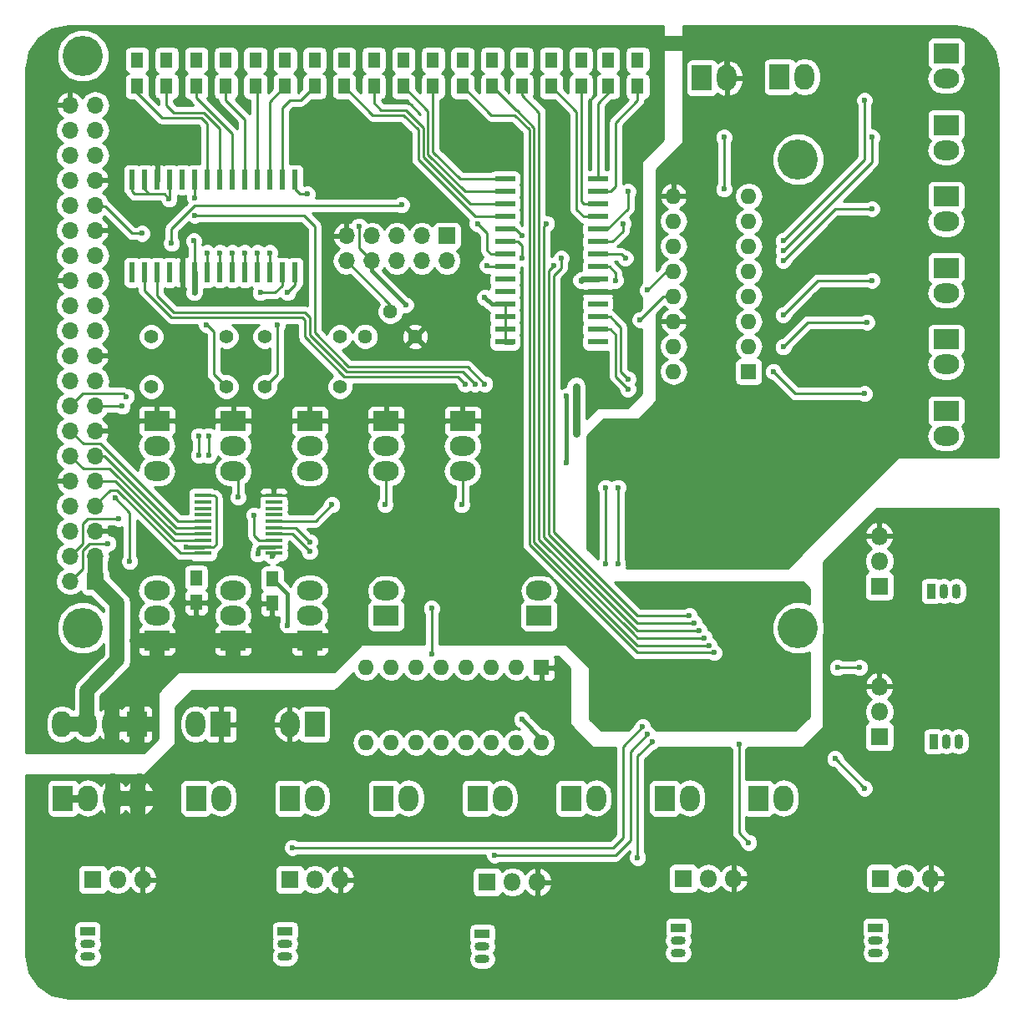
<source format=gbr>
G04 #@! TF.FileFunction,Copper,L2,Bot,Signal*
%FSLAX46Y46*%
G04 Gerber Fmt 4.6, Leading zero omitted, Abs format (unit mm)*
G04 Created by KiCad (PCBNEW 4.0.4-stable) date 08/02/17 01:26:39*
%MOMM*%
%LPD*%
G01*
G04 APERTURE LIST*
%ADD10C,0.100000*%
%ADD11R,2.600000X2.000000*%
%ADD12O,2.600000X2.000000*%
%ADD13R,1.800000X1.800000*%
%ADD14O,1.800000X1.800000*%
%ADD15C,4.064000*%
%ADD16R,1.300000X1.500000*%
%ADD17R,2.000000X0.600000*%
%ADD18R,1.600000X1.600000*%
%ADD19O,1.600000X1.600000*%
%ADD20R,0.600000X2.000000*%
%ADD21C,1.397000*%
%ADD22R,2.000000X2.600000*%
%ADD23O,2.000000X2.600000*%
%ADD24R,1.700000X1.700000*%
%ADD25O,1.700000X1.700000*%
%ADD26C,1.440000*%
%ADD27O,1.500000X0.900000*%
%ADD28R,1.500000X0.900000*%
%ADD29O,0.900000X1.500000*%
%ADD30R,0.900000X1.500000*%
%ADD31R,1.250000X1.500000*%
%ADD32R,1.750000X0.450000*%
%ADD33C,0.600000*%
%ADD34C,0.800000*%
%ADD35C,0.400000*%
%ADD36C,0.600000*%
%ADD37C,0.250000*%
%ADD38C,1.500000*%
%ADD39C,0.254000*%
G04 APERTURE END LIST*
D10*
D11*
X67700000Y-90530000D03*
D12*
X67700000Y-87990000D03*
D11*
X59950000Y-70780000D03*
D12*
X59950000Y-73320000D03*
X59950000Y-75860000D03*
D13*
X102325000Y-117155000D03*
D14*
X104865000Y-117155000D03*
X107405000Y-117155000D03*
D13*
X82325000Y-117155000D03*
D14*
X84865000Y-117155000D03*
X87405000Y-117155000D03*
D13*
X102200000Y-102780000D03*
D14*
X102200000Y-100240000D03*
X102200000Y-97700000D03*
D13*
X62450000Y-117530000D03*
D14*
X64990000Y-117530000D03*
X67530000Y-117530000D03*
D13*
X42450000Y-117280000D03*
D14*
X44990000Y-117280000D03*
X47530000Y-117280000D03*
D13*
X22450000Y-117280000D03*
D14*
X24990000Y-117280000D03*
X27530000Y-117280000D03*
D13*
X102200000Y-87530000D03*
D14*
X102200000Y-84990000D03*
X102200000Y-82450000D03*
D15*
X93950000Y-44280000D03*
D16*
X65950000Y-34180000D03*
X65950000Y-36880000D03*
X62950000Y-34180000D03*
X62950000Y-36880000D03*
X59950000Y-34180000D03*
X59950000Y-36880000D03*
D15*
X93950000Y-91780000D03*
D17*
X73650000Y-46275000D03*
X73650000Y-47545000D03*
X73650000Y-48815000D03*
X73650000Y-50085000D03*
X73650000Y-51355000D03*
X73650000Y-52625000D03*
X73650000Y-53895000D03*
X73650000Y-55165000D03*
X73650000Y-56435000D03*
X73650000Y-57705000D03*
X73650000Y-58975000D03*
X73650000Y-60245000D03*
X73650000Y-61515000D03*
X73650000Y-62785000D03*
X64250000Y-62785000D03*
X64250000Y-61515000D03*
X64250000Y-60245000D03*
X64250000Y-58975000D03*
X64250000Y-57705000D03*
X64250000Y-56435000D03*
X64250000Y-55165000D03*
X64250000Y-53895000D03*
X64250000Y-52625000D03*
X64250000Y-51355000D03*
X64250000Y-50085000D03*
X64250000Y-48815000D03*
X64250000Y-47545000D03*
X64250000Y-46275000D03*
D16*
X47950000Y-34180000D03*
X47950000Y-36880000D03*
X50950000Y-34180000D03*
X50950000Y-36880000D03*
X53950000Y-34180000D03*
X53950000Y-36880000D03*
X56950000Y-34180000D03*
X56950000Y-36880000D03*
X68950000Y-34180000D03*
X68950000Y-36880000D03*
X71950000Y-34180000D03*
X71950000Y-36880000D03*
X77700000Y-34180000D03*
X77700000Y-36880000D03*
X74700000Y-34180000D03*
X74700000Y-36880000D03*
D15*
X21450000Y-33780000D03*
D18*
X88950000Y-65780000D03*
D19*
X81330000Y-48000000D03*
X88950000Y-63240000D03*
X81330000Y-50540000D03*
X88950000Y-60700000D03*
X81330000Y-53080000D03*
X88950000Y-58160000D03*
X81330000Y-55620000D03*
X88950000Y-55620000D03*
X81330000Y-58160000D03*
X88950000Y-53080000D03*
X81330000Y-60700000D03*
X88950000Y-50540000D03*
X81330000Y-63240000D03*
X88950000Y-48000000D03*
X81330000Y-65780000D03*
D20*
X42955000Y-55730000D03*
X41685000Y-55730000D03*
X40415000Y-55730000D03*
X39145000Y-55730000D03*
X37875000Y-55730000D03*
X36605000Y-55730000D03*
X35335000Y-55730000D03*
X34065000Y-55730000D03*
X32795000Y-55730000D03*
X31525000Y-55730000D03*
X30255000Y-55730000D03*
X28985000Y-55730000D03*
X27715000Y-55730000D03*
X26445000Y-55730000D03*
X26445000Y-46330000D03*
X27715000Y-46330000D03*
X28985000Y-46330000D03*
X30255000Y-46330000D03*
X31525000Y-46330000D03*
X32795000Y-46330000D03*
X34065000Y-46330000D03*
X35335000Y-46330000D03*
X36605000Y-46330000D03*
X37875000Y-46330000D03*
X39145000Y-46330000D03*
X40415000Y-46330000D03*
X41685000Y-46330000D03*
X42955000Y-46330000D03*
D21*
X39890000Y-67320000D03*
X39890000Y-62240000D03*
X47510000Y-67320000D03*
X47510000Y-62240000D03*
X28390000Y-67320000D03*
X28390000Y-62240000D03*
X36010000Y-67320000D03*
X36010000Y-62240000D03*
D16*
X26950000Y-34180000D03*
X26950000Y-36880000D03*
X29950000Y-34180000D03*
X29950000Y-36880000D03*
X32950000Y-34180000D03*
X32950000Y-36880000D03*
X35950000Y-34180000D03*
X35950000Y-36880000D03*
X38950000Y-34180000D03*
X38950000Y-36880000D03*
X41950000Y-34180000D03*
X41950000Y-36880000D03*
X44950000Y-34180000D03*
X44950000Y-36880000D03*
D11*
X52200000Y-90530000D03*
D12*
X52200000Y-87990000D03*
D22*
X70950000Y-109030000D03*
D23*
X73490000Y-109030000D03*
D22*
X61450000Y-109030000D03*
D23*
X63990000Y-109030000D03*
D22*
X51950000Y-109030000D03*
D23*
X54490000Y-109030000D03*
D22*
X42450000Y-109030000D03*
D23*
X44990000Y-109030000D03*
D22*
X32950000Y-109030000D03*
D23*
X35490000Y-109030000D03*
D11*
X28950000Y-93030000D03*
D12*
X28950000Y-90490000D03*
X28950000Y-87950000D03*
D11*
X36700000Y-93030000D03*
D12*
X36700000Y-90490000D03*
X36700000Y-87950000D03*
D11*
X44450000Y-93030000D03*
D12*
X44450000Y-90490000D03*
X44450000Y-87950000D03*
D22*
X92075000Y-35905000D03*
D23*
X94615000Y-35905000D03*
D11*
X108950000Y-33530000D03*
D12*
X108950000Y-36070000D03*
D11*
X108950000Y-40780000D03*
D12*
X108950000Y-43320000D03*
D11*
X108950000Y-48030000D03*
D12*
X108950000Y-50570000D03*
D11*
X108950000Y-55280000D03*
D12*
X108950000Y-57820000D03*
D11*
X108950000Y-62530000D03*
D12*
X108950000Y-65070000D03*
D11*
X108950000Y-69780000D03*
D12*
X108950000Y-72320000D03*
D22*
X44950000Y-101530000D03*
D23*
X42410000Y-101530000D03*
D22*
X84200000Y-36030000D03*
D23*
X86740000Y-36030000D03*
D24*
X58350000Y-52030000D03*
D25*
X58350000Y-54570000D03*
X55810000Y-52030000D03*
X55810000Y-54570000D03*
X53270000Y-52030000D03*
X53270000Y-54570000D03*
X50730000Y-52030000D03*
X50730000Y-54570000D03*
X48190000Y-52030000D03*
X48190000Y-54570000D03*
D22*
X89950000Y-109030000D03*
D23*
X92490000Y-109030000D03*
D22*
X80450000Y-109030000D03*
D23*
X82990000Y-109030000D03*
D22*
X19450000Y-109030000D03*
D23*
X21990000Y-109030000D03*
X24530000Y-109030000D03*
X27070000Y-109030000D03*
D22*
X26950000Y-101530000D03*
D23*
X24410000Y-101530000D03*
X21870000Y-101530000D03*
X19330000Y-101530000D03*
D26*
X50070000Y-62230000D03*
X52610000Y-59690000D03*
X55150000Y-62230000D03*
D27*
X101825000Y-123425000D03*
X101825000Y-124695000D03*
D28*
X101825000Y-122155000D03*
D27*
X81825000Y-123425000D03*
X81825000Y-124695000D03*
D28*
X81825000Y-122155000D03*
D27*
X61950000Y-124050000D03*
X61950000Y-125320000D03*
D28*
X61950000Y-122780000D03*
D27*
X41950000Y-123800000D03*
X41950000Y-125070000D03*
D28*
X41950000Y-122530000D03*
D27*
X21950000Y-123800000D03*
X21950000Y-125070000D03*
D28*
X21950000Y-122530000D03*
D29*
X108720000Y-88030000D03*
X109990000Y-88030000D03*
D30*
X107450000Y-88030000D03*
D29*
X108970000Y-103280000D03*
X110240000Y-103280000D03*
D30*
X107700000Y-103280000D03*
D24*
X22700000Y-87030000D03*
D25*
X20160000Y-87030000D03*
X22700000Y-84490000D03*
X20160000Y-84490000D03*
X22700000Y-81950000D03*
X20160000Y-81950000D03*
X22700000Y-79410000D03*
X20160000Y-79410000D03*
X22700000Y-76870000D03*
X20160000Y-76870000D03*
X22700000Y-74330000D03*
X20160000Y-74330000D03*
X22700000Y-71790000D03*
X20160000Y-71790000D03*
X22700000Y-69250000D03*
X20160000Y-69250000D03*
X22700000Y-66710000D03*
X20160000Y-66710000D03*
X22700000Y-64170000D03*
X20160000Y-64170000D03*
X22700000Y-61630000D03*
X20160000Y-61630000D03*
X22700000Y-59090000D03*
X20160000Y-59090000D03*
X22700000Y-56550000D03*
X20160000Y-56550000D03*
X22700000Y-54010000D03*
X20160000Y-54010000D03*
X22700000Y-51470000D03*
X20160000Y-51470000D03*
X22700000Y-48930000D03*
X20160000Y-48930000D03*
X22700000Y-46390000D03*
X20160000Y-46390000D03*
X22700000Y-43850000D03*
X20160000Y-43850000D03*
X22700000Y-41310000D03*
X20160000Y-41310000D03*
X22700000Y-38770000D03*
X20160000Y-38770000D03*
D18*
X67950000Y-95780000D03*
D19*
X50170000Y-103400000D03*
X65410000Y-95780000D03*
X52710000Y-103400000D03*
X62870000Y-95780000D03*
X55250000Y-103400000D03*
X60330000Y-95780000D03*
X57790000Y-103400000D03*
X57790000Y-95780000D03*
X60330000Y-103400000D03*
X55250000Y-95780000D03*
X62870000Y-103400000D03*
X52710000Y-95780000D03*
X65410000Y-103400000D03*
X50170000Y-95780000D03*
X67950000Y-103400000D03*
D15*
X21450000Y-91780000D03*
D31*
X32950000Y-89180000D03*
X32950000Y-86680000D03*
X40650000Y-86780000D03*
X40650000Y-89280000D03*
D32*
X33600000Y-84205000D03*
X33600000Y-83555000D03*
X33600000Y-82905000D03*
X33600000Y-82255000D03*
X33600000Y-81605000D03*
X33600000Y-80955000D03*
X33600000Y-80305000D03*
X33600000Y-79655000D03*
X33600000Y-79005000D03*
X33600000Y-78355000D03*
X40800000Y-78355000D03*
X40800000Y-79005000D03*
X40800000Y-79655000D03*
X40800000Y-80305000D03*
X40800000Y-80955000D03*
X40800000Y-81605000D03*
X40800000Y-82255000D03*
X40800000Y-82905000D03*
X40800000Y-83555000D03*
X40800000Y-84205000D03*
D22*
X35450000Y-101530000D03*
D23*
X32910000Y-101530000D03*
D11*
X28950000Y-70780000D03*
D12*
X28950000Y-73320000D03*
X28950000Y-75860000D03*
D11*
X36700000Y-70780000D03*
D12*
X36700000Y-73320000D03*
X36700000Y-75860000D03*
D11*
X44450000Y-70780000D03*
D12*
X44450000Y-73320000D03*
X44450000Y-75860000D03*
D11*
X52200000Y-70780000D03*
D12*
X52200000Y-73320000D03*
X52200000Y-75860000D03*
D33*
X71450000Y-72030000D03*
X71450000Y-71030000D03*
X39200000Y-84280000D03*
X40650000Y-86780000D03*
X54200000Y-59030000D03*
X62200000Y-58280000D03*
X32750000Y-57780000D03*
X56800000Y-94430000D03*
X56800000Y-89780000D03*
X71474998Y-67280000D03*
X42200000Y-91530000D03*
X49450000Y-51030000D03*
X71450000Y-68280000D03*
X71950000Y-56530000D03*
X30200000Y-48280000D03*
X32700000Y-52530000D03*
X76700000Y-85280000D03*
X70200000Y-59280000D03*
X75450000Y-57780000D03*
X37700000Y-81530000D03*
X74850000Y-68230000D03*
X78275000Y-73580000D03*
X78275000Y-88830000D03*
X74450000Y-100030000D03*
X28950000Y-38280000D03*
X75950000Y-38280000D03*
X58200000Y-38280000D03*
X52450000Y-38280000D03*
X46950000Y-38280000D03*
X48300000Y-81530000D03*
X54325000Y-82905000D03*
X110850000Y-96180000D03*
X54775000Y-100880000D03*
X30800000Y-85005000D03*
X64200000Y-81530000D03*
X59800000Y-85780000D03*
X110450000Y-80930000D03*
X48950000Y-59530000D03*
X26950000Y-61030000D03*
X108925000Y-125280000D03*
X88925000Y-125280000D03*
X69050000Y-125530000D03*
X49050000Y-125530000D03*
X29050000Y-125530000D03*
X70450000Y-68280000D03*
X32950000Y-86680000D03*
X31925000Y-83555000D03*
X70450000Y-75030000D03*
X24000600Y-83211800D03*
X65950000Y-101030000D03*
X25084600Y-80703200D03*
X100700000Y-68030000D03*
X91450000Y-65780000D03*
X101450000Y-49280000D03*
X92450000Y-54530000D03*
X100700000Y-38280000D03*
X92450000Y-52530000D03*
X100950000Y-60780000D03*
X92450000Y-63280000D03*
X92450000Y-53530000D03*
X101450000Y-42030000D03*
X86450000Y-47280000D03*
X86450000Y-42030000D03*
X101450000Y-56530000D03*
X92450000Y-60030000D03*
X27450000Y-51780000D03*
X30450000Y-52780000D03*
X53750000Y-48880000D03*
X34200000Y-72280000D03*
X34200000Y-74280000D03*
X25872000Y-68308000D03*
X100200000Y-95780000D03*
X97950000Y-95780000D03*
X42700000Y-114030000D03*
X78200000Y-101780000D03*
X63200000Y-114780000D03*
X78700000Y-102530000D03*
X77700000Y-115030000D03*
X79200000Y-103280000D03*
X87950000Y-103530000D03*
X88950000Y-113530000D03*
X100700000Y-108030000D03*
X97700000Y-105030000D03*
X76700000Y-66530000D03*
X75700000Y-85280000D03*
X75700000Y-77530000D03*
X61200000Y-67030000D03*
X76700000Y-67530000D03*
X60200000Y-67030000D03*
X74450000Y-85280000D03*
X74450000Y-77530000D03*
X78700000Y-57530000D03*
X77950000Y-60530000D03*
X44950000Y-34430000D03*
X41950000Y-34430000D03*
X38950000Y-34430000D03*
X35950000Y-34430000D03*
X32950000Y-34430000D03*
X29950000Y-34430000D03*
X26950000Y-34430000D03*
X33200000Y-74280000D03*
X33200000Y-72280000D03*
X25450000Y-69280000D03*
X44200000Y-47780000D03*
X37850000Y-53730000D03*
X36600000Y-53730000D03*
X35350000Y-53730000D03*
X34050000Y-53730000D03*
X34000000Y-61030000D03*
X39450000Y-57780000D03*
X41200000Y-61030000D03*
X42200000Y-57780000D03*
X32800000Y-48180000D03*
X32800000Y-49930000D03*
X62200000Y-67030000D03*
X24729000Y-78595000D03*
X26200000Y-85030000D03*
X74700000Y-34430000D03*
X77700000Y-34430000D03*
X71950000Y-34430000D03*
X68950000Y-34430000D03*
X56950000Y-34430000D03*
X53950000Y-34430000D03*
X50950000Y-34430000D03*
X47950000Y-34430000D03*
X40400000Y-53730000D03*
X39150000Y-53730000D03*
X76700000Y-47530000D03*
X76200000Y-50780000D03*
X76450000Y-54280000D03*
X75450000Y-56530000D03*
X65950000Y-52030000D03*
X65950000Y-54280000D03*
X61450000Y-50780000D03*
X62450000Y-55030000D03*
X59950000Y-34430000D03*
X62950000Y-34430000D03*
X65950000Y-34430000D03*
X85450000Y-94280000D03*
X84950000Y-93530000D03*
X84450000Y-92780000D03*
X68450000Y-50780000D03*
X83950000Y-92030000D03*
X69200000Y-55030000D03*
X83450000Y-91280000D03*
X69950000Y-54280000D03*
X82950000Y-90530000D03*
X40700000Y-84530000D03*
X37200000Y-78530000D03*
X52100000Y-79280000D03*
X38800000Y-80330000D03*
X46700000Y-79280000D03*
X44450000Y-83030000D03*
X59850000Y-79280000D03*
X44450000Y-84030000D03*
D34*
X71450000Y-72030000D02*
X71450000Y-71030000D01*
X71450000Y-68280000D02*
X71450000Y-71030000D01*
D35*
X39200000Y-83780000D02*
X39200000Y-84280000D01*
X40800000Y-83555000D02*
X39425000Y-83555000D01*
X39200000Y-83780000D02*
X39425000Y-83555000D01*
X42200000Y-91530000D02*
X42200000Y-88330000D01*
X42200000Y-88330000D02*
X40650000Y-86780000D01*
X54200000Y-59030000D02*
X50730000Y-55560000D01*
X64250000Y-58975000D02*
X62895000Y-58975000D01*
X62895000Y-58975000D02*
X62200000Y-58280000D01*
X50730000Y-55560000D02*
X50730000Y-54570000D01*
D36*
X32795000Y-57735000D02*
X32795000Y-55730000D01*
X32750000Y-57780000D02*
X32795000Y-57735000D01*
D37*
X56800000Y-89780000D02*
X56800000Y-94430000D01*
D34*
X71474998Y-67280000D02*
X71450000Y-67304998D01*
X71450000Y-67304998D02*
X71450000Y-68280000D01*
D37*
X50730000Y-54570000D02*
X50730000Y-54560000D01*
X50730000Y-54560000D02*
X49450000Y-53280000D01*
X49450000Y-53280000D02*
X49450000Y-51030000D01*
D38*
X22700000Y-84490000D02*
X22700000Y-87030000D01*
X21870000Y-101530000D02*
X19330000Y-101530000D01*
X22700000Y-87030000D02*
X24950000Y-89280000D01*
X21870000Y-98110000D02*
X21870000Y-101530000D01*
X24950000Y-95030000D02*
X21870000Y-98110000D01*
X24950000Y-89280000D02*
X24950000Y-95030000D01*
D37*
X40650000Y-86780000D02*
X40700000Y-86780000D01*
D36*
X71950000Y-56530000D02*
X72045000Y-56435000D01*
X72045000Y-56435000D02*
X73650000Y-56435000D01*
D37*
X28200000Y-47780000D02*
X26700000Y-47780000D01*
X26445000Y-47525000D02*
X26445000Y-46330000D01*
X26700000Y-47780000D02*
X26445000Y-47525000D01*
X27715000Y-46330000D02*
X27715000Y-47295000D01*
X27715000Y-47295000D02*
X28200000Y-47780000D01*
X28200000Y-47780000D02*
X29700000Y-47780000D01*
X29700000Y-47780000D02*
X30200000Y-48280000D01*
X32795000Y-55730000D02*
X32795000Y-52625000D01*
X32700000Y-52530000D02*
X32795000Y-52625000D01*
X30255000Y-46330000D02*
X30255000Y-48225000D01*
X30255000Y-48225000D02*
X30200000Y-48280000D01*
X36010000Y-62240000D02*
X35990000Y-62240000D01*
X39890000Y-62240000D02*
X39890000Y-62340000D01*
X64250000Y-62830000D02*
X64250000Y-61515000D01*
X64250000Y-61515000D02*
X64250000Y-60245000D01*
X64250000Y-60245000D02*
X64250000Y-58975000D01*
D36*
X64955000Y-62785000D02*
X64250000Y-62785000D01*
D37*
X50730000Y-55560000D02*
X50730000Y-54570000D01*
X50730000Y-54570000D02*
X50730000Y-54500000D01*
X50730000Y-54570000D02*
X50730000Y-54550000D01*
D38*
X28950000Y-93030000D02*
X26950000Y-93030000D01*
X44450000Y-93030000D02*
X44450000Y-95280000D01*
X36700000Y-93030000D02*
X36700000Y-95280000D01*
X28950000Y-93030000D02*
X28950000Y-95530000D01*
X28950000Y-93030000D02*
X36700000Y-93030000D01*
X36700000Y-93030000D02*
X44450000Y-93030000D01*
X44450000Y-93030000D02*
X47200000Y-93030000D01*
X24530000Y-109030000D02*
X24530000Y-107360000D01*
X24530000Y-107360000D02*
X24450000Y-107280000D01*
X27070000Y-109030000D02*
X27070000Y-107410000D01*
X27070000Y-107410000D02*
X27200000Y-107280000D01*
X26950000Y-101530000D02*
X28450000Y-101530000D01*
X26950000Y-101530000D02*
X26950000Y-103530000D01*
X26950000Y-103530000D02*
X26700000Y-103780000D01*
X24410000Y-101530000D02*
X24410000Y-103490000D01*
X24410000Y-103490000D02*
X24700000Y-103780000D01*
X26950000Y-101530000D02*
X26950000Y-98530000D01*
X26950000Y-98530000D02*
X26700000Y-98280000D01*
X24410000Y-101530000D02*
X24410000Y-98820000D01*
X24410000Y-98820000D02*
X24700000Y-98530000D01*
X24530000Y-109030000D02*
X24530000Y-112450000D01*
X24530000Y-112450000D02*
X24450000Y-112530000D01*
X27070000Y-109030000D02*
X27070000Y-111900000D01*
X27070000Y-111900000D02*
X27200000Y-112030000D01*
X27070000Y-109030000D02*
X29700000Y-109030000D01*
X27070000Y-109030000D02*
X24530000Y-109030000D01*
X24410000Y-101530000D02*
X26950000Y-101530000D01*
X85950000Y-32530000D02*
X79450000Y-32530000D01*
D36*
X85950000Y-32530000D02*
X86740000Y-33320000D01*
D37*
X78275000Y-73580000D02*
X78250000Y-73580000D01*
X78275000Y-88830000D02*
X78300000Y-88830000D01*
X40800000Y-78355000D02*
X39275000Y-78355000D01*
X39275000Y-78355000D02*
X39200000Y-78280000D01*
D36*
X86740000Y-33320000D02*
X86740000Y-36030000D01*
D37*
X22700000Y-51470000D02*
X22686500Y-51470000D01*
X40800000Y-78355000D02*
X42575000Y-78355000D01*
X59800000Y-85780000D02*
X59700000Y-85780000D01*
D35*
X86740000Y-33320000D02*
X86740000Y-36030000D01*
D37*
X110450000Y-80930000D02*
X110450000Y-81030000D01*
X108925000Y-125280000D02*
X108950000Y-125280000D01*
X88925000Y-125280000D02*
X88950000Y-125280000D01*
X69050000Y-125530000D02*
X68950000Y-125530000D01*
X49050000Y-125530000D02*
X48950000Y-125530000D01*
X29050000Y-125530000D02*
X28950000Y-125530000D01*
D35*
X70450000Y-68280000D02*
X70450000Y-69030000D01*
D37*
X34950000Y-82280000D02*
X34950000Y-83280000D01*
X34675000Y-83555000D02*
X33600000Y-83555000D01*
X34950000Y-83280000D02*
X34675000Y-83555000D01*
D35*
X31925000Y-83555000D02*
X33600000Y-83555000D01*
D37*
X33600000Y-78355000D02*
X34775000Y-78355000D01*
X34775000Y-78355000D02*
X34950000Y-78530000D01*
X24000600Y-83211800D02*
X22146400Y-83211800D01*
X22146400Y-83211800D02*
X21409800Y-83948400D01*
X21409800Y-83948400D02*
X21409800Y-85780200D01*
X21409800Y-85780200D02*
X20160000Y-87030000D01*
X20160000Y-87030000D02*
X20160000Y-87020000D01*
X34950000Y-78530000D02*
X34950000Y-82280000D01*
D35*
X70450000Y-75030000D02*
X70450000Y-69030000D01*
X67950000Y-103400000D02*
X67950000Y-103030000D01*
X67950000Y-103030000D02*
X65950000Y-101030000D01*
D34*
X21990000Y-109030000D02*
X19450000Y-109030000D01*
D37*
X21909600Y-80703200D02*
X25084600Y-80703200D01*
X21427000Y-81185800D02*
X21909600Y-80703200D01*
X21427000Y-83217800D02*
X21427000Y-81185800D01*
X20160000Y-84484800D02*
X21427000Y-83217800D01*
X20160000Y-84490000D02*
X20160000Y-84484800D01*
X93700000Y-68030000D02*
X100700000Y-68030000D01*
X91450000Y-65780000D02*
X93700000Y-68030000D01*
X97700000Y-49280000D02*
X101450000Y-49280000D01*
X92450000Y-54530000D02*
X97700000Y-49280000D01*
X100700000Y-44280000D02*
X100700000Y-38280000D01*
X92450000Y-52530000D02*
X100700000Y-44280000D01*
X94950000Y-60780000D02*
X100950000Y-60780000D01*
X92450000Y-63280000D02*
X94950000Y-60780000D01*
X101450000Y-44530000D02*
X101450000Y-42030000D01*
X92450000Y-53530000D02*
X101450000Y-44530000D01*
X86450000Y-47280000D02*
X86450000Y-42030000D01*
X95950000Y-56530000D02*
X101450000Y-56530000D01*
X92450000Y-60030000D02*
X95950000Y-56530000D01*
X26450000Y-51780000D02*
X27450000Y-51780000D01*
X26450000Y-51780000D02*
X23950000Y-49280000D01*
X23700000Y-49030000D02*
X22800000Y-49030000D01*
X23950000Y-49280000D02*
X23700000Y-49030000D01*
X22800000Y-49030000D02*
X22700000Y-48930000D01*
X30450000Y-51280000D02*
X30700000Y-51030000D01*
X30450000Y-52780000D02*
X30450000Y-51280000D01*
X53700000Y-48930000D02*
X53750000Y-48880000D01*
X32950000Y-48930000D02*
X32800000Y-48930000D01*
X32800000Y-48930000D02*
X32450000Y-49280000D01*
X31950000Y-49780000D02*
X32450000Y-49280000D01*
X31825000Y-49905000D02*
X31950000Y-49780000D01*
X31200000Y-50530000D02*
X31825000Y-49905000D01*
X30700000Y-51030000D02*
X31200000Y-50530000D01*
X32950000Y-48930000D02*
X45550000Y-48930000D01*
X45550000Y-48930000D02*
X53700000Y-48930000D01*
X22700000Y-48930000D02*
X22700000Y-49030000D01*
X22700000Y-48930000D02*
X22850000Y-48930000D01*
X34200000Y-74280000D02*
X34200000Y-72280000D01*
X20160000Y-69250000D02*
X20167500Y-69250000D01*
X20167500Y-69250000D02*
X21427000Y-67990500D01*
X25554500Y-67990500D02*
X25872000Y-68308000D01*
X21427000Y-67990500D02*
X25554500Y-67990500D01*
X97950000Y-95780000D02*
X100200000Y-95780000D01*
X75200000Y-114030000D02*
X42700000Y-114030000D01*
X76200000Y-113030000D02*
X75200000Y-114030000D01*
X76200000Y-103780000D02*
X76200000Y-113030000D01*
X78200000Y-101780000D02*
X76200000Y-103780000D01*
X75450000Y-114780000D02*
X63200000Y-114780000D01*
X76950000Y-113280000D02*
X75450000Y-114780000D01*
X76950000Y-104280000D02*
X76950000Y-113280000D01*
X78700000Y-102530000D02*
X76950000Y-104280000D01*
X77700000Y-104780000D02*
X77700000Y-115030000D01*
X79200000Y-103280000D02*
X77700000Y-104780000D01*
X87950000Y-112530000D02*
X87950000Y-103530000D01*
X88950000Y-113530000D02*
X87950000Y-112530000D01*
X100700000Y-108030000D02*
X97700000Y-105030000D01*
X75950000Y-65780000D02*
X76700000Y-66530000D01*
X74915000Y-60245000D02*
X73650000Y-60245000D01*
X75450000Y-60780000D02*
X74915000Y-60245000D01*
X75950000Y-61280000D02*
X75450000Y-60780000D01*
X75950000Y-61280000D02*
X75950000Y-65780000D01*
X75700000Y-77530000D02*
X75700000Y-85280000D01*
X28985000Y-55730000D02*
X28985000Y-58065000D01*
X28985000Y-58065000D02*
X30700000Y-59780000D01*
X30700000Y-59780000D02*
X43950000Y-59780000D01*
X43950000Y-59780000D02*
X44450000Y-60280000D01*
X44450000Y-60280000D02*
X44450000Y-62030000D01*
X44450000Y-62030000D02*
X48200000Y-65780000D01*
X48200000Y-65780000D02*
X59950000Y-65780000D01*
X59950000Y-65780000D02*
X61200000Y-67030000D01*
X73685000Y-60280000D02*
X73650000Y-60245000D01*
X76700000Y-67530000D02*
X75700000Y-66530000D01*
X74935000Y-61515000D02*
X73650000Y-61515000D01*
X75450000Y-62030000D02*
X74935000Y-61515000D01*
X75450000Y-66280000D02*
X75450000Y-62030000D01*
X75700000Y-66530000D02*
X75450000Y-66280000D01*
X74450000Y-77530000D02*
X74450000Y-85280000D01*
X72715000Y-61515000D02*
X73650000Y-61515000D01*
X42950000Y-60280000D02*
X43700000Y-60280000D01*
X43700000Y-60280000D02*
X43950000Y-60530000D01*
X43950000Y-60530000D02*
X43950000Y-62280000D01*
X43950000Y-62280000D02*
X47950000Y-66280000D01*
X47950000Y-66280000D02*
X59450000Y-66280000D01*
X59450000Y-66280000D02*
X60200000Y-67030000D01*
X27715000Y-55730000D02*
X27715000Y-57545000D01*
X30450000Y-60280000D02*
X42950000Y-60280000D01*
X27715000Y-57545000D02*
X30450000Y-60280000D01*
X72715000Y-61515000D02*
X73650000Y-61515000D01*
X78700000Y-57530000D02*
X80610000Y-55620000D01*
X80610000Y-55620000D02*
X81330000Y-55620000D01*
X80860000Y-55620000D02*
X81330000Y-55620000D01*
X77950000Y-60530000D02*
X80320000Y-58160000D01*
X80320000Y-58160000D02*
X81330000Y-58160000D01*
X81330000Y-58160000D02*
X81320000Y-58160000D01*
X52610000Y-59690000D02*
X52610000Y-58990000D01*
X52610000Y-58990000D02*
X48190000Y-54570000D01*
X44950000Y-34430000D02*
X44950000Y-34180000D01*
X41950000Y-34430000D02*
X41950000Y-34180000D01*
X38950000Y-34430000D02*
X38950000Y-34180000D01*
X35950000Y-34430000D02*
X35950000Y-34180000D01*
X32950000Y-34430000D02*
X32950000Y-34180000D01*
X29950000Y-34430000D02*
X29950000Y-34180000D01*
X26950000Y-34430000D02*
X26950000Y-34180000D01*
X33200000Y-72280000D02*
X33200000Y-74280000D01*
X25420000Y-69250000D02*
X22700000Y-69250000D01*
X25450000Y-69280000D02*
X25420000Y-69250000D01*
X22700000Y-69250000D02*
X22700000Y-69263500D01*
X42955000Y-46330000D02*
X42955000Y-47285000D01*
X42955000Y-47285000D02*
X43450000Y-47780000D01*
X43450000Y-47780000D02*
X44200000Y-47780000D01*
X41685000Y-46330000D02*
X41685000Y-39045000D01*
X43550000Y-38280000D02*
X44950000Y-36880000D01*
X42450000Y-38280000D02*
X43550000Y-38280000D01*
X41685000Y-39045000D02*
X42450000Y-38280000D01*
X40415000Y-46330000D02*
X40415000Y-38415000D01*
X40415000Y-38415000D02*
X41950000Y-36880000D01*
X39145000Y-46330000D02*
X39145000Y-37075000D01*
X39145000Y-37075000D02*
X38950000Y-36880000D01*
X37875000Y-46330000D02*
X37875000Y-40205000D01*
X35950000Y-38280000D02*
X35950000Y-36880000D01*
X37875000Y-40205000D02*
X35950000Y-38280000D01*
X36605000Y-46330000D02*
X36605000Y-41685000D01*
X32950000Y-38030000D02*
X32950000Y-36880000D01*
X36605000Y-41685000D02*
X32950000Y-38030000D01*
X35335000Y-46330000D02*
X35335000Y-41165000D01*
X29950000Y-38780000D02*
X29950000Y-36880000D01*
X30700000Y-39530000D02*
X29950000Y-38780000D01*
X33700000Y-39530000D02*
X30700000Y-39530000D01*
X35335000Y-41165000D02*
X33700000Y-39530000D01*
X26950000Y-36880000D02*
X26950000Y-37530000D01*
X34065000Y-46330000D02*
X34065000Y-40645000D01*
X29450000Y-40030000D02*
X26875000Y-37455000D01*
X33450000Y-40030000D02*
X29450000Y-40030000D01*
X34065000Y-40645000D02*
X33450000Y-40030000D01*
X37875000Y-55730000D02*
X37875000Y-53755000D01*
X37875000Y-53755000D02*
X37850000Y-53730000D01*
X36605000Y-55730000D02*
X36605000Y-53735000D01*
X36605000Y-53735000D02*
X36600000Y-53730000D01*
X35335000Y-55730000D02*
X35335000Y-53745000D01*
X35335000Y-53745000D02*
X35350000Y-53730000D01*
X34065000Y-55730000D02*
X34065000Y-53745000D01*
X34065000Y-53745000D02*
X34050000Y-53730000D01*
X36010000Y-67320000D02*
X35996500Y-67320000D01*
X35996500Y-67320000D02*
X34700000Y-66023500D01*
X34700000Y-66023500D02*
X34700000Y-61705500D01*
X34700000Y-61705500D02*
X34024500Y-61030000D01*
X34024500Y-61030000D02*
X34000000Y-61030000D01*
X28390000Y-67320000D02*
X28410000Y-67320000D01*
X41685000Y-55730000D02*
X41685000Y-57045000D01*
X41685000Y-57045000D02*
X40950000Y-57780000D01*
X40950000Y-57780000D02*
X39450000Y-57780000D01*
X39890000Y-67320000D02*
X39910000Y-67320000D01*
X39910000Y-67320000D02*
X41200000Y-66030000D01*
X41200000Y-66030000D02*
X41200000Y-61030000D01*
X42955000Y-55730000D02*
X42955000Y-57025000D01*
X42955000Y-57025000D02*
X42200000Y-57780000D01*
X32795000Y-48175000D02*
X32800000Y-48180000D01*
X32795000Y-46330000D02*
X32795000Y-48175000D01*
X43850000Y-49930000D02*
X44950000Y-51030000D01*
X32800000Y-49930000D02*
X43850000Y-49930000D01*
X44950000Y-61829998D02*
X48400002Y-65280000D01*
X44950000Y-51030000D02*
X44950000Y-61829998D01*
X60450000Y-65280000D02*
X62200000Y-67030000D01*
X48400002Y-65280000D02*
X60450000Y-65280000D01*
X26200000Y-85030000D02*
X26200000Y-80780000D01*
X26200000Y-80780000D02*
X26200000Y-80530000D01*
X26200000Y-80066000D02*
X26200000Y-80530000D01*
X26200000Y-80066000D02*
X24729000Y-78595000D01*
X74700000Y-34430000D02*
X74700000Y-34180000D01*
X77700000Y-34430000D02*
X77700000Y-34180000D01*
X71950000Y-34430000D02*
X71950000Y-34180000D01*
X68950000Y-34430000D02*
X68950000Y-34180000D01*
X56950000Y-34430000D02*
X56950000Y-34180000D01*
X53950000Y-34430000D02*
X53950000Y-34180000D01*
X50950000Y-34430000D02*
X50950000Y-34180000D01*
X47950000Y-34430000D02*
X47950000Y-34180000D01*
X40415000Y-55730000D02*
X40415000Y-53745000D01*
X40415000Y-53745000D02*
X40400000Y-53730000D01*
X39145000Y-55730000D02*
X39145000Y-53735000D01*
X39145000Y-53735000D02*
X39150000Y-53730000D01*
X73650000Y-46275000D02*
X73650000Y-38580000D01*
X73650000Y-38580000D02*
X75025000Y-37205000D01*
X77700000Y-36880000D02*
X77700000Y-38280000D01*
X73650000Y-47545000D02*
X74935000Y-47545000D01*
X75450000Y-40530000D02*
X77700000Y-38280000D01*
X75450000Y-47030000D02*
X75450000Y-40530000D01*
X74935000Y-47545000D02*
X75450000Y-47030000D01*
X73650000Y-48815000D02*
X72235000Y-48815000D01*
X71950000Y-48530000D02*
X71950000Y-36880000D01*
X72235000Y-48815000D02*
X71950000Y-48530000D01*
X73650000Y-50085000D02*
X72255000Y-50085000D01*
X71499998Y-39429998D02*
X68950000Y-36880000D01*
X71499998Y-49329998D02*
X71499998Y-39429998D01*
X72255000Y-50085000D02*
X71499998Y-49329998D01*
X73650000Y-51355000D02*
X74625000Y-51355000D01*
X74625000Y-51355000D02*
X76700000Y-49280000D01*
X76700000Y-49280000D02*
X76700000Y-47530000D01*
X73650000Y-52625000D02*
X75105000Y-52625000D01*
X76200000Y-51530000D02*
X76200000Y-50780000D01*
X75105000Y-52625000D02*
X76200000Y-51530000D01*
X73650000Y-53895000D02*
X76065000Y-53895000D01*
X76065000Y-53895000D02*
X76450000Y-54280000D01*
X73650000Y-55165000D02*
X74835000Y-55165000D01*
X75450000Y-55780000D02*
X75450000Y-56530000D01*
X74835000Y-55165000D02*
X75450000Y-55780000D01*
X64250000Y-46275000D02*
X59695000Y-46275000D01*
X56950000Y-43530000D02*
X56950000Y-36880000D01*
X59695000Y-46275000D02*
X56950000Y-43530000D01*
X64250000Y-47545000D02*
X60215000Y-47545000D01*
X56450000Y-39380000D02*
X53950000Y-36880000D01*
X56450000Y-43780000D02*
X56450000Y-39380000D01*
X60215000Y-47545000D02*
X56450000Y-43780000D01*
X50950000Y-36880000D02*
X50950000Y-38530000D01*
X64250000Y-48815000D02*
X60735000Y-48815000D01*
X51700000Y-39280000D02*
X50950000Y-38530000D01*
X54200000Y-39280000D02*
X51700000Y-39280000D01*
X55950000Y-41030000D02*
X54200000Y-39280000D01*
X55950000Y-44030000D02*
X55950000Y-41030000D01*
X60735000Y-48815000D02*
X55950000Y-44030000D01*
X64250000Y-50085000D02*
X61255000Y-50085000D01*
X50850000Y-39780000D02*
X47950000Y-36880000D01*
X53950000Y-39780000D02*
X50850000Y-39780000D01*
X55450000Y-41280000D02*
X53950000Y-39780000D01*
X55450000Y-44280000D02*
X55450000Y-41280000D01*
X61255000Y-50085000D02*
X55450000Y-44280000D01*
X64250000Y-51355000D02*
X65275000Y-51355000D01*
X65275000Y-51355000D02*
X65950000Y-52030000D01*
X64250000Y-52625000D02*
X65545000Y-52625000D01*
X65950000Y-53030000D02*
X65950000Y-54280000D01*
X65545000Y-52625000D02*
X65950000Y-53030000D01*
X62450000Y-52780000D02*
X62450000Y-53530000D01*
X62450000Y-53530000D02*
X62815000Y-53895000D01*
X62815000Y-53895000D02*
X64250000Y-53895000D01*
X61450000Y-50780000D02*
X62450000Y-51780000D01*
X62450000Y-51780000D02*
X62450000Y-52780000D01*
X64250000Y-55165000D02*
X62585000Y-55165000D01*
X62585000Y-55165000D02*
X62450000Y-55030000D01*
X59950000Y-34430000D02*
X59950000Y-34180000D01*
X62950000Y-34430000D02*
X62950000Y-34180000D01*
X65950000Y-34430000D02*
X65950000Y-34180000D01*
X85450000Y-94280000D02*
X77700000Y-94280000D01*
X77700000Y-94280000D02*
X76700000Y-93280000D01*
X66700000Y-83280000D02*
X76700000Y-93280000D01*
X66700000Y-83280000D02*
X66700000Y-41280000D01*
X66700000Y-41280000D02*
X65200000Y-39780000D01*
X65200000Y-39780000D02*
X62850000Y-39780000D01*
X62850000Y-39780000D02*
X59950000Y-36880000D01*
X67200000Y-82780000D02*
X67200000Y-83030000D01*
X67200000Y-83030000D02*
X77700000Y-93530000D01*
X67200000Y-41030000D02*
X67200000Y-82780000D01*
X84950000Y-93530000D02*
X82700000Y-93530000D01*
X82450000Y-93530000D02*
X82700000Y-93530000D01*
X82450000Y-93530000D02*
X77700000Y-93530000D01*
X65350000Y-39280000D02*
X62950000Y-36880000D01*
X65450000Y-39280000D02*
X65350000Y-39280000D01*
X67200000Y-41030000D02*
X65450000Y-39280000D01*
X84450000Y-92780000D02*
X77700000Y-92780000D01*
X77700000Y-92780000D02*
X77200000Y-92280000D01*
X67700000Y-82780000D02*
X67700000Y-39530000D01*
X67700000Y-82780000D02*
X77200000Y-92280000D01*
X65950000Y-37780000D02*
X65950000Y-36880000D01*
X67700000Y-39530000D02*
X65950000Y-37780000D01*
X68200000Y-82530000D02*
X77700000Y-92030000D01*
X68200000Y-51530000D02*
X68200000Y-51030000D01*
X68200000Y-51030000D02*
X68450000Y-50780000D01*
X68200000Y-82530000D02*
X68200000Y-51530000D01*
X81700000Y-92030000D02*
X77700000Y-92030000D01*
X83950000Y-92030000D02*
X81700000Y-92030000D01*
X68700000Y-82280000D02*
X77700000Y-91280000D01*
X68700000Y-55530000D02*
X69200000Y-55030000D01*
X68700000Y-82280000D02*
X68700000Y-55530000D01*
X81200000Y-91280000D02*
X77700000Y-91280000D01*
X83450000Y-91280000D02*
X81200000Y-91280000D01*
X77700000Y-90530000D02*
X77950000Y-90530000D01*
X69200000Y-82030000D02*
X77700000Y-90530000D01*
X69200000Y-82030000D02*
X69200000Y-56030000D01*
X69200000Y-56030000D02*
X69950000Y-55280000D01*
X69950000Y-55280000D02*
X69950000Y-54280000D01*
X80700000Y-90530000D02*
X77950000Y-90530000D01*
X82950000Y-90530000D02*
X80700000Y-90530000D01*
X40800000Y-84205000D02*
X40800000Y-84430000D01*
X40800000Y-84430000D02*
X40700000Y-84530000D01*
X37200000Y-76360000D02*
X37200000Y-78530000D01*
X37200000Y-76360000D02*
X36700000Y-75860000D01*
X52100000Y-79280000D02*
X52200000Y-79180000D01*
X52200000Y-79180000D02*
X52200000Y-75860000D01*
X20160000Y-71790000D02*
X20210000Y-71790000D01*
X20210000Y-71790000D02*
X21490500Y-73070500D01*
X31089500Y-80955000D02*
X33600000Y-80955000D01*
X23205000Y-73070500D02*
X31089500Y-80955000D01*
X21490500Y-73070500D02*
X23205000Y-73070500D01*
X22700000Y-74330000D02*
X23639000Y-74330000D01*
X30914000Y-81605000D02*
X33600000Y-81605000D01*
X23639000Y-74330000D02*
X30914000Y-81605000D01*
X20160000Y-74330000D02*
X20210000Y-74330000D01*
X20210000Y-74330000D02*
X21490500Y-75610500D01*
X30802000Y-82255000D02*
X33600000Y-82255000D01*
X24157500Y-75610500D02*
X30802000Y-82255000D01*
X21490500Y-75610500D02*
X24157500Y-75610500D01*
X22700000Y-76870000D02*
X24718500Y-76870000D01*
X30753500Y-82905000D02*
X33600000Y-82905000D01*
X24718500Y-76870000D02*
X30753500Y-82905000D01*
X22700000Y-79410000D02*
X22700000Y-79280000D01*
X22700000Y-79280000D02*
X24200000Y-77780000D01*
X31375000Y-84205000D02*
X33600000Y-84205000D01*
X24950000Y-77780000D02*
X31375000Y-84205000D01*
X24200000Y-77780000D02*
X24950000Y-77780000D01*
X22700000Y-79410000D02*
X22707500Y-79410000D01*
X39275000Y-82905000D02*
X40800000Y-82905000D01*
X38800000Y-82430000D02*
X39275000Y-82905000D01*
X38800000Y-80330000D02*
X38800000Y-82430000D01*
X40800000Y-80955000D02*
X45025000Y-80955000D01*
X45025000Y-80955000D02*
X46700000Y-79280000D01*
X40800000Y-81605000D02*
X43025000Y-81605000D01*
X43025000Y-81605000D02*
X44450000Y-83030000D01*
X59850000Y-79280000D02*
X59950000Y-79180000D01*
X59950000Y-79180000D02*
X59950000Y-75860000D01*
X40800000Y-82255000D02*
X42675000Y-82255000D01*
X42675000Y-82255000D02*
X44450000Y-84030000D01*
D39*
G36*
X111586390Y-31079408D02*
X112973654Y-32006349D01*
X113900592Y-33393610D01*
X114240000Y-35099931D01*
X114240000Y-74403000D01*
X104200000Y-74403000D01*
X104150590Y-74413006D01*
X104110197Y-74440197D01*
X92897394Y-85653000D01*
X76557520Y-85653000D01*
X76634838Y-85466799D01*
X76635162Y-85094833D01*
X76493117Y-84751057D01*
X76460000Y-84717882D01*
X76460000Y-78092463D01*
X76492192Y-78060327D01*
X76634838Y-77716799D01*
X76635162Y-77344833D01*
X76493117Y-77001057D01*
X76230327Y-76737808D01*
X75886799Y-76595162D01*
X75514833Y-76594838D01*
X75171057Y-76736883D01*
X75075063Y-76832710D01*
X74980327Y-76737808D01*
X74636799Y-76595162D01*
X74264833Y-76594838D01*
X73921057Y-76736883D01*
X73657808Y-76999673D01*
X73515162Y-77343201D01*
X73514838Y-77715167D01*
X73656883Y-78058943D01*
X73690000Y-78092118D01*
X73690000Y-84717537D01*
X73657808Y-84749673D01*
X73640635Y-84791029D01*
X72577000Y-83727394D01*
X72577000Y-72332606D01*
X72589606Y-72320000D01*
X106977091Y-72320000D01*
X107101548Y-72945687D01*
X107455971Y-73476120D01*
X107986404Y-73830543D01*
X108612091Y-73955000D01*
X109287909Y-73955000D01*
X109913596Y-73830543D01*
X110444029Y-73476120D01*
X110798452Y-72945687D01*
X110922909Y-72320000D01*
X110798452Y-71694313D01*
X110558907Y-71335808D01*
X110701441Y-71244090D01*
X110846431Y-71031890D01*
X110897440Y-70780000D01*
X110897440Y-68780000D01*
X110853162Y-68544683D01*
X110714090Y-68328559D01*
X110501890Y-68183569D01*
X110250000Y-68132560D01*
X107650000Y-68132560D01*
X107414683Y-68176838D01*
X107198559Y-68315910D01*
X107053569Y-68528110D01*
X107002560Y-68780000D01*
X107002560Y-70780000D01*
X107046838Y-71015317D01*
X107185910Y-71231441D01*
X107340329Y-71336951D01*
X107101548Y-71694313D01*
X106977091Y-72320000D01*
X72589606Y-72320000D01*
X74252606Y-70657000D01*
X77700000Y-70657000D01*
X77749410Y-70646994D01*
X77789803Y-70619803D01*
X79539803Y-68869803D01*
X79567666Y-68827789D01*
X79577000Y-68780000D01*
X79577000Y-63240000D01*
X79866887Y-63240000D01*
X79976120Y-63789151D01*
X80287189Y-64254698D01*
X80669275Y-64510000D01*
X80287189Y-64765302D01*
X79976120Y-65230849D01*
X79866887Y-65780000D01*
X79976120Y-66329151D01*
X80287189Y-66794698D01*
X80752736Y-67105767D01*
X81301887Y-67215000D01*
X81358113Y-67215000D01*
X81907264Y-67105767D01*
X82372811Y-66794698D01*
X82683880Y-66329151D01*
X82793113Y-65780000D01*
X82683880Y-65230849D01*
X82372811Y-64765302D01*
X81990725Y-64510000D01*
X82372811Y-64254698D01*
X82683880Y-63789151D01*
X82793113Y-63240000D01*
X82683880Y-62690849D01*
X82372811Y-62225302D01*
X81968297Y-61955014D01*
X82185134Y-61852389D01*
X82561041Y-61437423D01*
X82721904Y-61049039D01*
X82599915Y-60827000D01*
X81457000Y-60827000D01*
X81457000Y-60847000D01*
X81203000Y-60847000D01*
X81203000Y-60827000D01*
X80060085Y-60827000D01*
X79938096Y-61049039D01*
X80098959Y-61437423D01*
X80474866Y-61852389D01*
X80691703Y-61955014D01*
X80287189Y-62225302D01*
X79976120Y-62690849D01*
X79866887Y-63240000D01*
X79577000Y-63240000D01*
X79577000Y-59977802D01*
X80342887Y-59211915D01*
X80691703Y-59444986D01*
X80474866Y-59547611D01*
X80098959Y-59962577D01*
X79938096Y-60350961D01*
X80060085Y-60573000D01*
X81203000Y-60573000D01*
X81203000Y-60553000D01*
X81457000Y-60553000D01*
X81457000Y-60573000D01*
X82599915Y-60573000D01*
X82721904Y-60350961D01*
X82561041Y-59962577D01*
X82185134Y-59547611D01*
X81968297Y-59444986D01*
X82372811Y-59174698D01*
X82683880Y-58709151D01*
X82793113Y-58160000D01*
X82683880Y-57610849D01*
X82372811Y-57145302D01*
X81990725Y-56890000D01*
X82372811Y-56634698D01*
X82683880Y-56169151D01*
X82793113Y-55620000D01*
X82683880Y-55070849D01*
X82372811Y-54605302D01*
X81990725Y-54350000D01*
X82372811Y-54094698D01*
X82683880Y-53629151D01*
X82793113Y-53080000D01*
X82683880Y-52530849D01*
X82372811Y-52065302D01*
X81990725Y-51810000D01*
X82372811Y-51554698D01*
X82683880Y-51089151D01*
X82793113Y-50540000D01*
X82683880Y-49990849D01*
X82372811Y-49525302D01*
X81968297Y-49255014D01*
X82185134Y-49152389D01*
X82561041Y-48737423D01*
X82721904Y-48349039D01*
X82599915Y-48127000D01*
X81457000Y-48127000D01*
X81457000Y-48147000D01*
X81203000Y-48147000D01*
X81203000Y-48127000D01*
X80060085Y-48127000D01*
X79938096Y-48349039D01*
X80098959Y-48737423D01*
X80474866Y-49152389D01*
X80691703Y-49255014D01*
X80287189Y-49525302D01*
X79976120Y-49990849D01*
X79866887Y-50540000D01*
X79976120Y-51089151D01*
X80287189Y-51554698D01*
X80669275Y-51810000D01*
X80287189Y-52065302D01*
X79976120Y-52530849D01*
X79866887Y-53080000D01*
X79976120Y-53629151D01*
X80287189Y-54094698D01*
X80669275Y-54350000D01*
X80287189Y-54605302D01*
X79976120Y-55070849D01*
X79949246Y-55205952D01*
X79577000Y-55578198D01*
X79577000Y-47650961D01*
X79938096Y-47650961D01*
X80060085Y-47873000D01*
X81203000Y-47873000D01*
X81203000Y-46729371D01*
X81457000Y-46729371D01*
X81457000Y-47873000D01*
X82599915Y-47873000D01*
X82721904Y-47650961D01*
X82561041Y-47262577D01*
X82185134Y-46847611D01*
X81679041Y-46608086D01*
X81457000Y-46729371D01*
X81203000Y-46729371D01*
X80980959Y-46608086D01*
X80474866Y-46847611D01*
X80098959Y-47262577D01*
X79938096Y-47650961D01*
X79577000Y-47650961D01*
X79577000Y-45332606D01*
X82289803Y-42619803D01*
X82317666Y-42577789D01*
X82327000Y-42530000D01*
X82327000Y-42215167D01*
X85514838Y-42215167D01*
X85656883Y-42558943D01*
X85690000Y-42592118D01*
X85690000Y-46717537D01*
X85657808Y-46749673D01*
X85515162Y-47093201D01*
X85514838Y-47465167D01*
X85656883Y-47808943D01*
X85919673Y-48072192D01*
X86263201Y-48214838D01*
X86635167Y-48215162D01*
X86978943Y-48073117D01*
X87052187Y-48000000D01*
X87486887Y-48000000D01*
X87596120Y-48549151D01*
X87907189Y-49014698D01*
X88289275Y-49270000D01*
X87907189Y-49525302D01*
X87596120Y-49990849D01*
X87486887Y-50540000D01*
X87596120Y-51089151D01*
X87907189Y-51554698D01*
X88289275Y-51810000D01*
X87907189Y-52065302D01*
X87596120Y-52530849D01*
X87486887Y-53080000D01*
X87596120Y-53629151D01*
X87907189Y-54094698D01*
X88289275Y-54350000D01*
X87907189Y-54605302D01*
X87596120Y-55070849D01*
X87486887Y-55620000D01*
X87596120Y-56169151D01*
X87907189Y-56634698D01*
X88289275Y-56890000D01*
X87907189Y-57145302D01*
X87596120Y-57610849D01*
X87486887Y-58160000D01*
X87596120Y-58709151D01*
X87907189Y-59174698D01*
X88289275Y-59430000D01*
X87907189Y-59685302D01*
X87596120Y-60150849D01*
X87486887Y-60700000D01*
X87596120Y-61249151D01*
X87907189Y-61714698D01*
X88289275Y-61970000D01*
X87907189Y-62225302D01*
X87596120Y-62690849D01*
X87486887Y-63240000D01*
X87596120Y-63789151D01*
X87907189Y-64254698D01*
X88051465Y-64351101D01*
X87914683Y-64376838D01*
X87698559Y-64515910D01*
X87553569Y-64728110D01*
X87502560Y-64980000D01*
X87502560Y-66580000D01*
X87546838Y-66815317D01*
X87685910Y-67031441D01*
X87898110Y-67176431D01*
X88150000Y-67227440D01*
X89750000Y-67227440D01*
X89985317Y-67183162D01*
X90201441Y-67044090D01*
X90346431Y-66831890D01*
X90397440Y-66580000D01*
X90397440Y-65965167D01*
X90514838Y-65965167D01*
X90656883Y-66308943D01*
X90919673Y-66572192D01*
X91263201Y-66714838D01*
X91310077Y-66714879D01*
X93162599Y-68567401D01*
X93409161Y-68732148D01*
X93700000Y-68790000D01*
X100137537Y-68790000D01*
X100169673Y-68822192D01*
X100513201Y-68964838D01*
X100885167Y-68965162D01*
X101228943Y-68823117D01*
X101492192Y-68560327D01*
X101634838Y-68216799D01*
X101635162Y-67844833D01*
X101493117Y-67501057D01*
X101230327Y-67237808D01*
X100886799Y-67095162D01*
X100514833Y-67094838D01*
X100171057Y-67236883D01*
X100137882Y-67270000D01*
X94014802Y-67270000D01*
X92385122Y-65640320D01*
X92385162Y-65594833D01*
X92243117Y-65251057D01*
X92062376Y-65070000D01*
X106977091Y-65070000D01*
X107101548Y-65695687D01*
X107455971Y-66226120D01*
X107986404Y-66580543D01*
X108612091Y-66705000D01*
X109287909Y-66705000D01*
X109913596Y-66580543D01*
X110444029Y-66226120D01*
X110798452Y-65695687D01*
X110922909Y-65070000D01*
X110798452Y-64444313D01*
X110558907Y-64085808D01*
X110701441Y-63994090D01*
X110846431Y-63781890D01*
X110897440Y-63530000D01*
X110897440Y-61530000D01*
X110853162Y-61294683D01*
X110714090Y-61078559D01*
X110501890Y-60933569D01*
X110250000Y-60882560D01*
X107650000Y-60882560D01*
X107414683Y-60926838D01*
X107198559Y-61065910D01*
X107053569Y-61278110D01*
X107002560Y-61530000D01*
X107002560Y-63530000D01*
X107046838Y-63765317D01*
X107185910Y-63981441D01*
X107340329Y-64086951D01*
X107101548Y-64444313D01*
X106977091Y-65070000D01*
X92062376Y-65070000D01*
X91980327Y-64987808D01*
X91636799Y-64845162D01*
X91264833Y-64844838D01*
X90921057Y-64986883D01*
X90657808Y-65249673D01*
X90515162Y-65593201D01*
X90514838Y-65965167D01*
X90397440Y-65965167D01*
X90397440Y-64980000D01*
X90353162Y-64744683D01*
X90214090Y-64528559D01*
X90001890Y-64383569D01*
X89846911Y-64352185D01*
X89992811Y-64254698D01*
X90303880Y-63789151D01*
X90368324Y-63465167D01*
X91514838Y-63465167D01*
X91656883Y-63808943D01*
X91919673Y-64072192D01*
X92263201Y-64214838D01*
X92635167Y-64215162D01*
X92978943Y-64073117D01*
X93242192Y-63810327D01*
X93384838Y-63466799D01*
X93384879Y-63419923D01*
X95264802Y-61540000D01*
X100387537Y-61540000D01*
X100419673Y-61572192D01*
X100763201Y-61714838D01*
X101135167Y-61715162D01*
X101478943Y-61573117D01*
X101742192Y-61310327D01*
X101884838Y-60966799D01*
X101885162Y-60594833D01*
X101743117Y-60251057D01*
X101480327Y-59987808D01*
X101136799Y-59845162D01*
X100764833Y-59844838D01*
X100421057Y-59986883D01*
X100387882Y-60020000D01*
X94950000Y-60020000D01*
X94659161Y-60077852D01*
X94412599Y-60242599D01*
X92310320Y-62344878D01*
X92264833Y-62344838D01*
X91921057Y-62486883D01*
X91657808Y-62749673D01*
X91515162Y-63093201D01*
X91514838Y-63465167D01*
X90368324Y-63465167D01*
X90413113Y-63240000D01*
X90303880Y-62690849D01*
X89992811Y-62225302D01*
X89610725Y-61970000D01*
X89992811Y-61714698D01*
X90303880Y-61249151D01*
X90413113Y-60700000D01*
X90316674Y-60215167D01*
X91514838Y-60215167D01*
X91656883Y-60558943D01*
X91919673Y-60822192D01*
X92263201Y-60964838D01*
X92635167Y-60965162D01*
X92978943Y-60823117D01*
X93242192Y-60560327D01*
X93384838Y-60216799D01*
X93384879Y-60169923D01*
X95734802Y-57820000D01*
X106977091Y-57820000D01*
X107101548Y-58445687D01*
X107455971Y-58976120D01*
X107986404Y-59330543D01*
X108612091Y-59455000D01*
X109287909Y-59455000D01*
X109913596Y-59330543D01*
X110444029Y-58976120D01*
X110798452Y-58445687D01*
X110922909Y-57820000D01*
X110798452Y-57194313D01*
X110558907Y-56835808D01*
X110701441Y-56744090D01*
X110846431Y-56531890D01*
X110897440Y-56280000D01*
X110897440Y-54280000D01*
X110853162Y-54044683D01*
X110714090Y-53828559D01*
X110501890Y-53683569D01*
X110250000Y-53632560D01*
X107650000Y-53632560D01*
X107414683Y-53676838D01*
X107198559Y-53815910D01*
X107053569Y-54028110D01*
X107002560Y-54280000D01*
X107002560Y-56280000D01*
X107046838Y-56515317D01*
X107185910Y-56731441D01*
X107340329Y-56836951D01*
X107101548Y-57194313D01*
X106977091Y-57820000D01*
X95734802Y-57820000D01*
X96264802Y-57290000D01*
X100887537Y-57290000D01*
X100919673Y-57322192D01*
X101263201Y-57464838D01*
X101635167Y-57465162D01*
X101978943Y-57323117D01*
X102242192Y-57060327D01*
X102384838Y-56716799D01*
X102385162Y-56344833D01*
X102243117Y-56001057D01*
X101980327Y-55737808D01*
X101636799Y-55595162D01*
X101264833Y-55594838D01*
X100921057Y-55736883D01*
X100887882Y-55770000D01*
X95950000Y-55770000D01*
X95707414Y-55818254D01*
X95659160Y-55827852D01*
X95412599Y-55992599D01*
X92310320Y-59094878D01*
X92264833Y-59094838D01*
X91921057Y-59236883D01*
X91657808Y-59499673D01*
X91515162Y-59843201D01*
X91514838Y-60215167D01*
X90316674Y-60215167D01*
X90303880Y-60150849D01*
X89992811Y-59685302D01*
X89610725Y-59430000D01*
X89992811Y-59174698D01*
X90303880Y-58709151D01*
X90413113Y-58160000D01*
X90303880Y-57610849D01*
X89992811Y-57145302D01*
X89610725Y-56890000D01*
X89992811Y-56634698D01*
X90303880Y-56169151D01*
X90413113Y-55620000D01*
X90303880Y-55070849D01*
X89992811Y-54605302D01*
X89610725Y-54350000D01*
X89992811Y-54094698D01*
X90303880Y-53629151D01*
X90413113Y-53080000D01*
X90340544Y-52715167D01*
X91514838Y-52715167D01*
X91645069Y-53030351D01*
X91515162Y-53343201D01*
X91514838Y-53715167D01*
X91645069Y-54030351D01*
X91515162Y-54343201D01*
X91514838Y-54715167D01*
X91656883Y-55058943D01*
X91919673Y-55322192D01*
X92263201Y-55464838D01*
X92635167Y-55465162D01*
X92978943Y-55323117D01*
X93242192Y-55060327D01*
X93384838Y-54716799D01*
X93384879Y-54669923D01*
X97484802Y-50570000D01*
X106977091Y-50570000D01*
X107101548Y-51195687D01*
X107455971Y-51726120D01*
X107986404Y-52080543D01*
X108612091Y-52205000D01*
X109287909Y-52205000D01*
X109913596Y-52080543D01*
X110444029Y-51726120D01*
X110798452Y-51195687D01*
X110922909Y-50570000D01*
X110798452Y-49944313D01*
X110558907Y-49585808D01*
X110701441Y-49494090D01*
X110846431Y-49281890D01*
X110897440Y-49030000D01*
X110897440Y-47030000D01*
X110853162Y-46794683D01*
X110714090Y-46578559D01*
X110501890Y-46433569D01*
X110250000Y-46382560D01*
X107650000Y-46382560D01*
X107414683Y-46426838D01*
X107198559Y-46565910D01*
X107053569Y-46778110D01*
X107002560Y-47030000D01*
X107002560Y-49030000D01*
X107046838Y-49265317D01*
X107185910Y-49481441D01*
X107340329Y-49586951D01*
X107101548Y-49944313D01*
X106977091Y-50570000D01*
X97484802Y-50570000D01*
X98014802Y-50040000D01*
X100887537Y-50040000D01*
X100919673Y-50072192D01*
X101263201Y-50214838D01*
X101635167Y-50215162D01*
X101978943Y-50073117D01*
X102242192Y-49810327D01*
X102384838Y-49466799D01*
X102385162Y-49094833D01*
X102243117Y-48751057D01*
X101980327Y-48487808D01*
X101636799Y-48345162D01*
X101264833Y-48344838D01*
X100921057Y-48486883D01*
X100887882Y-48520000D01*
X98534802Y-48520000D01*
X101987401Y-45067401D01*
X102152148Y-44820839D01*
X102210000Y-44530000D01*
X102210000Y-43320000D01*
X106977091Y-43320000D01*
X107101548Y-43945687D01*
X107455971Y-44476120D01*
X107986404Y-44830543D01*
X108612091Y-44955000D01*
X109287909Y-44955000D01*
X109913596Y-44830543D01*
X110444029Y-44476120D01*
X110798452Y-43945687D01*
X110922909Y-43320000D01*
X110798452Y-42694313D01*
X110558907Y-42335808D01*
X110701441Y-42244090D01*
X110846431Y-42031890D01*
X110897440Y-41780000D01*
X110897440Y-39780000D01*
X110853162Y-39544683D01*
X110714090Y-39328559D01*
X110501890Y-39183569D01*
X110250000Y-39132560D01*
X107650000Y-39132560D01*
X107414683Y-39176838D01*
X107198559Y-39315910D01*
X107053569Y-39528110D01*
X107002560Y-39780000D01*
X107002560Y-41780000D01*
X107046838Y-42015317D01*
X107185910Y-42231441D01*
X107340329Y-42336951D01*
X107101548Y-42694313D01*
X106977091Y-43320000D01*
X102210000Y-43320000D01*
X102210000Y-42592463D01*
X102242192Y-42560327D01*
X102384838Y-42216799D01*
X102385162Y-41844833D01*
X102243117Y-41501057D01*
X101980327Y-41237808D01*
X101636799Y-41095162D01*
X101460000Y-41095008D01*
X101460000Y-38842463D01*
X101492192Y-38810327D01*
X101634838Y-38466799D01*
X101635162Y-38094833D01*
X101493117Y-37751057D01*
X101230327Y-37487808D01*
X100886799Y-37345162D01*
X100514833Y-37344838D01*
X100171057Y-37486883D01*
X99907808Y-37749673D01*
X99765162Y-38093201D01*
X99764838Y-38465167D01*
X99906883Y-38808943D01*
X99940000Y-38842118D01*
X99940000Y-43965198D01*
X92310320Y-51594878D01*
X92264833Y-51594838D01*
X91921057Y-51736883D01*
X91657808Y-51999673D01*
X91515162Y-52343201D01*
X91514838Y-52715167D01*
X90340544Y-52715167D01*
X90303880Y-52530849D01*
X89992811Y-52065302D01*
X89610725Y-51810000D01*
X89992811Y-51554698D01*
X90303880Y-51089151D01*
X90413113Y-50540000D01*
X90303880Y-49990849D01*
X89992811Y-49525302D01*
X89610725Y-49270000D01*
X89992811Y-49014698D01*
X90303880Y-48549151D01*
X90413113Y-48000000D01*
X90303880Y-47450849D01*
X89992811Y-46985302D01*
X89527264Y-46674233D01*
X88978113Y-46565000D01*
X88921887Y-46565000D01*
X88372736Y-46674233D01*
X87907189Y-46985302D01*
X87596120Y-47450849D01*
X87486887Y-48000000D01*
X87052187Y-48000000D01*
X87242192Y-47810327D01*
X87384838Y-47466799D01*
X87385162Y-47094833D01*
X87243117Y-46751057D01*
X87210000Y-46717882D01*
X87210000Y-44808172D01*
X91282538Y-44808172D01*
X91687709Y-45788761D01*
X92437293Y-46539655D01*
X93417173Y-46946536D01*
X94478172Y-46947462D01*
X95458761Y-46542291D01*
X96209655Y-45792707D01*
X96616536Y-44812827D01*
X96617462Y-43751828D01*
X96212291Y-42771239D01*
X95462707Y-42020345D01*
X94482827Y-41613464D01*
X93421828Y-41612538D01*
X92441239Y-42017709D01*
X91690345Y-42767293D01*
X91283464Y-43747173D01*
X91282538Y-44808172D01*
X87210000Y-44808172D01*
X87210000Y-42592463D01*
X87242192Y-42560327D01*
X87384838Y-42216799D01*
X87385162Y-41844833D01*
X87243117Y-41501057D01*
X86980327Y-41237808D01*
X86636799Y-41095162D01*
X86264833Y-41094838D01*
X85921057Y-41236883D01*
X85657808Y-41499673D01*
X85515162Y-41843201D01*
X85514838Y-42215167D01*
X82327000Y-42215167D01*
X82327000Y-34730000D01*
X82552560Y-34730000D01*
X82552560Y-37330000D01*
X82596838Y-37565317D01*
X82735910Y-37781441D01*
X82948110Y-37926431D01*
X83200000Y-37977440D01*
X85200000Y-37977440D01*
X85435317Y-37933162D01*
X85651441Y-37794090D01*
X85765349Y-37627380D01*
X86231645Y-37889144D01*
X86359566Y-37920124D01*
X86613000Y-37800777D01*
X86613000Y-36157000D01*
X86867000Y-36157000D01*
X86867000Y-37800777D01*
X87120434Y-37920124D01*
X87248355Y-37889144D01*
X87806317Y-37575922D01*
X88201942Y-37073020D01*
X88375000Y-36457000D01*
X88375000Y-36157000D01*
X86867000Y-36157000D01*
X86613000Y-36157000D01*
X86593000Y-36157000D01*
X86593000Y-35903000D01*
X86613000Y-35903000D01*
X86613000Y-34259223D01*
X86867000Y-34259223D01*
X86867000Y-35903000D01*
X88375000Y-35903000D01*
X88375000Y-35603000D01*
X88201942Y-34986980D01*
X87901445Y-34605000D01*
X90427560Y-34605000D01*
X90427560Y-37205000D01*
X90471838Y-37440317D01*
X90610910Y-37656441D01*
X90823110Y-37801431D01*
X91075000Y-37852440D01*
X93075000Y-37852440D01*
X93310317Y-37808162D01*
X93526441Y-37669090D01*
X93631951Y-37514671D01*
X93989313Y-37753452D01*
X94615000Y-37877909D01*
X95240687Y-37753452D01*
X95771120Y-37399029D01*
X96125543Y-36868596D01*
X96250000Y-36242909D01*
X96250000Y-36070000D01*
X106977091Y-36070000D01*
X107101548Y-36695687D01*
X107455971Y-37226120D01*
X107986404Y-37580543D01*
X108612091Y-37705000D01*
X109287909Y-37705000D01*
X109913596Y-37580543D01*
X110444029Y-37226120D01*
X110798452Y-36695687D01*
X110922909Y-36070000D01*
X110798452Y-35444313D01*
X110558907Y-35085808D01*
X110701441Y-34994090D01*
X110846431Y-34781890D01*
X110897440Y-34530000D01*
X110897440Y-32530000D01*
X110853162Y-32294683D01*
X110714090Y-32078559D01*
X110501890Y-31933569D01*
X110250000Y-31882560D01*
X107650000Y-31882560D01*
X107414683Y-31926838D01*
X107198559Y-32065910D01*
X107053569Y-32278110D01*
X107002560Y-32530000D01*
X107002560Y-34530000D01*
X107046838Y-34765317D01*
X107185910Y-34981441D01*
X107340329Y-35086951D01*
X107101548Y-35444313D01*
X106977091Y-36070000D01*
X96250000Y-36070000D01*
X96250000Y-35567091D01*
X96125543Y-34941404D01*
X95771120Y-34410971D01*
X95240687Y-34056548D01*
X94615000Y-33932091D01*
X93989313Y-34056548D01*
X93630808Y-34296093D01*
X93539090Y-34153559D01*
X93326890Y-34008569D01*
X93075000Y-33957560D01*
X91075000Y-33957560D01*
X90839683Y-34001838D01*
X90623559Y-34140910D01*
X90478569Y-34353110D01*
X90427560Y-34605000D01*
X87901445Y-34605000D01*
X87806317Y-34484078D01*
X87248355Y-34170856D01*
X87120434Y-34139876D01*
X86867000Y-34259223D01*
X86613000Y-34259223D01*
X86359566Y-34139876D01*
X86231645Y-34170856D01*
X85763789Y-34433495D01*
X85664090Y-34278559D01*
X85451890Y-34133569D01*
X85200000Y-34082560D01*
X83200000Y-34082560D01*
X82964683Y-34126838D01*
X82748559Y-34265910D01*
X82603569Y-34478110D01*
X82552560Y-34730000D01*
X82327000Y-34730000D01*
X82327000Y-30740000D01*
X109880069Y-30740000D01*
X111586390Y-31079408D01*
X111586390Y-31079408D01*
G37*
X111586390Y-31079408D02*
X112973654Y-32006349D01*
X113900592Y-33393610D01*
X114240000Y-35099931D01*
X114240000Y-74403000D01*
X104200000Y-74403000D01*
X104150590Y-74413006D01*
X104110197Y-74440197D01*
X92897394Y-85653000D01*
X76557520Y-85653000D01*
X76634838Y-85466799D01*
X76635162Y-85094833D01*
X76493117Y-84751057D01*
X76460000Y-84717882D01*
X76460000Y-78092463D01*
X76492192Y-78060327D01*
X76634838Y-77716799D01*
X76635162Y-77344833D01*
X76493117Y-77001057D01*
X76230327Y-76737808D01*
X75886799Y-76595162D01*
X75514833Y-76594838D01*
X75171057Y-76736883D01*
X75075063Y-76832710D01*
X74980327Y-76737808D01*
X74636799Y-76595162D01*
X74264833Y-76594838D01*
X73921057Y-76736883D01*
X73657808Y-76999673D01*
X73515162Y-77343201D01*
X73514838Y-77715167D01*
X73656883Y-78058943D01*
X73690000Y-78092118D01*
X73690000Y-84717537D01*
X73657808Y-84749673D01*
X73640635Y-84791029D01*
X72577000Y-83727394D01*
X72577000Y-72332606D01*
X72589606Y-72320000D01*
X106977091Y-72320000D01*
X107101548Y-72945687D01*
X107455971Y-73476120D01*
X107986404Y-73830543D01*
X108612091Y-73955000D01*
X109287909Y-73955000D01*
X109913596Y-73830543D01*
X110444029Y-73476120D01*
X110798452Y-72945687D01*
X110922909Y-72320000D01*
X110798452Y-71694313D01*
X110558907Y-71335808D01*
X110701441Y-71244090D01*
X110846431Y-71031890D01*
X110897440Y-70780000D01*
X110897440Y-68780000D01*
X110853162Y-68544683D01*
X110714090Y-68328559D01*
X110501890Y-68183569D01*
X110250000Y-68132560D01*
X107650000Y-68132560D01*
X107414683Y-68176838D01*
X107198559Y-68315910D01*
X107053569Y-68528110D01*
X107002560Y-68780000D01*
X107002560Y-70780000D01*
X107046838Y-71015317D01*
X107185910Y-71231441D01*
X107340329Y-71336951D01*
X107101548Y-71694313D01*
X106977091Y-72320000D01*
X72589606Y-72320000D01*
X74252606Y-70657000D01*
X77700000Y-70657000D01*
X77749410Y-70646994D01*
X77789803Y-70619803D01*
X79539803Y-68869803D01*
X79567666Y-68827789D01*
X79577000Y-68780000D01*
X79577000Y-63240000D01*
X79866887Y-63240000D01*
X79976120Y-63789151D01*
X80287189Y-64254698D01*
X80669275Y-64510000D01*
X80287189Y-64765302D01*
X79976120Y-65230849D01*
X79866887Y-65780000D01*
X79976120Y-66329151D01*
X80287189Y-66794698D01*
X80752736Y-67105767D01*
X81301887Y-67215000D01*
X81358113Y-67215000D01*
X81907264Y-67105767D01*
X82372811Y-66794698D01*
X82683880Y-66329151D01*
X82793113Y-65780000D01*
X82683880Y-65230849D01*
X82372811Y-64765302D01*
X81990725Y-64510000D01*
X82372811Y-64254698D01*
X82683880Y-63789151D01*
X82793113Y-63240000D01*
X82683880Y-62690849D01*
X82372811Y-62225302D01*
X81968297Y-61955014D01*
X82185134Y-61852389D01*
X82561041Y-61437423D01*
X82721904Y-61049039D01*
X82599915Y-60827000D01*
X81457000Y-60827000D01*
X81457000Y-60847000D01*
X81203000Y-60847000D01*
X81203000Y-60827000D01*
X80060085Y-60827000D01*
X79938096Y-61049039D01*
X80098959Y-61437423D01*
X80474866Y-61852389D01*
X80691703Y-61955014D01*
X80287189Y-62225302D01*
X79976120Y-62690849D01*
X79866887Y-63240000D01*
X79577000Y-63240000D01*
X79577000Y-59977802D01*
X80342887Y-59211915D01*
X80691703Y-59444986D01*
X80474866Y-59547611D01*
X80098959Y-59962577D01*
X79938096Y-60350961D01*
X80060085Y-60573000D01*
X81203000Y-60573000D01*
X81203000Y-60553000D01*
X81457000Y-60553000D01*
X81457000Y-60573000D01*
X82599915Y-60573000D01*
X82721904Y-60350961D01*
X82561041Y-59962577D01*
X82185134Y-59547611D01*
X81968297Y-59444986D01*
X82372811Y-59174698D01*
X82683880Y-58709151D01*
X82793113Y-58160000D01*
X82683880Y-57610849D01*
X82372811Y-57145302D01*
X81990725Y-56890000D01*
X82372811Y-56634698D01*
X82683880Y-56169151D01*
X82793113Y-55620000D01*
X82683880Y-55070849D01*
X82372811Y-54605302D01*
X81990725Y-54350000D01*
X82372811Y-54094698D01*
X82683880Y-53629151D01*
X82793113Y-53080000D01*
X82683880Y-52530849D01*
X82372811Y-52065302D01*
X81990725Y-51810000D01*
X82372811Y-51554698D01*
X82683880Y-51089151D01*
X82793113Y-50540000D01*
X82683880Y-49990849D01*
X82372811Y-49525302D01*
X81968297Y-49255014D01*
X82185134Y-49152389D01*
X82561041Y-48737423D01*
X82721904Y-48349039D01*
X82599915Y-48127000D01*
X81457000Y-48127000D01*
X81457000Y-48147000D01*
X81203000Y-48147000D01*
X81203000Y-48127000D01*
X80060085Y-48127000D01*
X79938096Y-48349039D01*
X80098959Y-48737423D01*
X80474866Y-49152389D01*
X80691703Y-49255014D01*
X80287189Y-49525302D01*
X79976120Y-49990849D01*
X79866887Y-50540000D01*
X79976120Y-51089151D01*
X80287189Y-51554698D01*
X80669275Y-51810000D01*
X80287189Y-52065302D01*
X79976120Y-52530849D01*
X79866887Y-53080000D01*
X79976120Y-53629151D01*
X80287189Y-54094698D01*
X80669275Y-54350000D01*
X80287189Y-54605302D01*
X79976120Y-55070849D01*
X79949246Y-55205952D01*
X79577000Y-55578198D01*
X79577000Y-47650961D01*
X79938096Y-47650961D01*
X80060085Y-47873000D01*
X81203000Y-47873000D01*
X81203000Y-46729371D01*
X81457000Y-46729371D01*
X81457000Y-47873000D01*
X82599915Y-47873000D01*
X82721904Y-47650961D01*
X82561041Y-47262577D01*
X82185134Y-46847611D01*
X81679041Y-46608086D01*
X81457000Y-46729371D01*
X81203000Y-46729371D01*
X80980959Y-46608086D01*
X80474866Y-46847611D01*
X80098959Y-47262577D01*
X79938096Y-47650961D01*
X79577000Y-47650961D01*
X79577000Y-45332606D01*
X82289803Y-42619803D01*
X82317666Y-42577789D01*
X82327000Y-42530000D01*
X82327000Y-42215167D01*
X85514838Y-42215167D01*
X85656883Y-42558943D01*
X85690000Y-42592118D01*
X85690000Y-46717537D01*
X85657808Y-46749673D01*
X85515162Y-47093201D01*
X85514838Y-47465167D01*
X85656883Y-47808943D01*
X85919673Y-48072192D01*
X86263201Y-48214838D01*
X86635167Y-48215162D01*
X86978943Y-48073117D01*
X87052187Y-48000000D01*
X87486887Y-48000000D01*
X87596120Y-48549151D01*
X87907189Y-49014698D01*
X88289275Y-49270000D01*
X87907189Y-49525302D01*
X87596120Y-49990849D01*
X87486887Y-50540000D01*
X87596120Y-51089151D01*
X87907189Y-51554698D01*
X88289275Y-51810000D01*
X87907189Y-52065302D01*
X87596120Y-52530849D01*
X87486887Y-53080000D01*
X87596120Y-53629151D01*
X87907189Y-54094698D01*
X88289275Y-54350000D01*
X87907189Y-54605302D01*
X87596120Y-55070849D01*
X87486887Y-55620000D01*
X87596120Y-56169151D01*
X87907189Y-56634698D01*
X88289275Y-56890000D01*
X87907189Y-57145302D01*
X87596120Y-57610849D01*
X87486887Y-58160000D01*
X87596120Y-58709151D01*
X87907189Y-59174698D01*
X88289275Y-59430000D01*
X87907189Y-59685302D01*
X87596120Y-60150849D01*
X87486887Y-60700000D01*
X87596120Y-61249151D01*
X87907189Y-61714698D01*
X88289275Y-61970000D01*
X87907189Y-62225302D01*
X87596120Y-62690849D01*
X87486887Y-63240000D01*
X87596120Y-63789151D01*
X87907189Y-64254698D01*
X88051465Y-64351101D01*
X87914683Y-64376838D01*
X87698559Y-64515910D01*
X87553569Y-64728110D01*
X87502560Y-64980000D01*
X87502560Y-66580000D01*
X87546838Y-66815317D01*
X87685910Y-67031441D01*
X87898110Y-67176431D01*
X88150000Y-67227440D01*
X89750000Y-67227440D01*
X89985317Y-67183162D01*
X90201441Y-67044090D01*
X90346431Y-66831890D01*
X90397440Y-66580000D01*
X90397440Y-65965167D01*
X90514838Y-65965167D01*
X90656883Y-66308943D01*
X90919673Y-66572192D01*
X91263201Y-66714838D01*
X91310077Y-66714879D01*
X93162599Y-68567401D01*
X93409161Y-68732148D01*
X93700000Y-68790000D01*
X100137537Y-68790000D01*
X100169673Y-68822192D01*
X100513201Y-68964838D01*
X100885167Y-68965162D01*
X101228943Y-68823117D01*
X101492192Y-68560327D01*
X101634838Y-68216799D01*
X101635162Y-67844833D01*
X101493117Y-67501057D01*
X101230327Y-67237808D01*
X100886799Y-67095162D01*
X100514833Y-67094838D01*
X100171057Y-67236883D01*
X100137882Y-67270000D01*
X94014802Y-67270000D01*
X92385122Y-65640320D01*
X92385162Y-65594833D01*
X92243117Y-65251057D01*
X92062376Y-65070000D01*
X106977091Y-65070000D01*
X107101548Y-65695687D01*
X107455971Y-66226120D01*
X107986404Y-66580543D01*
X108612091Y-66705000D01*
X109287909Y-66705000D01*
X109913596Y-66580543D01*
X110444029Y-66226120D01*
X110798452Y-65695687D01*
X110922909Y-65070000D01*
X110798452Y-64444313D01*
X110558907Y-64085808D01*
X110701441Y-63994090D01*
X110846431Y-63781890D01*
X110897440Y-63530000D01*
X110897440Y-61530000D01*
X110853162Y-61294683D01*
X110714090Y-61078559D01*
X110501890Y-60933569D01*
X110250000Y-60882560D01*
X107650000Y-60882560D01*
X107414683Y-60926838D01*
X107198559Y-61065910D01*
X107053569Y-61278110D01*
X107002560Y-61530000D01*
X107002560Y-63530000D01*
X107046838Y-63765317D01*
X107185910Y-63981441D01*
X107340329Y-64086951D01*
X107101548Y-64444313D01*
X106977091Y-65070000D01*
X92062376Y-65070000D01*
X91980327Y-64987808D01*
X91636799Y-64845162D01*
X91264833Y-64844838D01*
X90921057Y-64986883D01*
X90657808Y-65249673D01*
X90515162Y-65593201D01*
X90514838Y-65965167D01*
X90397440Y-65965167D01*
X90397440Y-64980000D01*
X90353162Y-64744683D01*
X90214090Y-64528559D01*
X90001890Y-64383569D01*
X89846911Y-64352185D01*
X89992811Y-64254698D01*
X90303880Y-63789151D01*
X90368324Y-63465167D01*
X91514838Y-63465167D01*
X91656883Y-63808943D01*
X91919673Y-64072192D01*
X92263201Y-64214838D01*
X92635167Y-64215162D01*
X92978943Y-64073117D01*
X93242192Y-63810327D01*
X93384838Y-63466799D01*
X93384879Y-63419923D01*
X95264802Y-61540000D01*
X100387537Y-61540000D01*
X100419673Y-61572192D01*
X100763201Y-61714838D01*
X101135167Y-61715162D01*
X101478943Y-61573117D01*
X101742192Y-61310327D01*
X101884838Y-60966799D01*
X101885162Y-60594833D01*
X101743117Y-60251057D01*
X101480327Y-59987808D01*
X101136799Y-59845162D01*
X100764833Y-59844838D01*
X100421057Y-59986883D01*
X100387882Y-60020000D01*
X94950000Y-60020000D01*
X94659161Y-60077852D01*
X94412599Y-60242599D01*
X92310320Y-62344878D01*
X92264833Y-62344838D01*
X91921057Y-62486883D01*
X91657808Y-62749673D01*
X91515162Y-63093201D01*
X91514838Y-63465167D01*
X90368324Y-63465167D01*
X90413113Y-63240000D01*
X90303880Y-62690849D01*
X89992811Y-62225302D01*
X89610725Y-61970000D01*
X89992811Y-61714698D01*
X90303880Y-61249151D01*
X90413113Y-60700000D01*
X90316674Y-60215167D01*
X91514838Y-60215167D01*
X91656883Y-60558943D01*
X91919673Y-60822192D01*
X92263201Y-60964838D01*
X92635167Y-60965162D01*
X92978943Y-60823117D01*
X93242192Y-60560327D01*
X93384838Y-60216799D01*
X93384879Y-60169923D01*
X95734802Y-57820000D01*
X106977091Y-57820000D01*
X107101548Y-58445687D01*
X107455971Y-58976120D01*
X107986404Y-59330543D01*
X108612091Y-59455000D01*
X109287909Y-59455000D01*
X109913596Y-59330543D01*
X110444029Y-58976120D01*
X110798452Y-58445687D01*
X110922909Y-57820000D01*
X110798452Y-57194313D01*
X110558907Y-56835808D01*
X110701441Y-56744090D01*
X110846431Y-56531890D01*
X110897440Y-56280000D01*
X110897440Y-54280000D01*
X110853162Y-54044683D01*
X110714090Y-53828559D01*
X110501890Y-53683569D01*
X110250000Y-53632560D01*
X107650000Y-53632560D01*
X107414683Y-53676838D01*
X107198559Y-53815910D01*
X107053569Y-54028110D01*
X107002560Y-54280000D01*
X107002560Y-56280000D01*
X107046838Y-56515317D01*
X107185910Y-56731441D01*
X107340329Y-56836951D01*
X107101548Y-57194313D01*
X106977091Y-57820000D01*
X95734802Y-57820000D01*
X96264802Y-57290000D01*
X100887537Y-57290000D01*
X100919673Y-57322192D01*
X101263201Y-57464838D01*
X101635167Y-57465162D01*
X101978943Y-57323117D01*
X102242192Y-57060327D01*
X102384838Y-56716799D01*
X102385162Y-56344833D01*
X102243117Y-56001057D01*
X101980327Y-55737808D01*
X101636799Y-55595162D01*
X101264833Y-55594838D01*
X100921057Y-55736883D01*
X100887882Y-55770000D01*
X95950000Y-55770000D01*
X95707414Y-55818254D01*
X95659160Y-55827852D01*
X95412599Y-55992599D01*
X92310320Y-59094878D01*
X92264833Y-59094838D01*
X91921057Y-59236883D01*
X91657808Y-59499673D01*
X91515162Y-59843201D01*
X91514838Y-60215167D01*
X90316674Y-60215167D01*
X90303880Y-60150849D01*
X89992811Y-59685302D01*
X89610725Y-59430000D01*
X89992811Y-59174698D01*
X90303880Y-58709151D01*
X90413113Y-58160000D01*
X90303880Y-57610849D01*
X89992811Y-57145302D01*
X89610725Y-56890000D01*
X89992811Y-56634698D01*
X90303880Y-56169151D01*
X90413113Y-55620000D01*
X90303880Y-55070849D01*
X89992811Y-54605302D01*
X89610725Y-54350000D01*
X89992811Y-54094698D01*
X90303880Y-53629151D01*
X90413113Y-53080000D01*
X90340544Y-52715167D01*
X91514838Y-52715167D01*
X91645069Y-53030351D01*
X91515162Y-53343201D01*
X91514838Y-53715167D01*
X91645069Y-54030351D01*
X91515162Y-54343201D01*
X91514838Y-54715167D01*
X91656883Y-55058943D01*
X91919673Y-55322192D01*
X92263201Y-55464838D01*
X92635167Y-55465162D01*
X92978943Y-55323117D01*
X93242192Y-55060327D01*
X93384838Y-54716799D01*
X93384879Y-54669923D01*
X97484802Y-50570000D01*
X106977091Y-50570000D01*
X107101548Y-51195687D01*
X107455971Y-51726120D01*
X107986404Y-52080543D01*
X108612091Y-52205000D01*
X109287909Y-52205000D01*
X109913596Y-52080543D01*
X110444029Y-51726120D01*
X110798452Y-51195687D01*
X110922909Y-50570000D01*
X110798452Y-49944313D01*
X110558907Y-49585808D01*
X110701441Y-49494090D01*
X110846431Y-49281890D01*
X110897440Y-49030000D01*
X110897440Y-47030000D01*
X110853162Y-46794683D01*
X110714090Y-46578559D01*
X110501890Y-46433569D01*
X110250000Y-46382560D01*
X107650000Y-46382560D01*
X107414683Y-46426838D01*
X107198559Y-46565910D01*
X107053569Y-46778110D01*
X107002560Y-47030000D01*
X107002560Y-49030000D01*
X107046838Y-49265317D01*
X107185910Y-49481441D01*
X107340329Y-49586951D01*
X107101548Y-49944313D01*
X106977091Y-50570000D01*
X97484802Y-50570000D01*
X98014802Y-50040000D01*
X100887537Y-50040000D01*
X100919673Y-50072192D01*
X101263201Y-50214838D01*
X101635167Y-50215162D01*
X101978943Y-50073117D01*
X102242192Y-49810327D01*
X102384838Y-49466799D01*
X102385162Y-49094833D01*
X102243117Y-48751057D01*
X101980327Y-48487808D01*
X101636799Y-48345162D01*
X101264833Y-48344838D01*
X100921057Y-48486883D01*
X100887882Y-48520000D01*
X98534802Y-48520000D01*
X101987401Y-45067401D01*
X102152148Y-44820839D01*
X102210000Y-44530000D01*
X102210000Y-43320000D01*
X106977091Y-43320000D01*
X107101548Y-43945687D01*
X107455971Y-44476120D01*
X107986404Y-44830543D01*
X108612091Y-44955000D01*
X109287909Y-44955000D01*
X109913596Y-44830543D01*
X110444029Y-44476120D01*
X110798452Y-43945687D01*
X110922909Y-43320000D01*
X110798452Y-42694313D01*
X110558907Y-42335808D01*
X110701441Y-42244090D01*
X110846431Y-42031890D01*
X110897440Y-41780000D01*
X110897440Y-39780000D01*
X110853162Y-39544683D01*
X110714090Y-39328559D01*
X110501890Y-39183569D01*
X110250000Y-39132560D01*
X107650000Y-39132560D01*
X107414683Y-39176838D01*
X107198559Y-39315910D01*
X107053569Y-39528110D01*
X107002560Y-39780000D01*
X107002560Y-41780000D01*
X107046838Y-42015317D01*
X107185910Y-42231441D01*
X107340329Y-42336951D01*
X107101548Y-42694313D01*
X106977091Y-43320000D01*
X102210000Y-43320000D01*
X102210000Y-42592463D01*
X102242192Y-42560327D01*
X102384838Y-42216799D01*
X102385162Y-41844833D01*
X102243117Y-41501057D01*
X101980327Y-41237808D01*
X101636799Y-41095162D01*
X101460000Y-41095008D01*
X101460000Y-38842463D01*
X101492192Y-38810327D01*
X101634838Y-38466799D01*
X101635162Y-38094833D01*
X101493117Y-37751057D01*
X101230327Y-37487808D01*
X100886799Y-37345162D01*
X100514833Y-37344838D01*
X100171057Y-37486883D01*
X99907808Y-37749673D01*
X99765162Y-38093201D01*
X99764838Y-38465167D01*
X99906883Y-38808943D01*
X99940000Y-38842118D01*
X99940000Y-43965198D01*
X92310320Y-51594878D01*
X92264833Y-51594838D01*
X91921057Y-51736883D01*
X91657808Y-51999673D01*
X91515162Y-52343201D01*
X91514838Y-52715167D01*
X90340544Y-52715167D01*
X90303880Y-52530849D01*
X89992811Y-52065302D01*
X89610725Y-51810000D01*
X89992811Y-51554698D01*
X90303880Y-51089151D01*
X90413113Y-50540000D01*
X90303880Y-49990849D01*
X89992811Y-49525302D01*
X89610725Y-49270000D01*
X89992811Y-49014698D01*
X90303880Y-48549151D01*
X90413113Y-48000000D01*
X90303880Y-47450849D01*
X89992811Y-46985302D01*
X89527264Y-46674233D01*
X88978113Y-46565000D01*
X88921887Y-46565000D01*
X88372736Y-46674233D01*
X87907189Y-46985302D01*
X87596120Y-47450849D01*
X87486887Y-48000000D01*
X87052187Y-48000000D01*
X87242192Y-47810327D01*
X87384838Y-47466799D01*
X87385162Y-47094833D01*
X87243117Y-46751057D01*
X87210000Y-46717882D01*
X87210000Y-44808172D01*
X91282538Y-44808172D01*
X91687709Y-45788761D01*
X92437293Y-46539655D01*
X93417173Y-46946536D01*
X94478172Y-46947462D01*
X95458761Y-46542291D01*
X96209655Y-45792707D01*
X96616536Y-44812827D01*
X96617462Y-43751828D01*
X96212291Y-42771239D01*
X95462707Y-42020345D01*
X94482827Y-41613464D01*
X93421828Y-41612538D01*
X92441239Y-42017709D01*
X91690345Y-42767293D01*
X91283464Y-43747173D01*
X91282538Y-44808172D01*
X87210000Y-44808172D01*
X87210000Y-42592463D01*
X87242192Y-42560327D01*
X87384838Y-42216799D01*
X87385162Y-41844833D01*
X87243117Y-41501057D01*
X86980327Y-41237808D01*
X86636799Y-41095162D01*
X86264833Y-41094838D01*
X85921057Y-41236883D01*
X85657808Y-41499673D01*
X85515162Y-41843201D01*
X85514838Y-42215167D01*
X82327000Y-42215167D01*
X82327000Y-34730000D01*
X82552560Y-34730000D01*
X82552560Y-37330000D01*
X82596838Y-37565317D01*
X82735910Y-37781441D01*
X82948110Y-37926431D01*
X83200000Y-37977440D01*
X85200000Y-37977440D01*
X85435317Y-37933162D01*
X85651441Y-37794090D01*
X85765349Y-37627380D01*
X86231645Y-37889144D01*
X86359566Y-37920124D01*
X86613000Y-37800777D01*
X86613000Y-36157000D01*
X86867000Y-36157000D01*
X86867000Y-37800777D01*
X87120434Y-37920124D01*
X87248355Y-37889144D01*
X87806317Y-37575922D01*
X88201942Y-37073020D01*
X88375000Y-36457000D01*
X88375000Y-36157000D01*
X86867000Y-36157000D01*
X86613000Y-36157000D01*
X86593000Y-36157000D01*
X86593000Y-35903000D01*
X86613000Y-35903000D01*
X86613000Y-34259223D01*
X86867000Y-34259223D01*
X86867000Y-35903000D01*
X88375000Y-35903000D01*
X88375000Y-35603000D01*
X88201942Y-34986980D01*
X87901445Y-34605000D01*
X90427560Y-34605000D01*
X90427560Y-37205000D01*
X90471838Y-37440317D01*
X90610910Y-37656441D01*
X90823110Y-37801431D01*
X91075000Y-37852440D01*
X93075000Y-37852440D01*
X93310317Y-37808162D01*
X93526441Y-37669090D01*
X93631951Y-37514671D01*
X93989313Y-37753452D01*
X94615000Y-37877909D01*
X95240687Y-37753452D01*
X95771120Y-37399029D01*
X96125543Y-36868596D01*
X96250000Y-36242909D01*
X96250000Y-36070000D01*
X106977091Y-36070000D01*
X107101548Y-36695687D01*
X107455971Y-37226120D01*
X107986404Y-37580543D01*
X108612091Y-37705000D01*
X109287909Y-37705000D01*
X109913596Y-37580543D01*
X110444029Y-37226120D01*
X110798452Y-36695687D01*
X110922909Y-36070000D01*
X110798452Y-35444313D01*
X110558907Y-35085808D01*
X110701441Y-34994090D01*
X110846431Y-34781890D01*
X110897440Y-34530000D01*
X110897440Y-32530000D01*
X110853162Y-32294683D01*
X110714090Y-32078559D01*
X110501890Y-31933569D01*
X110250000Y-31882560D01*
X107650000Y-31882560D01*
X107414683Y-31926838D01*
X107198559Y-32065910D01*
X107053569Y-32278110D01*
X107002560Y-32530000D01*
X107002560Y-34530000D01*
X107046838Y-34765317D01*
X107185910Y-34981441D01*
X107340329Y-35086951D01*
X107101548Y-35444313D01*
X106977091Y-36070000D01*
X96250000Y-36070000D01*
X96250000Y-35567091D01*
X96125543Y-34941404D01*
X95771120Y-34410971D01*
X95240687Y-34056548D01*
X94615000Y-33932091D01*
X93989313Y-34056548D01*
X93630808Y-34296093D01*
X93539090Y-34153559D01*
X93326890Y-34008569D01*
X93075000Y-33957560D01*
X91075000Y-33957560D01*
X90839683Y-34001838D01*
X90623559Y-34140910D01*
X90478569Y-34353110D01*
X90427560Y-34605000D01*
X87901445Y-34605000D01*
X87806317Y-34484078D01*
X87248355Y-34170856D01*
X87120434Y-34139876D01*
X86867000Y-34259223D01*
X86613000Y-34259223D01*
X86359566Y-34139876D01*
X86231645Y-34170856D01*
X85763789Y-34433495D01*
X85664090Y-34278559D01*
X85451890Y-34133569D01*
X85200000Y-34082560D01*
X83200000Y-34082560D01*
X82964683Y-34126838D01*
X82748559Y-34265910D01*
X82603569Y-34478110D01*
X82552560Y-34730000D01*
X82327000Y-34730000D01*
X82327000Y-30740000D01*
X109880069Y-30740000D01*
X111586390Y-31079408D01*
G36*
X80323000Y-42227394D02*
X78110197Y-44440197D01*
X78082334Y-44482211D01*
X78073000Y-44530000D01*
X78073000Y-56834769D01*
X77907808Y-56999673D01*
X77765162Y-57343201D01*
X77764838Y-57715167D01*
X77906883Y-58058943D01*
X78073000Y-58225350D01*
X78073000Y-59332198D01*
X77810320Y-59594878D01*
X77764833Y-59594838D01*
X77421057Y-59736883D01*
X77157808Y-59999673D01*
X77015162Y-60343201D01*
X77014838Y-60715167D01*
X77156883Y-61058943D01*
X77419673Y-61322192D01*
X77763201Y-61464838D01*
X78073000Y-61465108D01*
X78073000Y-67977394D01*
X76647394Y-69403000D01*
X73700000Y-69403000D01*
X73650590Y-69413006D01*
X73610197Y-69440197D01*
X72485000Y-70565394D01*
X72485000Y-67405676D01*
X72509999Y-67280000D01*
X72431213Y-66883922D01*
X72206854Y-66548144D01*
X71871076Y-66323785D01*
X71474998Y-66244999D01*
X71078921Y-66323785D01*
X70743143Y-66548144D01*
X70718144Y-66573142D01*
X70493785Y-66908921D01*
X70414999Y-67304998D01*
X70415000Y-67305003D01*
X70415000Y-67344969D01*
X70264833Y-67344838D01*
X69960000Y-67470792D01*
X69960000Y-61515000D01*
X71955000Y-61515000D01*
X72002560Y-61754098D01*
X72002560Y-61815000D01*
X72046838Y-62050317D01*
X72110678Y-62149528D01*
X72053569Y-62233110D01*
X72002560Y-62485000D01*
X72002560Y-63085000D01*
X72046838Y-63320317D01*
X72185910Y-63536441D01*
X72398110Y-63681431D01*
X72650000Y-63732440D01*
X74650000Y-63732440D01*
X74690000Y-63724913D01*
X74690000Y-66280000D01*
X74747852Y-66570839D01*
X74912599Y-66817401D01*
X75764878Y-67669680D01*
X75764838Y-67715167D01*
X75906883Y-68058943D01*
X76169673Y-68322192D01*
X76513201Y-68464838D01*
X76885167Y-68465162D01*
X77228943Y-68323117D01*
X77492192Y-68060327D01*
X77634838Y-67716799D01*
X77635162Y-67344833D01*
X77504931Y-67029649D01*
X77634838Y-66716799D01*
X77635162Y-66344833D01*
X77493117Y-66001057D01*
X77230327Y-65737808D01*
X76886799Y-65595162D01*
X76839923Y-65595121D01*
X76710000Y-65465198D01*
X76710000Y-61280000D01*
X76652148Y-60989161D01*
X76487401Y-60742599D01*
X75452401Y-59707599D01*
X75226220Y-59556470D01*
X75246431Y-59526890D01*
X75297440Y-59275000D01*
X75297440Y-58675000D01*
X75253162Y-58439683D01*
X75194822Y-58349020D01*
X75285000Y-58131310D01*
X75285000Y-57990750D01*
X75126250Y-57832000D01*
X73777000Y-57832000D01*
X73777000Y-57852000D01*
X73523000Y-57852000D01*
X73523000Y-57832000D01*
X72173750Y-57832000D01*
X72015000Y-57990750D01*
X72015000Y-58131310D01*
X72104806Y-58348122D01*
X72053569Y-58423110D01*
X72002560Y-58675000D01*
X72002560Y-59275000D01*
X72046838Y-59510317D01*
X72110678Y-59609528D01*
X72053569Y-59693110D01*
X72002560Y-59945000D01*
X72002560Y-60545000D01*
X72046838Y-60780317D01*
X72110678Y-60879528D01*
X72053569Y-60963110D01*
X72002560Y-61215000D01*
X72002560Y-61275902D01*
X71955000Y-61515000D01*
X69960000Y-61515000D01*
X69960000Y-56344802D01*
X70487401Y-55817401D01*
X70652148Y-55570840D01*
X70710000Y-55280000D01*
X70710000Y-54842463D01*
X70742192Y-54810327D01*
X70884838Y-54466799D01*
X70885162Y-54094833D01*
X70743117Y-53751057D01*
X70480327Y-53487808D01*
X70136799Y-53345162D01*
X69764833Y-53344838D01*
X69421057Y-53486883D01*
X69157808Y-53749673D01*
X69015162Y-54093201D01*
X69015161Y-54094838D01*
X68960000Y-54117494D01*
X68960000Y-51580944D01*
X68978943Y-51573117D01*
X69242192Y-51310327D01*
X69384838Y-50966799D01*
X69385162Y-50594833D01*
X69243117Y-50251057D01*
X68980327Y-49987808D01*
X68636799Y-49845162D01*
X68460000Y-49845008D01*
X68460000Y-39530000D01*
X68402148Y-39239161D01*
X68237401Y-38992599D01*
X67168123Y-37923321D01*
X67196431Y-37881890D01*
X67247440Y-37630000D01*
X67247440Y-36130000D01*
X67203162Y-35894683D01*
X67064090Y-35678559D01*
X66851890Y-35533569D01*
X66838803Y-35530919D01*
X67051441Y-35394090D01*
X67196431Y-35181890D01*
X67247440Y-34930000D01*
X67247440Y-33430000D01*
X67652560Y-33430000D01*
X67652560Y-34930000D01*
X67696838Y-35165317D01*
X67835910Y-35381441D01*
X68048110Y-35526431D01*
X68061197Y-35529081D01*
X67848559Y-35665910D01*
X67703569Y-35878110D01*
X67652560Y-36130000D01*
X67652560Y-37630000D01*
X67696838Y-37865317D01*
X67835910Y-38081441D01*
X68048110Y-38226431D01*
X68300000Y-38277440D01*
X69272638Y-38277440D01*
X70739998Y-39744800D01*
X70739998Y-49329998D01*
X70797850Y-49620837D01*
X70962597Y-49867399D01*
X71717599Y-50622401D01*
X71964161Y-50787148D01*
X72053214Y-50804862D01*
X72002560Y-51055000D01*
X72002560Y-51655000D01*
X72046838Y-51890317D01*
X72110678Y-51989528D01*
X72053569Y-52073110D01*
X72002560Y-52325000D01*
X72002560Y-52925000D01*
X72046838Y-53160317D01*
X72110678Y-53259528D01*
X72053569Y-53343110D01*
X72002560Y-53595000D01*
X72002560Y-54195000D01*
X72046838Y-54430317D01*
X72110678Y-54529528D01*
X72053569Y-54613110D01*
X72002560Y-54865000D01*
X72002560Y-55465000D01*
X72010439Y-55506875D01*
X71687191Y-55571173D01*
X71468567Y-55717252D01*
X71421057Y-55736883D01*
X71384355Y-55773521D01*
X71383855Y-55773855D01*
X71289146Y-55868564D01*
X71157808Y-55999673D01*
X71015162Y-56343201D01*
X71014838Y-56715167D01*
X71156883Y-57058943D01*
X71419673Y-57322192D01*
X71763201Y-57464838D01*
X72060847Y-57465097D01*
X72173750Y-57578000D01*
X73523000Y-57578000D01*
X73523000Y-57558000D01*
X73777000Y-57558000D01*
X73777000Y-57578000D01*
X75126250Y-57578000D01*
X75246392Y-57457858D01*
X75263201Y-57464838D01*
X75635167Y-57465162D01*
X75978943Y-57323117D01*
X76242192Y-57060327D01*
X76384838Y-56716799D01*
X76385162Y-56344833D01*
X76243117Y-56001057D01*
X76210000Y-55967882D01*
X76210000Y-55780000D01*
X76197447Y-55716890D01*
X76152148Y-55489160D01*
X75987401Y-55242599D01*
X75399802Y-54655000D01*
X75593275Y-54655000D01*
X75656883Y-54808943D01*
X75919673Y-55072192D01*
X76263201Y-55214838D01*
X76635167Y-55215162D01*
X76978943Y-55073117D01*
X77242192Y-54810327D01*
X77384838Y-54466799D01*
X77385162Y-54094833D01*
X77243117Y-53751057D01*
X76980327Y-53487808D01*
X76636799Y-53345162D01*
X76583718Y-53345116D01*
X76355839Y-53192852D01*
X76065000Y-53135000D01*
X75669802Y-53135000D01*
X76737401Y-52067401D01*
X76902148Y-51820839D01*
X76960000Y-51530000D01*
X76960000Y-51342463D01*
X76992192Y-51310327D01*
X77134838Y-50966799D01*
X77135162Y-50594833D01*
X76993117Y-50251057D01*
X76898514Y-50156288D01*
X77237401Y-49817401D01*
X77402148Y-49570839D01*
X77460000Y-49280000D01*
X77460000Y-48092463D01*
X77492192Y-48060327D01*
X77634838Y-47716799D01*
X77635162Y-47344833D01*
X77493117Y-47001057D01*
X77230327Y-46737808D01*
X76886799Y-46595162D01*
X76514833Y-46594838D01*
X76210000Y-46720792D01*
X76210000Y-40844802D01*
X78237401Y-38817401D01*
X78402148Y-38570839D01*
X78460000Y-38280000D01*
X78460000Y-38256742D01*
X78585317Y-38233162D01*
X78801441Y-38094090D01*
X78946431Y-37881890D01*
X78997440Y-37630000D01*
X78997440Y-36130000D01*
X78953162Y-35894683D01*
X78814090Y-35678559D01*
X78601890Y-35533569D01*
X78588803Y-35530919D01*
X78801441Y-35394090D01*
X78946431Y-35181890D01*
X78997440Y-34930000D01*
X78997440Y-33430000D01*
X78953162Y-33194683D01*
X78814090Y-32978559D01*
X78601890Y-32833569D01*
X78350000Y-32782560D01*
X77050000Y-32782560D01*
X76814683Y-32826838D01*
X76598559Y-32965910D01*
X76453569Y-33178110D01*
X76402560Y-33430000D01*
X76402560Y-34930000D01*
X76446838Y-35165317D01*
X76585910Y-35381441D01*
X76798110Y-35526431D01*
X76811197Y-35529081D01*
X76598559Y-35665910D01*
X76453569Y-35878110D01*
X76402560Y-36130000D01*
X76402560Y-37630000D01*
X76446838Y-37865317D01*
X76585910Y-38081441D01*
X76727211Y-38177987D01*
X74912599Y-39992599D01*
X74747852Y-40239161D01*
X74690000Y-40530000D01*
X74690000Y-45335660D01*
X74650000Y-45327560D01*
X74410000Y-45327560D01*
X74410000Y-38894802D01*
X75027362Y-38277440D01*
X75350000Y-38277440D01*
X75585317Y-38233162D01*
X75801441Y-38094090D01*
X75946431Y-37881890D01*
X75997440Y-37630000D01*
X75997440Y-36130000D01*
X75953162Y-35894683D01*
X75814090Y-35678559D01*
X75601890Y-35533569D01*
X75588803Y-35530919D01*
X75801441Y-35394090D01*
X75946431Y-35181890D01*
X75997440Y-34930000D01*
X75997440Y-33430000D01*
X75953162Y-33194683D01*
X75814090Y-32978559D01*
X75601890Y-32833569D01*
X75350000Y-32782560D01*
X74050000Y-32782560D01*
X73814683Y-32826838D01*
X73598559Y-32965910D01*
X73453569Y-33178110D01*
X73402560Y-33430000D01*
X73402560Y-34930000D01*
X73446838Y-35165317D01*
X73585910Y-35381441D01*
X73798110Y-35526431D01*
X73811197Y-35529081D01*
X73598559Y-35665910D01*
X73453569Y-35878110D01*
X73402560Y-36130000D01*
X73402560Y-37630000D01*
X73421982Y-37733216D01*
X73112599Y-38042599D01*
X72947852Y-38289161D01*
X72890000Y-38580000D01*
X72890000Y-45327560D01*
X72710000Y-45327560D01*
X72710000Y-38256742D01*
X72835317Y-38233162D01*
X73051441Y-38094090D01*
X73196431Y-37881890D01*
X73247440Y-37630000D01*
X73247440Y-36130000D01*
X73203162Y-35894683D01*
X73064090Y-35678559D01*
X72851890Y-35533569D01*
X72838803Y-35530919D01*
X73051441Y-35394090D01*
X73196431Y-35181890D01*
X73247440Y-34930000D01*
X73247440Y-33430000D01*
X73203162Y-33194683D01*
X73064090Y-32978559D01*
X72851890Y-32833569D01*
X72600000Y-32782560D01*
X71300000Y-32782560D01*
X71064683Y-32826838D01*
X70848559Y-32965910D01*
X70703569Y-33178110D01*
X70652560Y-33430000D01*
X70652560Y-34930000D01*
X70696838Y-35165317D01*
X70835910Y-35381441D01*
X71048110Y-35526431D01*
X71061197Y-35529081D01*
X70848559Y-35665910D01*
X70703569Y-35878110D01*
X70652560Y-36130000D01*
X70652560Y-37507758D01*
X70247440Y-37102638D01*
X70247440Y-36130000D01*
X70203162Y-35894683D01*
X70064090Y-35678559D01*
X69851890Y-35533569D01*
X69838803Y-35530919D01*
X70051441Y-35394090D01*
X70196431Y-35181890D01*
X70247440Y-34930000D01*
X70247440Y-33430000D01*
X70203162Y-33194683D01*
X70064090Y-32978559D01*
X69851890Y-32833569D01*
X69600000Y-32782560D01*
X68300000Y-32782560D01*
X68064683Y-32826838D01*
X67848559Y-32965910D01*
X67703569Y-33178110D01*
X67652560Y-33430000D01*
X67247440Y-33430000D01*
X67203162Y-33194683D01*
X67064090Y-32978559D01*
X66851890Y-32833569D01*
X66600000Y-32782560D01*
X65300000Y-32782560D01*
X65064683Y-32826838D01*
X64848559Y-32965910D01*
X64703569Y-33178110D01*
X64652560Y-33430000D01*
X64652560Y-34930000D01*
X64696838Y-35165317D01*
X64835910Y-35381441D01*
X65048110Y-35526431D01*
X65061197Y-35529081D01*
X64848559Y-35665910D01*
X64703569Y-35878110D01*
X64652560Y-36130000D01*
X64652560Y-37507758D01*
X64247440Y-37102638D01*
X64247440Y-36130000D01*
X64203162Y-35894683D01*
X64064090Y-35678559D01*
X63851890Y-35533569D01*
X63838803Y-35530919D01*
X64051441Y-35394090D01*
X64196431Y-35181890D01*
X64247440Y-34930000D01*
X64247440Y-33430000D01*
X64203162Y-33194683D01*
X64064090Y-32978559D01*
X63851890Y-32833569D01*
X63600000Y-32782560D01*
X62300000Y-32782560D01*
X62064683Y-32826838D01*
X61848559Y-32965910D01*
X61703569Y-33178110D01*
X61652560Y-33430000D01*
X61652560Y-34930000D01*
X61696838Y-35165317D01*
X61835910Y-35381441D01*
X62048110Y-35526431D01*
X62061197Y-35529081D01*
X61848559Y-35665910D01*
X61703569Y-35878110D01*
X61652560Y-36130000D01*
X61652560Y-37507758D01*
X61247440Y-37102638D01*
X61247440Y-36130000D01*
X61203162Y-35894683D01*
X61064090Y-35678559D01*
X60851890Y-35533569D01*
X60838803Y-35530919D01*
X61051441Y-35394090D01*
X61196431Y-35181890D01*
X61247440Y-34930000D01*
X61247440Y-33430000D01*
X61203162Y-33194683D01*
X61064090Y-32978559D01*
X60851890Y-32833569D01*
X60600000Y-32782560D01*
X59300000Y-32782560D01*
X59064683Y-32826838D01*
X58848559Y-32965910D01*
X58703569Y-33178110D01*
X58652560Y-33430000D01*
X58652560Y-34930000D01*
X58696838Y-35165317D01*
X58835910Y-35381441D01*
X59048110Y-35526431D01*
X59061197Y-35529081D01*
X58848559Y-35665910D01*
X58703569Y-35878110D01*
X58652560Y-36130000D01*
X58652560Y-37630000D01*
X58696838Y-37865317D01*
X58835910Y-38081441D01*
X59048110Y-38226431D01*
X59300000Y-38277440D01*
X60272638Y-38277440D01*
X62312599Y-40317401D01*
X62559160Y-40482148D01*
X62850000Y-40540000D01*
X64885198Y-40540000D01*
X65940000Y-41594802D01*
X65940000Y-50945198D01*
X65862126Y-50867324D01*
X65853162Y-50819683D01*
X65789322Y-50720472D01*
X65846431Y-50636890D01*
X65897440Y-50385000D01*
X65897440Y-49785000D01*
X65853162Y-49549683D01*
X65789322Y-49450472D01*
X65846431Y-49366890D01*
X65897440Y-49115000D01*
X65897440Y-48515000D01*
X65853162Y-48279683D01*
X65789322Y-48180472D01*
X65846431Y-48096890D01*
X65897440Y-47845000D01*
X65897440Y-47245000D01*
X65853162Y-47009683D01*
X65789322Y-46910472D01*
X65846431Y-46826890D01*
X65897440Y-46575000D01*
X65897440Y-45975000D01*
X65853162Y-45739683D01*
X65714090Y-45523559D01*
X65501890Y-45378569D01*
X65250000Y-45327560D01*
X63250000Y-45327560D01*
X63014683Y-45371838D01*
X62798559Y-45510910D01*
X62795764Y-45515000D01*
X60009802Y-45515000D01*
X57710000Y-43215198D01*
X57710000Y-38256742D01*
X57835317Y-38233162D01*
X58051441Y-38094090D01*
X58196431Y-37881890D01*
X58247440Y-37630000D01*
X58247440Y-36130000D01*
X58203162Y-35894683D01*
X58064090Y-35678559D01*
X57851890Y-35533569D01*
X57838803Y-35530919D01*
X58051441Y-35394090D01*
X58196431Y-35181890D01*
X58247440Y-34930000D01*
X58247440Y-33430000D01*
X58203162Y-33194683D01*
X58064090Y-32978559D01*
X57851890Y-32833569D01*
X57600000Y-32782560D01*
X56300000Y-32782560D01*
X56064683Y-32826838D01*
X55848559Y-32965910D01*
X55703569Y-33178110D01*
X55652560Y-33430000D01*
X55652560Y-34930000D01*
X55696838Y-35165317D01*
X55835910Y-35381441D01*
X56048110Y-35526431D01*
X56061197Y-35529081D01*
X55848559Y-35665910D01*
X55703569Y-35878110D01*
X55652560Y-36130000D01*
X55652560Y-37507758D01*
X55247440Y-37102638D01*
X55247440Y-36130000D01*
X55203162Y-35894683D01*
X55064090Y-35678559D01*
X54851890Y-35533569D01*
X54838803Y-35530919D01*
X55051441Y-35394090D01*
X55196431Y-35181890D01*
X55247440Y-34930000D01*
X55247440Y-33430000D01*
X55203162Y-33194683D01*
X55064090Y-32978559D01*
X54851890Y-32833569D01*
X54600000Y-32782560D01*
X53300000Y-32782560D01*
X53064683Y-32826838D01*
X52848559Y-32965910D01*
X52703569Y-33178110D01*
X52652560Y-33430000D01*
X52652560Y-34930000D01*
X52696838Y-35165317D01*
X52835910Y-35381441D01*
X53048110Y-35526431D01*
X53061197Y-35529081D01*
X52848559Y-35665910D01*
X52703569Y-35878110D01*
X52652560Y-36130000D01*
X52652560Y-37630000D01*
X52696838Y-37865317D01*
X52835910Y-38081441D01*
X53048110Y-38226431D01*
X53300000Y-38277440D01*
X54272638Y-38277440D01*
X55690000Y-39694802D01*
X55690000Y-39695198D01*
X54737401Y-38742599D01*
X54490839Y-38577852D01*
X54200000Y-38520000D01*
X52014802Y-38520000D01*
X51744965Y-38250163D01*
X51835317Y-38233162D01*
X52051441Y-38094090D01*
X52196431Y-37881890D01*
X52247440Y-37630000D01*
X52247440Y-36130000D01*
X52203162Y-35894683D01*
X52064090Y-35678559D01*
X51851890Y-35533569D01*
X51838803Y-35530919D01*
X52051441Y-35394090D01*
X52196431Y-35181890D01*
X52247440Y-34930000D01*
X52247440Y-33430000D01*
X52203162Y-33194683D01*
X52064090Y-32978559D01*
X51851890Y-32833569D01*
X51600000Y-32782560D01*
X50300000Y-32782560D01*
X50064683Y-32826838D01*
X49848559Y-32965910D01*
X49703569Y-33178110D01*
X49652560Y-33430000D01*
X49652560Y-34930000D01*
X49696838Y-35165317D01*
X49835910Y-35381441D01*
X50048110Y-35526431D01*
X50061197Y-35529081D01*
X49848559Y-35665910D01*
X49703569Y-35878110D01*
X49652560Y-36130000D01*
X49652560Y-37507758D01*
X49247440Y-37102638D01*
X49247440Y-36130000D01*
X49203162Y-35894683D01*
X49064090Y-35678559D01*
X48851890Y-35533569D01*
X48838803Y-35530919D01*
X49051441Y-35394090D01*
X49196431Y-35181890D01*
X49247440Y-34930000D01*
X49247440Y-33430000D01*
X49203162Y-33194683D01*
X49064090Y-32978559D01*
X48851890Y-32833569D01*
X48600000Y-32782560D01*
X47300000Y-32782560D01*
X47064683Y-32826838D01*
X46848559Y-32965910D01*
X46703569Y-33178110D01*
X46652560Y-33430000D01*
X46652560Y-34930000D01*
X46696838Y-35165317D01*
X46835910Y-35381441D01*
X47048110Y-35526431D01*
X47061197Y-35529081D01*
X46848559Y-35665910D01*
X46703569Y-35878110D01*
X46652560Y-36130000D01*
X46652560Y-37630000D01*
X46696838Y-37865317D01*
X46835910Y-38081441D01*
X47048110Y-38226431D01*
X47300000Y-38277440D01*
X48272638Y-38277440D01*
X50312599Y-40317401D01*
X50559160Y-40482148D01*
X50850000Y-40540000D01*
X53635198Y-40540000D01*
X54690000Y-41594802D01*
X54690000Y-44280000D01*
X54747852Y-44570839D01*
X54912599Y-44817401D01*
X60565991Y-50470793D01*
X60515162Y-50593201D01*
X60514838Y-50965167D01*
X60656883Y-51308943D01*
X60919673Y-51572192D01*
X61263201Y-51714838D01*
X61310077Y-51714879D01*
X61690000Y-52094802D01*
X61690000Y-53530000D01*
X61747852Y-53820839D01*
X61912599Y-54067401D01*
X62035001Y-54189803D01*
X61921057Y-54236883D01*
X61657808Y-54499673D01*
X61515162Y-54843201D01*
X61514838Y-55215167D01*
X61656883Y-55558943D01*
X61919673Y-55822192D01*
X62263201Y-55964838D01*
X62635167Y-55965162D01*
X62637116Y-55964357D01*
X62602560Y-56135000D01*
X62602560Y-56735000D01*
X62646838Y-56970317D01*
X62710678Y-57069528D01*
X62653569Y-57153110D01*
X62602560Y-57405000D01*
X62602560Y-57434754D01*
X62386799Y-57345162D01*
X62014833Y-57344838D01*
X61671057Y-57486883D01*
X61407808Y-57749673D01*
X61265162Y-58093201D01*
X61264838Y-58465167D01*
X61406883Y-58808943D01*
X61669673Y-59072192D01*
X61911910Y-59172778D01*
X62304566Y-59565434D01*
X62575459Y-59746439D01*
X62640163Y-59759310D01*
X62602560Y-59945000D01*
X62602560Y-60545000D01*
X62646838Y-60780317D01*
X62710678Y-60879528D01*
X62653569Y-60963110D01*
X62602560Y-61215000D01*
X62602560Y-61815000D01*
X62646838Y-62050317D01*
X62710678Y-62149528D01*
X62653569Y-62233110D01*
X62602560Y-62485000D01*
X62602560Y-63085000D01*
X62646838Y-63320317D01*
X62785910Y-63536441D01*
X62998110Y-63681431D01*
X63250000Y-63732440D01*
X65250000Y-63732440D01*
X65485317Y-63688162D01*
X65701441Y-63549090D01*
X65846431Y-63336890D01*
X65897440Y-63085000D01*
X65897440Y-62485000D01*
X65853162Y-62249683D01*
X65789322Y-62150472D01*
X65846431Y-62066890D01*
X65897440Y-61815000D01*
X65897440Y-61215000D01*
X65853162Y-60979683D01*
X65789322Y-60880472D01*
X65846431Y-60796890D01*
X65897440Y-60545000D01*
X65897440Y-59945000D01*
X65853162Y-59709683D01*
X65789322Y-59610472D01*
X65846431Y-59526890D01*
X65897440Y-59275000D01*
X65897440Y-58675000D01*
X65853162Y-58439683D01*
X65789322Y-58340472D01*
X65846431Y-58256890D01*
X65897440Y-58005000D01*
X65897440Y-57405000D01*
X65853162Y-57169683D01*
X65789322Y-57070472D01*
X65846431Y-56986890D01*
X65897440Y-56735000D01*
X65897440Y-56135000D01*
X65853162Y-55899683D01*
X65789322Y-55800472D01*
X65846431Y-55716890D01*
X65897440Y-55465000D01*
X65897440Y-55214955D01*
X65940000Y-55214992D01*
X65940000Y-83280000D01*
X65997852Y-83570839D01*
X66162599Y-83817401D01*
X69148972Y-86803774D01*
X68663596Y-86479457D01*
X68037909Y-86355000D01*
X67362091Y-86355000D01*
X66736404Y-86479457D01*
X66205971Y-86833880D01*
X65851548Y-87364313D01*
X65727091Y-87990000D01*
X65851548Y-88615687D01*
X66091093Y-88974192D01*
X65948559Y-89065910D01*
X65803569Y-89278110D01*
X65752560Y-89530000D01*
X65752560Y-91530000D01*
X65796838Y-91765317D01*
X65935910Y-91981441D01*
X66148110Y-92126431D01*
X66400000Y-92177440D01*
X69000000Y-92177440D01*
X69235317Y-92133162D01*
X69451441Y-91994090D01*
X69596431Y-91781890D01*
X69647440Y-91530000D01*
X69647440Y-89530000D01*
X69603162Y-89294683D01*
X69464090Y-89078559D01*
X69309671Y-88973049D01*
X69548452Y-88615687D01*
X69672909Y-87990000D01*
X69548452Y-87364313D01*
X69224135Y-86878937D01*
X77162599Y-94817401D01*
X77409161Y-94982148D01*
X77700000Y-95040000D01*
X84887537Y-95040000D01*
X84919673Y-95072192D01*
X85263201Y-95214838D01*
X85635167Y-95215162D01*
X85978943Y-95073117D01*
X86242192Y-94810327D01*
X86384838Y-94466799D01*
X86385162Y-94094833D01*
X86243117Y-93751057D01*
X85980327Y-93487808D01*
X85885072Y-93448254D01*
X85885162Y-93344833D01*
X85743117Y-93001057D01*
X85480327Y-92737808D01*
X85385072Y-92698254D01*
X85385162Y-92594833D01*
X85243117Y-92251057D01*
X84980327Y-91987808D01*
X84885072Y-91948254D01*
X84885162Y-91844833D01*
X84743117Y-91501057D01*
X84480327Y-91237808D01*
X84385072Y-91198254D01*
X84385162Y-91094833D01*
X84243117Y-90751057D01*
X83980327Y-90487808D01*
X83885072Y-90448254D01*
X83885162Y-90344833D01*
X83743117Y-90001057D01*
X83480327Y-89737808D01*
X83136799Y-89595162D01*
X82764833Y-89594838D01*
X82421057Y-89736883D01*
X82387882Y-89770000D01*
X78014802Y-89770000D01*
X75401802Y-87157000D01*
X94397394Y-87157000D01*
X95073000Y-87832606D01*
X95073000Y-89358525D01*
X94482827Y-89113464D01*
X93421828Y-89112538D01*
X92441239Y-89517709D01*
X91690345Y-90267293D01*
X91283464Y-91247173D01*
X91282538Y-92308172D01*
X91687709Y-93288761D01*
X92437293Y-94039655D01*
X93417173Y-94446536D01*
X94478172Y-94447462D01*
X95073000Y-94201684D01*
X95073000Y-100727394D01*
X93647394Y-102153000D01*
X79555898Y-102153000D01*
X79493117Y-102001057D01*
X79230327Y-101737808D01*
X79135072Y-101698254D01*
X79135162Y-101594833D01*
X78993117Y-101251057D01*
X78730327Y-100987808D01*
X78386799Y-100845162D01*
X78014833Y-100844838D01*
X77671057Y-100986883D01*
X77407808Y-101249673D01*
X77265162Y-101593201D01*
X77265121Y-101640077D01*
X76752198Y-102153000D01*
X74002606Y-102153000D01*
X72827000Y-100977394D01*
X72827000Y-95780000D01*
X72816994Y-95730590D01*
X72789803Y-95690197D01*
X70539803Y-93440197D01*
X70497789Y-93412334D01*
X70450000Y-93403000D01*
X57560000Y-93403000D01*
X57560000Y-90342463D01*
X57592192Y-90310327D01*
X57734838Y-89966799D01*
X57735162Y-89594833D01*
X57593117Y-89251057D01*
X57330327Y-88987808D01*
X56986799Y-88845162D01*
X56614833Y-88844838D01*
X56271057Y-88986883D01*
X56007808Y-89249673D01*
X55865162Y-89593201D01*
X55864838Y-89965167D01*
X56006883Y-90308943D01*
X56040000Y-90342118D01*
X56040000Y-93403000D01*
X49700000Y-93403000D01*
X49650590Y-93413006D01*
X49610197Y-93440197D01*
X46897394Y-96153000D01*
X31200000Y-96153000D01*
X31150590Y-96163006D01*
X31110197Y-96190197D01*
X29110197Y-98190197D01*
X29082334Y-98232211D01*
X29073000Y-98280000D01*
X29073000Y-102977394D01*
X27647394Y-104403000D01*
X15660000Y-104403000D01*
X15660000Y-101192091D01*
X17695000Y-101192091D01*
X17695000Y-101867909D01*
X17819457Y-102493596D01*
X18173880Y-103024029D01*
X18704313Y-103378452D01*
X19330000Y-103502909D01*
X19955687Y-103378452D01*
X20486120Y-103024029D01*
X20558971Y-102915000D01*
X20641029Y-102915000D01*
X20713880Y-103024029D01*
X21244313Y-103378452D01*
X21870000Y-103502909D01*
X22495687Y-103378452D01*
X23026120Y-103024029D01*
X23153219Y-102833812D01*
X23343683Y-103075922D01*
X23901645Y-103389144D01*
X24029566Y-103420124D01*
X24283000Y-103300777D01*
X24283000Y-101657000D01*
X24537000Y-101657000D01*
X24537000Y-103300777D01*
X24790434Y-103420124D01*
X24918355Y-103389144D01*
X25385632Y-103126830D01*
X25411673Y-103189699D01*
X25590302Y-103368327D01*
X25823691Y-103465000D01*
X26664250Y-103465000D01*
X26823000Y-103306250D01*
X26823000Y-101657000D01*
X27077000Y-101657000D01*
X27077000Y-103306250D01*
X27235750Y-103465000D01*
X28076309Y-103465000D01*
X28309698Y-103368327D01*
X28488327Y-103189699D01*
X28585000Y-102956310D01*
X28585000Y-101815750D01*
X28426250Y-101657000D01*
X27077000Y-101657000D01*
X26823000Y-101657000D01*
X24537000Y-101657000D01*
X24283000Y-101657000D01*
X24263000Y-101657000D01*
X24263000Y-101403000D01*
X24283000Y-101403000D01*
X24283000Y-99759223D01*
X24537000Y-99759223D01*
X24537000Y-101403000D01*
X26823000Y-101403000D01*
X26823000Y-99753750D01*
X27077000Y-99753750D01*
X27077000Y-101403000D01*
X28426250Y-101403000D01*
X28585000Y-101244250D01*
X28585000Y-100103690D01*
X28488327Y-99870301D01*
X28309698Y-99691673D01*
X28076309Y-99595000D01*
X27235750Y-99595000D01*
X27077000Y-99753750D01*
X26823000Y-99753750D01*
X26664250Y-99595000D01*
X25823691Y-99595000D01*
X25590302Y-99691673D01*
X25411673Y-99870301D01*
X25385632Y-99933170D01*
X24918355Y-99670856D01*
X24790434Y-99639876D01*
X24537000Y-99759223D01*
X24283000Y-99759223D01*
X24029566Y-99639876D01*
X23901645Y-99670856D01*
X23343683Y-99984078D01*
X23255000Y-100096808D01*
X23255000Y-98683686D01*
X25929343Y-96009343D01*
X26229574Y-95560016D01*
X26335000Y-95030000D01*
X26335000Y-93315750D01*
X27015000Y-93315750D01*
X27015000Y-94156309D01*
X27111673Y-94389698D01*
X27290301Y-94568327D01*
X27523690Y-94665000D01*
X28664250Y-94665000D01*
X28823000Y-94506250D01*
X28823000Y-93157000D01*
X29077000Y-93157000D01*
X29077000Y-94506250D01*
X29235750Y-94665000D01*
X30376310Y-94665000D01*
X30609699Y-94568327D01*
X30788327Y-94389698D01*
X30885000Y-94156309D01*
X30885000Y-93315750D01*
X34765000Y-93315750D01*
X34765000Y-94156309D01*
X34861673Y-94389698D01*
X35040301Y-94568327D01*
X35273690Y-94665000D01*
X36414250Y-94665000D01*
X36573000Y-94506250D01*
X36573000Y-93157000D01*
X36827000Y-93157000D01*
X36827000Y-94506250D01*
X36985750Y-94665000D01*
X38126310Y-94665000D01*
X38359699Y-94568327D01*
X38538327Y-94389698D01*
X38635000Y-94156309D01*
X38635000Y-93315750D01*
X42515000Y-93315750D01*
X42515000Y-94156309D01*
X42611673Y-94389698D01*
X42790301Y-94568327D01*
X43023690Y-94665000D01*
X44164250Y-94665000D01*
X44323000Y-94506250D01*
X44323000Y-93157000D01*
X44577000Y-93157000D01*
X44577000Y-94506250D01*
X44735750Y-94665000D01*
X45876310Y-94665000D01*
X46109699Y-94568327D01*
X46288327Y-94389698D01*
X46385000Y-94156309D01*
X46385000Y-93315750D01*
X46226250Y-93157000D01*
X44577000Y-93157000D01*
X44323000Y-93157000D01*
X42673750Y-93157000D01*
X42515000Y-93315750D01*
X38635000Y-93315750D01*
X38476250Y-93157000D01*
X36827000Y-93157000D01*
X36573000Y-93157000D01*
X34923750Y-93157000D01*
X34765000Y-93315750D01*
X30885000Y-93315750D01*
X30726250Y-93157000D01*
X29077000Y-93157000D01*
X28823000Y-93157000D01*
X27173750Y-93157000D01*
X27015000Y-93315750D01*
X26335000Y-93315750D01*
X26335000Y-89280000D01*
X26328968Y-89249673D01*
X26229574Y-88749984D01*
X25929343Y-88300657D01*
X25578686Y-87950000D01*
X26977091Y-87950000D01*
X27101548Y-88575687D01*
X27455971Y-89106120D01*
X27626405Y-89220000D01*
X27455971Y-89333880D01*
X27101548Y-89864313D01*
X26977091Y-90490000D01*
X27101548Y-91115687D01*
X27339231Y-91471406D01*
X27290301Y-91491673D01*
X27111673Y-91670302D01*
X27015000Y-91903691D01*
X27015000Y-92744250D01*
X27173750Y-92903000D01*
X28823000Y-92903000D01*
X28823000Y-92883000D01*
X29077000Y-92883000D01*
X29077000Y-92903000D01*
X30726250Y-92903000D01*
X30885000Y-92744250D01*
X30885000Y-91903691D01*
X30788327Y-91670302D01*
X30609699Y-91491673D01*
X30560769Y-91471406D01*
X30798452Y-91115687D01*
X30922909Y-90490000D01*
X30798452Y-89864313D01*
X30532142Y-89465750D01*
X31690000Y-89465750D01*
X31690000Y-90056309D01*
X31786673Y-90289698D01*
X31965301Y-90468327D01*
X32198690Y-90565000D01*
X32664250Y-90565000D01*
X32823000Y-90406250D01*
X32823000Y-89307000D01*
X33077000Y-89307000D01*
X33077000Y-90406250D01*
X33235750Y-90565000D01*
X33701310Y-90565000D01*
X33934699Y-90468327D01*
X34113327Y-90289698D01*
X34210000Y-90056309D01*
X34210000Y-89465750D01*
X34051250Y-89307000D01*
X33077000Y-89307000D01*
X32823000Y-89307000D01*
X31848750Y-89307000D01*
X31690000Y-89465750D01*
X30532142Y-89465750D01*
X30444029Y-89333880D01*
X30273595Y-89220000D01*
X30444029Y-89106120D01*
X30798452Y-88575687D01*
X30922909Y-87950000D01*
X30798452Y-87324313D01*
X30444029Y-86793880D01*
X29913596Y-86439457D01*
X29287909Y-86315000D01*
X28612091Y-86315000D01*
X27986404Y-86439457D01*
X27455971Y-86793880D01*
X27101548Y-87324313D01*
X26977091Y-87950000D01*
X25578686Y-87950000D01*
X24197440Y-86568754D01*
X24197440Y-86180000D01*
X24153162Y-85944683D01*
X24085000Y-85838756D01*
X24085000Y-85082312D01*
X24101054Y-85058285D01*
X24214093Y-84490000D01*
X24145852Y-84146927D01*
X24185767Y-84146962D01*
X24529543Y-84004917D01*
X24792792Y-83742127D01*
X24935438Y-83398599D01*
X24935762Y-83026633D01*
X24793717Y-82682857D01*
X24530927Y-82419608D01*
X24187399Y-82276962D01*
X24125654Y-82276908D01*
X24020155Y-82077000D01*
X22827000Y-82077000D01*
X22827000Y-82097000D01*
X22573000Y-82097000D01*
X22573000Y-82077000D01*
X22553000Y-82077000D01*
X22553000Y-81823000D01*
X22573000Y-81823000D01*
X22573000Y-81803000D01*
X22827000Y-81803000D01*
X22827000Y-81823000D01*
X24020155Y-81823000D01*
X24141476Y-81593110D01*
X24087669Y-81463200D01*
X24522137Y-81463200D01*
X24554273Y-81495392D01*
X24897801Y-81638038D01*
X25269767Y-81638362D01*
X25440000Y-81568023D01*
X25440000Y-84467537D01*
X25407808Y-84499673D01*
X25265162Y-84843201D01*
X25264838Y-85215167D01*
X25406883Y-85558943D01*
X25669673Y-85822192D01*
X26013201Y-85964838D01*
X26385167Y-85965162D01*
X26470265Y-85930000D01*
X31677560Y-85930000D01*
X31677560Y-87430000D01*
X31721838Y-87665317D01*
X31860910Y-87881441D01*
X31929006Y-87927969D01*
X31786673Y-88070302D01*
X31690000Y-88303691D01*
X31690000Y-88894250D01*
X31848750Y-89053000D01*
X32823000Y-89053000D01*
X32823000Y-89033000D01*
X33077000Y-89033000D01*
X33077000Y-89053000D01*
X34051250Y-89053000D01*
X34210000Y-88894250D01*
X34210000Y-88303691D01*
X34113327Y-88070302D01*
X33993026Y-87950000D01*
X34727091Y-87950000D01*
X34851548Y-88575687D01*
X35205971Y-89106120D01*
X35376405Y-89220000D01*
X35205971Y-89333880D01*
X34851548Y-89864313D01*
X34727091Y-90490000D01*
X34851548Y-91115687D01*
X35089231Y-91471406D01*
X35040301Y-91491673D01*
X34861673Y-91670302D01*
X34765000Y-91903691D01*
X34765000Y-92744250D01*
X34923750Y-92903000D01*
X36573000Y-92903000D01*
X36573000Y-92883000D01*
X36827000Y-92883000D01*
X36827000Y-92903000D01*
X38476250Y-92903000D01*
X38635000Y-92744250D01*
X38635000Y-91903691D01*
X38538327Y-91670302D01*
X38359699Y-91491673D01*
X38310769Y-91471406D01*
X38548452Y-91115687D01*
X38672909Y-90490000D01*
X38548452Y-89864313D01*
X38348960Y-89565750D01*
X39390000Y-89565750D01*
X39390000Y-90156309D01*
X39486673Y-90389698D01*
X39665301Y-90568327D01*
X39898690Y-90665000D01*
X40364250Y-90665000D01*
X40523000Y-90506250D01*
X40523000Y-89407000D01*
X39548750Y-89407000D01*
X39390000Y-89565750D01*
X38348960Y-89565750D01*
X38194029Y-89333880D01*
X38023595Y-89220000D01*
X38194029Y-89106120D01*
X38548452Y-88575687D01*
X38672909Y-87950000D01*
X38548452Y-87324313D01*
X38194029Y-86793880D01*
X37663596Y-86439457D01*
X37037909Y-86315000D01*
X36362091Y-86315000D01*
X35736404Y-86439457D01*
X35205971Y-86793880D01*
X34851548Y-87324313D01*
X34727091Y-87950000D01*
X33993026Y-87950000D01*
X33972090Y-87929064D01*
X34026441Y-87894090D01*
X34171431Y-87681890D01*
X34222440Y-87430000D01*
X34222440Y-85930000D01*
X34178162Y-85694683D01*
X34039090Y-85478559D01*
X33826890Y-85333569D01*
X33575000Y-85282560D01*
X32325000Y-85282560D01*
X32089683Y-85326838D01*
X31873559Y-85465910D01*
X31728569Y-85678110D01*
X31677560Y-85930000D01*
X26470265Y-85930000D01*
X26728943Y-85823117D01*
X26992192Y-85560327D01*
X27134838Y-85216799D01*
X27135162Y-84844833D01*
X26993117Y-84501057D01*
X26960000Y-84467882D01*
X26960000Y-80864802D01*
X30837599Y-84742401D01*
X31084161Y-84907148D01*
X31375000Y-84965000D01*
X32383203Y-84965000D01*
X32473110Y-85026431D01*
X32725000Y-85077440D01*
X34475000Y-85077440D01*
X34710317Y-85033162D01*
X34926441Y-84894090D01*
X35071431Y-84681890D01*
X35122440Y-84430000D01*
X35122440Y-84152511D01*
X35212401Y-84092401D01*
X35487401Y-83817401D01*
X35652148Y-83570839D01*
X35710000Y-83280000D01*
X35710000Y-80515167D01*
X37864838Y-80515167D01*
X38006883Y-80858943D01*
X38040000Y-80892118D01*
X38040000Y-82430000D01*
X38097852Y-82720839D01*
X38262599Y-82967401D01*
X38559577Y-83264379D01*
X38428561Y-83460459D01*
X38365000Y-83780000D01*
X38365000Y-83852766D01*
X38265162Y-84093201D01*
X38264838Y-84465167D01*
X38406883Y-84808943D01*
X38669673Y-85072192D01*
X39013201Y-85214838D01*
X39385167Y-85215162D01*
X39728943Y-85073117D01*
X39758407Y-85043704D01*
X39925000Y-85077440D01*
X39925348Y-85077440D01*
X40169673Y-85322192D01*
X40315055Y-85382560D01*
X40025000Y-85382560D01*
X39789683Y-85426838D01*
X39573559Y-85565910D01*
X39428569Y-85778110D01*
X39377560Y-86030000D01*
X39377560Y-87530000D01*
X39421838Y-87765317D01*
X39560910Y-87981441D01*
X39629006Y-88027969D01*
X39486673Y-88170302D01*
X39390000Y-88403691D01*
X39390000Y-88994250D01*
X39548750Y-89153000D01*
X40523000Y-89153000D01*
X40523000Y-89133000D01*
X40777000Y-89133000D01*
X40777000Y-89153000D01*
X40797000Y-89153000D01*
X40797000Y-89407000D01*
X40777000Y-89407000D01*
X40777000Y-90506250D01*
X40935750Y-90665000D01*
X41365000Y-90665000D01*
X41365000Y-91102766D01*
X41265162Y-91343201D01*
X41264838Y-91715167D01*
X41406883Y-92058943D01*
X41669673Y-92322192D01*
X42013201Y-92464838D01*
X42385167Y-92465162D01*
X42515000Y-92411516D01*
X42515000Y-92744250D01*
X42673750Y-92903000D01*
X44323000Y-92903000D01*
X44323000Y-92883000D01*
X44577000Y-92883000D01*
X44577000Y-92903000D01*
X46226250Y-92903000D01*
X46385000Y-92744250D01*
X46385000Y-91903691D01*
X46288327Y-91670302D01*
X46109699Y-91491673D01*
X46060769Y-91471406D01*
X46298452Y-91115687D01*
X46422909Y-90490000D01*
X46298452Y-89864313D01*
X45944029Y-89333880D01*
X45773595Y-89220000D01*
X45944029Y-89106120D01*
X46298452Y-88575687D01*
X46414952Y-87990000D01*
X50227091Y-87990000D01*
X50351548Y-88615687D01*
X50591093Y-88974192D01*
X50448559Y-89065910D01*
X50303569Y-89278110D01*
X50252560Y-89530000D01*
X50252560Y-91530000D01*
X50296838Y-91765317D01*
X50435910Y-91981441D01*
X50648110Y-92126431D01*
X50900000Y-92177440D01*
X53500000Y-92177440D01*
X53735317Y-92133162D01*
X53951441Y-91994090D01*
X54096431Y-91781890D01*
X54147440Y-91530000D01*
X54147440Y-89530000D01*
X54103162Y-89294683D01*
X53964090Y-89078559D01*
X53809671Y-88973049D01*
X54048452Y-88615687D01*
X54172909Y-87990000D01*
X54048452Y-87364313D01*
X53694029Y-86833880D01*
X53163596Y-86479457D01*
X52537909Y-86355000D01*
X51862091Y-86355000D01*
X51236404Y-86479457D01*
X50705971Y-86833880D01*
X50351548Y-87364313D01*
X50227091Y-87990000D01*
X46414952Y-87990000D01*
X46422909Y-87950000D01*
X46298452Y-87324313D01*
X45944029Y-86793880D01*
X45413596Y-86439457D01*
X44787909Y-86315000D01*
X44112091Y-86315000D01*
X43486404Y-86439457D01*
X42955971Y-86793880D01*
X42601548Y-87324313D01*
X42563991Y-87513123D01*
X41922440Y-86871572D01*
X41922440Y-86030000D01*
X41878162Y-85794683D01*
X41739090Y-85578559D01*
X41526890Y-85433569D01*
X41275000Y-85382560D01*
X41085080Y-85382560D01*
X41228943Y-85323117D01*
X41475049Y-85077440D01*
X41675000Y-85077440D01*
X41910317Y-85033162D01*
X42126441Y-84894090D01*
X42271431Y-84681890D01*
X42322440Y-84430000D01*
X42322440Y-83980000D01*
X42302933Y-83876329D01*
X42322440Y-83780000D01*
X42322440Y-83330000D01*
X42302933Y-83226329D01*
X42322440Y-83130000D01*
X42322440Y-83015000D01*
X42360198Y-83015000D01*
X43514878Y-84169680D01*
X43514838Y-84215167D01*
X43656883Y-84558943D01*
X43919673Y-84822192D01*
X44263201Y-84964838D01*
X44635167Y-84965162D01*
X44978943Y-84823117D01*
X45242192Y-84560327D01*
X45384838Y-84216799D01*
X45385162Y-83844833D01*
X45254931Y-83529649D01*
X45384838Y-83216799D01*
X45385162Y-82844833D01*
X45243117Y-82501057D01*
X44980327Y-82237808D01*
X44636799Y-82095162D01*
X44589923Y-82095121D01*
X44209802Y-81715000D01*
X45025000Y-81715000D01*
X45315839Y-81657148D01*
X45562401Y-81492401D01*
X46839680Y-80215122D01*
X46885167Y-80215162D01*
X47228943Y-80073117D01*
X47492192Y-79810327D01*
X47634838Y-79466799D01*
X47635162Y-79094833D01*
X47493117Y-78751057D01*
X47230327Y-78487808D01*
X46886799Y-78345162D01*
X46514833Y-78344838D01*
X46171057Y-78486883D01*
X45907808Y-78749673D01*
X45765162Y-79093201D01*
X45765121Y-79140077D01*
X44710198Y-80195000D01*
X42322440Y-80195000D01*
X42322440Y-80080000D01*
X42302933Y-79976329D01*
X42322440Y-79880000D01*
X42322440Y-79430000D01*
X42302933Y-79326329D01*
X42322440Y-79230000D01*
X42322440Y-78780000D01*
X42309020Y-78708677D01*
X42310000Y-78706310D01*
X42310000Y-78626250D01*
X42289688Y-78605938D01*
X42278162Y-78544683D01*
X42139090Y-78328559D01*
X42013138Y-78242500D01*
X42151250Y-78242500D01*
X42310000Y-78083750D01*
X42310000Y-78003690D01*
X42213327Y-77770301D01*
X42034698Y-77591673D01*
X41801309Y-77495000D01*
X41085750Y-77495000D01*
X40927000Y-77653750D01*
X40927000Y-78132560D01*
X40673000Y-78132560D01*
X40673000Y-77653750D01*
X40514250Y-77495000D01*
X39798691Y-77495000D01*
X39565302Y-77591673D01*
X39386673Y-77770301D01*
X39290000Y-78003690D01*
X39290000Y-78083750D01*
X39448750Y-78242500D01*
X39587641Y-78242500D01*
X39473559Y-78315910D01*
X39328569Y-78528110D01*
X39313442Y-78602808D01*
X39290000Y-78626250D01*
X39290000Y-78706310D01*
X39291667Y-78710335D01*
X39277560Y-78780000D01*
X39277560Y-79230000D01*
X39297067Y-79333671D01*
X39277560Y-79430000D01*
X39277560Y-79515897D01*
X38986799Y-79395162D01*
X38614833Y-79394838D01*
X38271057Y-79536883D01*
X38007808Y-79799673D01*
X37865162Y-80143201D01*
X37864838Y-80515167D01*
X35710000Y-80515167D01*
X35710000Y-78530000D01*
X35697038Y-78464838D01*
X35652148Y-78239160D01*
X35487401Y-77992599D01*
X35312401Y-77817599D01*
X35065839Y-77652852D01*
X34833962Y-77606728D01*
X34726890Y-77533569D01*
X34475000Y-77482560D01*
X32725000Y-77482560D01*
X32489683Y-77526838D01*
X32273559Y-77665910D01*
X32128569Y-77878110D01*
X32077560Y-78130000D01*
X32077560Y-78580000D01*
X32097067Y-78683671D01*
X32077560Y-78780000D01*
X32077560Y-79230000D01*
X32097067Y-79333671D01*
X32077560Y-79430000D01*
X32077560Y-79880000D01*
X32097067Y-79983671D01*
X32077560Y-80080000D01*
X32077560Y-80195000D01*
X31404302Y-80195000D01*
X28704302Y-77495000D01*
X29287909Y-77495000D01*
X29913596Y-77370543D01*
X30444029Y-77016120D01*
X30798452Y-76485687D01*
X30922909Y-75860000D01*
X30798452Y-75234313D01*
X30444029Y-74703880D01*
X30273595Y-74590000D01*
X30444029Y-74476120D01*
X30798452Y-73945687D01*
X30922909Y-73320000D01*
X30798452Y-72694313D01*
X30645343Y-72465167D01*
X32264838Y-72465167D01*
X32406883Y-72808943D01*
X32440000Y-72842118D01*
X32440000Y-73717537D01*
X32407808Y-73749673D01*
X32265162Y-74093201D01*
X32264838Y-74465167D01*
X32406883Y-74808943D01*
X32669673Y-75072192D01*
X33013201Y-75214838D01*
X33385167Y-75215162D01*
X33700351Y-75084931D01*
X34013201Y-75214838D01*
X34385167Y-75215162D01*
X34728943Y-75073117D01*
X34992192Y-74810327D01*
X35134838Y-74466799D01*
X35134923Y-74369788D01*
X35205971Y-74476120D01*
X35376405Y-74590000D01*
X35205971Y-74703880D01*
X34851548Y-75234313D01*
X34727091Y-75860000D01*
X34851548Y-76485687D01*
X35205971Y-77016120D01*
X35736404Y-77370543D01*
X36362091Y-77495000D01*
X36440000Y-77495000D01*
X36440000Y-77967537D01*
X36407808Y-77999673D01*
X36265162Y-78343201D01*
X36264838Y-78715167D01*
X36406883Y-79058943D01*
X36669673Y-79322192D01*
X37013201Y-79464838D01*
X37385167Y-79465162D01*
X37728943Y-79323117D01*
X37992192Y-79060327D01*
X38134838Y-78716799D01*
X38135162Y-78344833D01*
X37993117Y-78001057D01*
X37960000Y-77967882D01*
X37960000Y-77172493D01*
X38194029Y-77016120D01*
X38548452Y-76485687D01*
X38672909Y-75860000D01*
X38548452Y-75234313D01*
X38194029Y-74703880D01*
X38023595Y-74590000D01*
X38194029Y-74476120D01*
X38548452Y-73945687D01*
X38672909Y-73320000D01*
X42477091Y-73320000D01*
X42601548Y-73945687D01*
X42955971Y-74476120D01*
X43126405Y-74590000D01*
X42955971Y-74703880D01*
X42601548Y-75234313D01*
X42477091Y-75860000D01*
X42601548Y-76485687D01*
X42955971Y-77016120D01*
X43486404Y-77370543D01*
X44112091Y-77495000D01*
X44787909Y-77495000D01*
X45413596Y-77370543D01*
X45944029Y-77016120D01*
X46298452Y-76485687D01*
X46422909Y-75860000D01*
X46298452Y-75234313D01*
X45944029Y-74703880D01*
X45773595Y-74590000D01*
X45944029Y-74476120D01*
X46298452Y-73945687D01*
X46422909Y-73320000D01*
X50227091Y-73320000D01*
X50351548Y-73945687D01*
X50705971Y-74476120D01*
X50876405Y-74590000D01*
X50705971Y-74703880D01*
X50351548Y-75234313D01*
X50227091Y-75860000D01*
X50351548Y-76485687D01*
X50705971Y-77016120D01*
X51236404Y-77370543D01*
X51440000Y-77411041D01*
X51440000Y-78617711D01*
X51307808Y-78749673D01*
X51165162Y-79093201D01*
X51164838Y-79465167D01*
X51306883Y-79808943D01*
X51569673Y-80072192D01*
X51913201Y-80214838D01*
X52285167Y-80215162D01*
X52628943Y-80073117D01*
X52892192Y-79810327D01*
X53034838Y-79466799D01*
X53035162Y-79094833D01*
X52960000Y-78912927D01*
X52960000Y-77411041D01*
X53163596Y-77370543D01*
X53694029Y-77016120D01*
X54048452Y-76485687D01*
X54172909Y-75860000D01*
X54048452Y-75234313D01*
X53694029Y-74703880D01*
X53523595Y-74590000D01*
X53694029Y-74476120D01*
X54048452Y-73945687D01*
X54172909Y-73320000D01*
X57977091Y-73320000D01*
X58101548Y-73945687D01*
X58455971Y-74476120D01*
X58626405Y-74590000D01*
X58455971Y-74703880D01*
X58101548Y-75234313D01*
X57977091Y-75860000D01*
X58101548Y-76485687D01*
X58455971Y-77016120D01*
X58986404Y-77370543D01*
X59190000Y-77411041D01*
X59190000Y-78617711D01*
X59057808Y-78749673D01*
X58915162Y-79093201D01*
X58914838Y-79465167D01*
X59056883Y-79808943D01*
X59319673Y-80072192D01*
X59663201Y-80214838D01*
X60035167Y-80215162D01*
X60378943Y-80073117D01*
X60642192Y-79810327D01*
X60784838Y-79466799D01*
X60785162Y-79094833D01*
X60710000Y-78912927D01*
X60710000Y-77411041D01*
X60913596Y-77370543D01*
X61444029Y-77016120D01*
X61798452Y-76485687D01*
X61922909Y-75860000D01*
X61798452Y-75234313D01*
X61444029Y-74703880D01*
X61273595Y-74590000D01*
X61444029Y-74476120D01*
X61798452Y-73945687D01*
X61922909Y-73320000D01*
X61798452Y-72694313D01*
X61560769Y-72338594D01*
X61609699Y-72318327D01*
X61788327Y-72139698D01*
X61885000Y-71906309D01*
X61885000Y-71065750D01*
X61726250Y-70907000D01*
X60077000Y-70907000D01*
X60077000Y-70927000D01*
X59823000Y-70927000D01*
X59823000Y-70907000D01*
X58173750Y-70907000D01*
X58015000Y-71065750D01*
X58015000Y-71906309D01*
X58111673Y-72139698D01*
X58290301Y-72318327D01*
X58339231Y-72338594D01*
X58101548Y-72694313D01*
X57977091Y-73320000D01*
X54172909Y-73320000D01*
X54048452Y-72694313D01*
X53810769Y-72338594D01*
X53859699Y-72318327D01*
X54038327Y-72139698D01*
X54135000Y-71906309D01*
X54135000Y-71065750D01*
X53976250Y-70907000D01*
X52327000Y-70907000D01*
X52327000Y-70927000D01*
X52073000Y-70927000D01*
X52073000Y-70907000D01*
X50423750Y-70907000D01*
X50265000Y-71065750D01*
X50265000Y-71906309D01*
X50361673Y-72139698D01*
X50540301Y-72318327D01*
X50589231Y-72338594D01*
X50351548Y-72694313D01*
X50227091Y-73320000D01*
X46422909Y-73320000D01*
X46298452Y-72694313D01*
X46060769Y-72338594D01*
X46109699Y-72318327D01*
X46288327Y-72139698D01*
X46385000Y-71906309D01*
X46385000Y-71065750D01*
X46226250Y-70907000D01*
X44577000Y-70907000D01*
X44577000Y-70927000D01*
X44323000Y-70927000D01*
X44323000Y-70907000D01*
X42673750Y-70907000D01*
X42515000Y-71065750D01*
X42515000Y-71906309D01*
X42611673Y-72139698D01*
X42790301Y-72318327D01*
X42839231Y-72338594D01*
X42601548Y-72694313D01*
X42477091Y-73320000D01*
X38672909Y-73320000D01*
X38548452Y-72694313D01*
X38310769Y-72338594D01*
X38359699Y-72318327D01*
X38538327Y-72139698D01*
X38635000Y-71906309D01*
X38635000Y-71065750D01*
X38476250Y-70907000D01*
X36827000Y-70907000D01*
X36827000Y-70927000D01*
X36573000Y-70927000D01*
X36573000Y-70907000D01*
X34923750Y-70907000D01*
X34765000Y-71065750D01*
X34765000Y-71522542D01*
X34730327Y-71487808D01*
X34386799Y-71345162D01*
X34014833Y-71344838D01*
X33699649Y-71475069D01*
X33386799Y-71345162D01*
X33014833Y-71344838D01*
X32671057Y-71486883D01*
X32407808Y-71749673D01*
X32265162Y-72093201D01*
X32264838Y-72465167D01*
X30645343Y-72465167D01*
X30560769Y-72338594D01*
X30609699Y-72318327D01*
X30788327Y-72139698D01*
X30885000Y-71906309D01*
X30885000Y-71065750D01*
X30726250Y-70907000D01*
X29077000Y-70907000D01*
X29077000Y-70927000D01*
X28823000Y-70927000D01*
X28823000Y-70907000D01*
X27173750Y-70907000D01*
X27015000Y-71065750D01*
X27015000Y-71906309D01*
X27111673Y-72139698D01*
X27290301Y-72318327D01*
X27339231Y-72338594D01*
X27101548Y-72694313D01*
X26977091Y-73320000D01*
X27101548Y-73945687D01*
X27455971Y-74476120D01*
X27626405Y-74590000D01*
X27455971Y-74703880D01*
X27101548Y-75234313D01*
X26992390Y-75783088D01*
X23873700Y-72664398D01*
X23971645Y-72556924D01*
X24141476Y-72146890D01*
X24020155Y-71917000D01*
X22827000Y-71917000D01*
X22827000Y-71937000D01*
X22573000Y-71937000D01*
X22573000Y-71917000D01*
X22553000Y-71917000D01*
X22553000Y-71663000D01*
X22573000Y-71663000D01*
X22573000Y-71643000D01*
X22827000Y-71643000D01*
X22827000Y-71663000D01*
X24020155Y-71663000D01*
X24141476Y-71433110D01*
X23971645Y-71023076D01*
X23581358Y-70594817D01*
X23438447Y-70527702D01*
X23779147Y-70300054D01*
X23972954Y-70010000D01*
X24857589Y-70010000D01*
X24919673Y-70072192D01*
X25263201Y-70214838D01*
X25635167Y-70215162D01*
X25978943Y-70073117D01*
X26242192Y-69810327D01*
X26307233Y-69653691D01*
X27015000Y-69653691D01*
X27015000Y-70494250D01*
X27173750Y-70653000D01*
X28823000Y-70653000D01*
X28823000Y-69303750D01*
X29077000Y-69303750D01*
X29077000Y-70653000D01*
X30726250Y-70653000D01*
X30885000Y-70494250D01*
X30885000Y-69653691D01*
X34765000Y-69653691D01*
X34765000Y-70494250D01*
X34923750Y-70653000D01*
X36573000Y-70653000D01*
X36573000Y-69303750D01*
X36827000Y-69303750D01*
X36827000Y-70653000D01*
X38476250Y-70653000D01*
X38635000Y-70494250D01*
X38635000Y-69653691D01*
X42515000Y-69653691D01*
X42515000Y-70494250D01*
X42673750Y-70653000D01*
X44323000Y-70653000D01*
X44323000Y-69303750D01*
X44577000Y-69303750D01*
X44577000Y-70653000D01*
X46226250Y-70653000D01*
X46385000Y-70494250D01*
X46385000Y-69653691D01*
X50265000Y-69653691D01*
X50265000Y-70494250D01*
X50423750Y-70653000D01*
X52073000Y-70653000D01*
X52073000Y-69303750D01*
X52327000Y-69303750D01*
X52327000Y-70653000D01*
X53976250Y-70653000D01*
X54135000Y-70494250D01*
X54135000Y-69653691D01*
X58015000Y-69653691D01*
X58015000Y-70494250D01*
X58173750Y-70653000D01*
X59823000Y-70653000D01*
X59823000Y-69303750D01*
X60077000Y-69303750D01*
X60077000Y-70653000D01*
X61726250Y-70653000D01*
X61885000Y-70494250D01*
X61885000Y-69653691D01*
X61788327Y-69420302D01*
X61609699Y-69241673D01*
X61376310Y-69145000D01*
X60235750Y-69145000D01*
X60077000Y-69303750D01*
X59823000Y-69303750D01*
X59664250Y-69145000D01*
X58523690Y-69145000D01*
X58290301Y-69241673D01*
X58111673Y-69420302D01*
X58015000Y-69653691D01*
X54135000Y-69653691D01*
X54038327Y-69420302D01*
X53859699Y-69241673D01*
X53626310Y-69145000D01*
X52485750Y-69145000D01*
X52327000Y-69303750D01*
X52073000Y-69303750D01*
X51914250Y-69145000D01*
X50773690Y-69145000D01*
X50540301Y-69241673D01*
X50361673Y-69420302D01*
X50265000Y-69653691D01*
X46385000Y-69653691D01*
X46288327Y-69420302D01*
X46109699Y-69241673D01*
X45876310Y-69145000D01*
X44735750Y-69145000D01*
X44577000Y-69303750D01*
X44323000Y-69303750D01*
X44164250Y-69145000D01*
X43023690Y-69145000D01*
X42790301Y-69241673D01*
X42611673Y-69420302D01*
X42515000Y-69653691D01*
X38635000Y-69653691D01*
X38538327Y-69420302D01*
X38359699Y-69241673D01*
X38126310Y-69145000D01*
X36985750Y-69145000D01*
X36827000Y-69303750D01*
X36573000Y-69303750D01*
X36414250Y-69145000D01*
X35273690Y-69145000D01*
X35040301Y-69241673D01*
X34861673Y-69420302D01*
X34765000Y-69653691D01*
X30885000Y-69653691D01*
X30788327Y-69420302D01*
X30609699Y-69241673D01*
X30376310Y-69145000D01*
X29235750Y-69145000D01*
X29077000Y-69303750D01*
X28823000Y-69303750D01*
X28664250Y-69145000D01*
X27523690Y-69145000D01*
X27290301Y-69241673D01*
X27111673Y-69420302D01*
X27015000Y-69653691D01*
X26307233Y-69653691D01*
X26384838Y-69466799D01*
X26385151Y-69107642D01*
X26400943Y-69101117D01*
X26664192Y-68838327D01*
X26806838Y-68494799D01*
X26807162Y-68122833D01*
X26665117Y-67779057D01*
X26470486Y-67584086D01*
X27056269Y-67584086D01*
X27258854Y-68074380D01*
X27633647Y-68449827D01*
X28123587Y-68653268D01*
X28654086Y-68653731D01*
X29144380Y-68451146D01*
X29519827Y-68076353D01*
X29723268Y-67586413D01*
X29723731Y-67055914D01*
X29521146Y-66565620D01*
X29146353Y-66190173D01*
X28656413Y-65986732D01*
X28125914Y-65986269D01*
X27635620Y-66188854D01*
X27260173Y-66563647D01*
X27056732Y-67053587D01*
X27056269Y-67584086D01*
X26470486Y-67584086D01*
X26402327Y-67515808D01*
X26058799Y-67373162D01*
X25972154Y-67373087D01*
X25845339Y-67288352D01*
X25554500Y-67230500D01*
X24110559Y-67230500D01*
X24214093Y-66710000D01*
X24101054Y-66141715D01*
X23779147Y-65659946D01*
X23438447Y-65432298D01*
X23581358Y-65365183D01*
X23971645Y-64936924D01*
X24141476Y-64526890D01*
X24020155Y-64297000D01*
X22827000Y-64297000D01*
X22827000Y-64317000D01*
X22573000Y-64317000D01*
X22573000Y-64297000D01*
X22553000Y-64297000D01*
X22553000Y-64043000D01*
X22573000Y-64043000D01*
X22573000Y-64023000D01*
X22827000Y-64023000D01*
X22827000Y-64043000D01*
X24020155Y-64043000D01*
X24141476Y-63813110D01*
X23971645Y-63403076D01*
X23581358Y-62974817D01*
X23438447Y-62907702D01*
X23779147Y-62680054D01*
X23896724Y-62504086D01*
X27056269Y-62504086D01*
X27258854Y-62994380D01*
X27633647Y-63369827D01*
X28123587Y-63573268D01*
X28654086Y-63573731D01*
X29144380Y-63371146D01*
X29519827Y-62996353D01*
X29723268Y-62506413D01*
X29723731Y-61975914D01*
X29521146Y-61485620D01*
X29146353Y-61110173D01*
X28656413Y-60906732D01*
X28125914Y-60906269D01*
X27635620Y-61108854D01*
X27260173Y-61483647D01*
X27056732Y-61973587D01*
X27056269Y-62504086D01*
X23896724Y-62504086D01*
X24101054Y-62198285D01*
X24214093Y-61630000D01*
X24101054Y-61061715D01*
X23779147Y-60579946D01*
X23449974Y-60360000D01*
X23779147Y-60140054D01*
X24101054Y-59658285D01*
X24214093Y-59090000D01*
X24101054Y-58521715D01*
X23779147Y-58039946D01*
X23449974Y-57820000D01*
X23779147Y-57600054D01*
X24101054Y-57118285D01*
X24214093Y-56550000D01*
X24101054Y-55981715D01*
X23779147Y-55499946D01*
X23449974Y-55280000D01*
X23779147Y-55060054D01*
X24101054Y-54578285D01*
X24214093Y-54010000D01*
X24101054Y-53441715D01*
X23779147Y-52959946D01*
X23438447Y-52732298D01*
X23581358Y-52665183D01*
X23971645Y-52236924D01*
X24141476Y-51826890D01*
X24020155Y-51597000D01*
X22827000Y-51597000D01*
X22827000Y-51617000D01*
X22573000Y-51617000D01*
X22573000Y-51597000D01*
X22553000Y-51597000D01*
X22553000Y-51343000D01*
X22573000Y-51343000D01*
X22573000Y-51323000D01*
X22827000Y-51323000D01*
X22827000Y-51343000D01*
X24020155Y-51343000D01*
X24141476Y-51113110D01*
X23971645Y-50703076D01*
X23581358Y-50274817D01*
X23438447Y-50207702D01*
X23656921Y-50061723D01*
X25912599Y-52317401D01*
X26159161Y-52482148D01*
X26450000Y-52540000D01*
X26887537Y-52540000D01*
X26919673Y-52572192D01*
X27263201Y-52714838D01*
X27635167Y-52715162D01*
X27978943Y-52573117D01*
X28242192Y-52310327D01*
X28384838Y-51966799D01*
X28385162Y-51594833D01*
X28243117Y-51251057D01*
X27980327Y-50987808D01*
X27636799Y-50845162D01*
X27264833Y-50844838D01*
X26921057Y-50986883D01*
X26887882Y-51020000D01*
X26764802Y-51020000D01*
X24237401Y-48492599D01*
X24110180Y-48407593D01*
X24101054Y-48361715D01*
X23779147Y-47879946D01*
X23438447Y-47652298D01*
X23581358Y-47585183D01*
X23971645Y-47156924D01*
X24141476Y-46746890D01*
X24020155Y-46517000D01*
X22827000Y-46517000D01*
X22827000Y-46537000D01*
X22573000Y-46537000D01*
X22573000Y-46517000D01*
X22553000Y-46517000D01*
X22553000Y-46263000D01*
X22573000Y-46263000D01*
X22573000Y-46243000D01*
X22827000Y-46243000D01*
X22827000Y-46263000D01*
X24020155Y-46263000D01*
X24141476Y-46033110D01*
X23971645Y-45623076D01*
X23704555Y-45330000D01*
X25497560Y-45330000D01*
X25497560Y-47330000D01*
X25541838Y-47565317D01*
X25680910Y-47781441D01*
X25752596Y-47830422D01*
X25907599Y-48062401D01*
X26162599Y-48317401D01*
X26409160Y-48482148D01*
X26457414Y-48491746D01*
X26700000Y-48540000D01*
X29295758Y-48540000D01*
X29406883Y-48808943D01*
X29669673Y-49072192D01*
X30013201Y-49214838D01*
X30385167Y-49215162D01*
X30728943Y-49073117D01*
X30992192Y-48810327D01*
X31134838Y-48466799D01*
X31135162Y-48094833D01*
X31074024Y-47946867D01*
X31225000Y-47977440D01*
X31825000Y-47977440D01*
X31875665Y-47967907D01*
X31865162Y-47993201D01*
X31864838Y-48365167D01*
X31989157Y-48666041D01*
X29912599Y-50742599D01*
X29747852Y-50989161D01*
X29690000Y-51280000D01*
X29690000Y-52217537D01*
X29657808Y-52249673D01*
X29515162Y-52593201D01*
X29514838Y-52965167D01*
X29656883Y-53308943D01*
X29919673Y-53572192D01*
X30263201Y-53714838D01*
X30635167Y-53715162D01*
X30978943Y-53573117D01*
X31242192Y-53310327D01*
X31384838Y-52966799D01*
X31385162Y-52594833D01*
X31243117Y-52251057D01*
X31210000Y-52217882D01*
X31210000Y-51594802D01*
X32176223Y-50628579D01*
X32269673Y-50722192D01*
X32613201Y-50864838D01*
X32985167Y-50865162D01*
X33328943Y-50723117D01*
X33362118Y-50690000D01*
X43535198Y-50690000D01*
X44190000Y-51344802D01*
X44190000Y-59067739D01*
X43950000Y-59020000D01*
X31014802Y-59020000D01*
X29745000Y-57750198D01*
X29745000Y-57334914D01*
X29955000Y-57377440D01*
X30555000Y-57377440D01*
X30790317Y-57333162D01*
X30880980Y-57274822D01*
X31098690Y-57365000D01*
X31239250Y-57365000D01*
X31398000Y-57206250D01*
X31398000Y-55857000D01*
X31378000Y-55857000D01*
X31378000Y-55603000D01*
X31398000Y-55603000D01*
X31398000Y-54253750D01*
X31652000Y-54253750D01*
X31652000Y-55603000D01*
X31672000Y-55603000D01*
X31672000Y-55857000D01*
X31652000Y-55857000D01*
X31652000Y-57206250D01*
X31810750Y-57365000D01*
X31860000Y-57365000D01*
X31860000Y-57485220D01*
X31815162Y-57593201D01*
X31814838Y-57965167D01*
X31956883Y-58308943D01*
X32219673Y-58572192D01*
X32563201Y-58714838D01*
X32935167Y-58715162D01*
X33278943Y-58573117D01*
X33542192Y-58310327D01*
X33589317Y-58196839D01*
X33658827Y-58092809D01*
X33683022Y-57971172D01*
X33684838Y-57966799D01*
X33684842Y-57962023D01*
X33709942Y-57835839D01*
X33730001Y-57735000D01*
X33730000Y-57734995D01*
X33730000Y-57370352D01*
X33765000Y-57377440D01*
X34365000Y-57377440D01*
X34600317Y-57333162D01*
X34699528Y-57269322D01*
X34783110Y-57326431D01*
X35035000Y-57377440D01*
X35635000Y-57377440D01*
X35870317Y-57333162D01*
X35969528Y-57269322D01*
X36053110Y-57326431D01*
X36305000Y-57377440D01*
X36905000Y-57377440D01*
X37140317Y-57333162D01*
X37239528Y-57269322D01*
X37323110Y-57326431D01*
X37575000Y-57377440D01*
X38175000Y-57377440D01*
X38410317Y-57333162D01*
X38509528Y-57269322D01*
X38593110Y-57326431D01*
X38623389Y-57332563D01*
X38515162Y-57593201D01*
X38514838Y-57965167D01*
X38656883Y-58308943D01*
X38919673Y-58572192D01*
X39263201Y-58714838D01*
X39635167Y-58715162D01*
X39978943Y-58573117D01*
X40012118Y-58540000D01*
X40950000Y-58540000D01*
X41240839Y-58482148D01*
X41444165Y-58346290D01*
X41669673Y-58572192D01*
X42013201Y-58714838D01*
X42385167Y-58715162D01*
X42728943Y-58573117D01*
X42992192Y-58310327D01*
X43134838Y-57966799D01*
X43134879Y-57919923D01*
X43492401Y-57562401D01*
X43657148Y-57315840D01*
X43677685Y-57212594D01*
X43706441Y-57194090D01*
X43851431Y-56981890D01*
X43902440Y-56730000D01*
X43902440Y-54730000D01*
X43858162Y-54494683D01*
X43719090Y-54278559D01*
X43506890Y-54133569D01*
X43255000Y-54082560D01*
X42655000Y-54082560D01*
X42419683Y-54126838D01*
X42320472Y-54190678D01*
X42236890Y-54133569D01*
X41985000Y-54082560D01*
X41385000Y-54082560D01*
X41255923Y-54106848D01*
X41334838Y-53916799D01*
X41335162Y-53544833D01*
X41193117Y-53201057D01*
X40930327Y-52937808D01*
X40586799Y-52795162D01*
X40214833Y-52794838D01*
X39871057Y-52936883D01*
X39775063Y-53032710D01*
X39680327Y-52937808D01*
X39336799Y-52795162D01*
X38964833Y-52794838D01*
X38621057Y-52936883D01*
X38500019Y-53057710D01*
X38380327Y-52937808D01*
X38036799Y-52795162D01*
X37664833Y-52794838D01*
X37321057Y-52936883D01*
X37225063Y-53032710D01*
X37130327Y-52937808D01*
X36786799Y-52795162D01*
X36414833Y-52794838D01*
X36071057Y-52936883D01*
X35975063Y-53032710D01*
X35880327Y-52937808D01*
X35536799Y-52795162D01*
X35164833Y-52794838D01*
X34821057Y-52936883D01*
X34700019Y-53057710D01*
X34580327Y-52937808D01*
X34236799Y-52795162D01*
X33864833Y-52794838D01*
X33555000Y-52922858D01*
X33555000Y-52909069D01*
X33634838Y-52716799D01*
X33635162Y-52344833D01*
X33493117Y-52001057D01*
X33230327Y-51737808D01*
X32886799Y-51595162D01*
X32514833Y-51594838D01*
X32171057Y-51736883D01*
X31907808Y-51999673D01*
X31765162Y-52343201D01*
X31764838Y-52715167D01*
X31906883Y-53058943D01*
X32035000Y-53187284D01*
X32035000Y-54129666D01*
X31951310Y-54095000D01*
X31810750Y-54095000D01*
X31652000Y-54253750D01*
X31398000Y-54253750D01*
X31239250Y-54095000D01*
X31098690Y-54095000D01*
X30881878Y-54184806D01*
X30806890Y-54133569D01*
X30555000Y-54082560D01*
X29955000Y-54082560D01*
X29719683Y-54126838D01*
X29620472Y-54190678D01*
X29536890Y-54133569D01*
X29285000Y-54082560D01*
X28685000Y-54082560D01*
X28449683Y-54126838D01*
X28350472Y-54190678D01*
X28266890Y-54133569D01*
X28015000Y-54082560D01*
X27415000Y-54082560D01*
X27179683Y-54126838D01*
X27080472Y-54190678D01*
X26996890Y-54133569D01*
X26745000Y-54082560D01*
X26145000Y-54082560D01*
X25909683Y-54126838D01*
X25693559Y-54265910D01*
X25548569Y-54478110D01*
X25497560Y-54730000D01*
X25497560Y-56730000D01*
X25541838Y-56965317D01*
X25680910Y-57181441D01*
X25893110Y-57326431D01*
X26145000Y-57377440D01*
X26745000Y-57377440D01*
X26955000Y-57337926D01*
X26955000Y-57545000D01*
X27012852Y-57835839D01*
X27177599Y-58082401D01*
X29912599Y-60817401D01*
X30159161Y-60982148D01*
X30450000Y-61040000D01*
X33064991Y-61040000D01*
X33064838Y-61215167D01*
X33206883Y-61558943D01*
X33469673Y-61822192D01*
X33813201Y-61964838D01*
X33884598Y-61964900D01*
X33940000Y-62020302D01*
X33940000Y-66023500D01*
X33997852Y-66314339D01*
X34162599Y-66560901D01*
X34676713Y-67075015D01*
X34676269Y-67584086D01*
X34878854Y-68074380D01*
X35253647Y-68449827D01*
X35743587Y-68653268D01*
X36274086Y-68653731D01*
X36764380Y-68451146D01*
X37139827Y-68076353D01*
X37343268Y-67586413D01*
X37343731Y-67055914D01*
X37141146Y-66565620D01*
X36766353Y-66190173D01*
X36276413Y-65986732D01*
X35745914Y-65986269D01*
X35740010Y-65988708D01*
X35460000Y-65708698D01*
X35460000Y-63455512D01*
X35743587Y-63573268D01*
X36274086Y-63573731D01*
X36764380Y-63371146D01*
X37139827Y-62996353D01*
X37343268Y-62506413D01*
X37343731Y-61975914D01*
X37141146Y-61485620D01*
X36766353Y-61110173D01*
X36597358Y-61040000D01*
X39302260Y-61040000D01*
X39135620Y-61108854D01*
X38760173Y-61483647D01*
X38556732Y-61973587D01*
X38556269Y-62504086D01*
X38758854Y-62994380D01*
X39133647Y-63369827D01*
X39623587Y-63573268D01*
X40154086Y-63573731D01*
X40440000Y-63455594D01*
X40440000Y-65715197D01*
X40164929Y-65990268D01*
X40156413Y-65986732D01*
X39625914Y-65986269D01*
X39135620Y-66188854D01*
X38760173Y-66563647D01*
X38556732Y-67053587D01*
X38556269Y-67584086D01*
X38758854Y-68074380D01*
X39133647Y-68449827D01*
X39623587Y-68653268D01*
X40154086Y-68653731D01*
X40644380Y-68451146D01*
X41019827Y-68076353D01*
X41223268Y-67586413D01*
X41223709Y-67081094D01*
X41737401Y-66567402D01*
X41896594Y-66329151D01*
X41902148Y-66320839D01*
X41960000Y-66030000D01*
X41960000Y-61592463D01*
X41992192Y-61560327D01*
X42134838Y-61216799D01*
X42134992Y-61040000D01*
X43190000Y-61040000D01*
X43190000Y-62280000D01*
X43247852Y-62570839D01*
X43412599Y-62817401D01*
X46775739Y-66180541D01*
X46755620Y-66188854D01*
X46380173Y-66563647D01*
X46176732Y-67053587D01*
X46176269Y-67584086D01*
X46378854Y-68074380D01*
X46753647Y-68449827D01*
X47243587Y-68653268D01*
X47774086Y-68653731D01*
X48264380Y-68451146D01*
X48639827Y-68076353D01*
X48843268Y-67586413D01*
X48843731Y-67055914D01*
X48837155Y-67040000D01*
X59135198Y-67040000D01*
X59264878Y-67169680D01*
X59264838Y-67215167D01*
X59406883Y-67558943D01*
X59669673Y-67822192D01*
X60013201Y-67964838D01*
X60385167Y-67965162D01*
X60700351Y-67834931D01*
X61013201Y-67964838D01*
X61385167Y-67965162D01*
X61700351Y-67834931D01*
X62013201Y-67964838D01*
X62385167Y-67965162D01*
X62728943Y-67823117D01*
X62992192Y-67560327D01*
X63134838Y-67216799D01*
X63135162Y-66844833D01*
X62993117Y-66501057D01*
X62730327Y-66237808D01*
X62386799Y-66095162D01*
X62339923Y-66095121D01*
X60987401Y-64742599D01*
X60740839Y-64577852D01*
X60450000Y-64520000D01*
X48714804Y-64520000D01*
X47768530Y-63573726D01*
X47774086Y-63573731D01*
X48264380Y-63371146D01*
X48639827Y-62996353D01*
X48780529Y-62657505D01*
X48920617Y-62996543D01*
X49301452Y-63378043D01*
X49799291Y-63584764D01*
X50338344Y-63585235D01*
X50836543Y-63379383D01*
X51036500Y-63179774D01*
X54379831Y-63179774D01*
X54444131Y-63417611D01*
X54952342Y-63597333D01*
X55490644Y-63568892D01*
X55855869Y-63417611D01*
X55920169Y-63179774D01*
X55150000Y-62409605D01*
X54379831Y-63179774D01*
X51036500Y-63179774D01*
X51218043Y-62998548D01*
X51424764Y-62500709D01*
X51425173Y-62032342D01*
X53782667Y-62032342D01*
X53811108Y-62570644D01*
X53962389Y-62935869D01*
X54200226Y-63000169D01*
X54970395Y-62230000D01*
X55329605Y-62230000D01*
X56099774Y-63000169D01*
X56337611Y-62935869D01*
X56517333Y-62427658D01*
X56488892Y-61889356D01*
X56337611Y-61524131D01*
X56099774Y-61459831D01*
X55329605Y-62230000D01*
X54970395Y-62230000D01*
X54200226Y-61459831D01*
X53962389Y-61524131D01*
X53782667Y-62032342D01*
X51425173Y-62032342D01*
X51425235Y-61961656D01*
X51219383Y-61463457D01*
X51036472Y-61280226D01*
X54379831Y-61280226D01*
X55150000Y-62050395D01*
X55920169Y-61280226D01*
X55855869Y-61042389D01*
X55347658Y-60862667D01*
X54809356Y-60891108D01*
X54444131Y-61042389D01*
X54379831Y-61280226D01*
X51036472Y-61280226D01*
X50838548Y-61081957D01*
X50340709Y-60875236D01*
X49801656Y-60874765D01*
X49303457Y-61080617D01*
X48921957Y-61461452D01*
X48776199Y-61812475D01*
X48641146Y-61485620D01*
X48266353Y-61110173D01*
X47776413Y-60906732D01*
X47245914Y-60906269D01*
X46755620Y-61108854D01*
X46380173Y-61483647D01*
X46176732Y-61973587D01*
X46176725Y-61981921D01*
X45710000Y-61515196D01*
X45710000Y-54540907D01*
X46705000Y-54540907D01*
X46705000Y-54599093D01*
X46818039Y-55167378D01*
X47139946Y-55649147D01*
X47621715Y-55971054D01*
X48190000Y-56084093D01*
X48556408Y-56011210D01*
X51464306Y-58919108D01*
X51461957Y-58921452D01*
X51255236Y-59419291D01*
X51254765Y-59958344D01*
X51460617Y-60456543D01*
X51841452Y-60838043D01*
X52339291Y-61044764D01*
X52878344Y-61045235D01*
X53376543Y-60839383D01*
X53758043Y-60458548D01*
X53964764Y-59960709D01*
X53964778Y-59944731D01*
X54013201Y-59964838D01*
X54385167Y-59965162D01*
X54728943Y-59823117D01*
X54992192Y-59560327D01*
X55134838Y-59216799D01*
X55135162Y-58844833D01*
X54993117Y-58501057D01*
X54730327Y-58237808D01*
X54488090Y-58137222D01*
X51868158Y-55517290D01*
X52000000Y-55319974D01*
X52219946Y-55649147D01*
X52701715Y-55971054D01*
X53270000Y-56084093D01*
X53838285Y-55971054D01*
X54320054Y-55649147D01*
X54540000Y-55319974D01*
X54759946Y-55649147D01*
X55241715Y-55971054D01*
X55810000Y-56084093D01*
X56378285Y-55971054D01*
X56860054Y-55649147D01*
X57080000Y-55319974D01*
X57299946Y-55649147D01*
X57781715Y-55971054D01*
X58350000Y-56084093D01*
X58918285Y-55971054D01*
X59400054Y-55649147D01*
X59721961Y-55167378D01*
X59835000Y-54599093D01*
X59835000Y-54540907D01*
X59721961Y-53972622D01*
X59400054Y-53490853D01*
X59398821Y-53490029D01*
X59435317Y-53483162D01*
X59651441Y-53344090D01*
X59796431Y-53131890D01*
X59847440Y-52880000D01*
X59847440Y-51180000D01*
X59803162Y-50944683D01*
X59664090Y-50728559D01*
X59451890Y-50583569D01*
X59200000Y-50532560D01*
X57500000Y-50532560D01*
X57264683Y-50576838D01*
X57048559Y-50715910D01*
X56903569Y-50928110D01*
X56889914Y-50995541D01*
X56860054Y-50950853D01*
X56378285Y-50628946D01*
X55810000Y-50515907D01*
X55241715Y-50628946D01*
X54759946Y-50950853D01*
X54540000Y-51280026D01*
X54320054Y-50950853D01*
X53838285Y-50628946D01*
X53270000Y-50515907D01*
X52701715Y-50628946D01*
X52219946Y-50950853D01*
X52000000Y-51280026D01*
X51780054Y-50950853D01*
X51298285Y-50628946D01*
X50730000Y-50515907D01*
X50285764Y-50604271D01*
X50243117Y-50501057D01*
X49980327Y-50237808D01*
X49636799Y-50095162D01*
X49264833Y-50094838D01*
X48921057Y-50236883D01*
X48657808Y-50499673D01*
X48610051Y-50614684D01*
X48546890Y-50588524D01*
X48317000Y-50709845D01*
X48317000Y-51903000D01*
X48337000Y-51903000D01*
X48337000Y-52157000D01*
X48317000Y-52157000D01*
X48317000Y-52177000D01*
X48063000Y-52177000D01*
X48063000Y-52157000D01*
X46869181Y-52157000D01*
X46748514Y-52386892D01*
X46994817Y-52911358D01*
X47423076Y-53301645D01*
X47423101Y-53301655D01*
X47139946Y-53490853D01*
X46818039Y-53972622D01*
X46705000Y-54540907D01*
X45710000Y-54540907D01*
X45710000Y-51673108D01*
X46748514Y-51673108D01*
X46869181Y-51903000D01*
X48063000Y-51903000D01*
X48063000Y-50709845D01*
X47833110Y-50588524D01*
X47423076Y-50758355D01*
X46994817Y-51148642D01*
X46748514Y-51673108D01*
X45710000Y-51673108D01*
X45710000Y-51030000D01*
X45652148Y-50739161D01*
X45487401Y-50492599D01*
X44684802Y-49690000D01*
X53262559Y-49690000D01*
X53563201Y-49814838D01*
X53935167Y-49815162D01*
X54278943Y-49673117D01*
X54542192Y-49410327D01*
X54684838Y-49066799D01*
X54685162Y-48694833D01*
X54543117Y-48351057D01*
X54280327Y-48087808D01*
X53936799Y-47945162D01*
X53564833Y-47944838D01*
X53221057Y-48086883D01*
X53137795Y-48170000D01*
X45050461Y-48170000D01*
X45134838Y-47966799D01*
X45135162Y-47594833D01*
X44993117Y-47251057D01*
X44730327Y-46987808D01*
X44386799Y-46845162D01*
X44014833Y-46844838D01*
X43902440Y-46891278D01*
X43902440Y-45330000D01*
X43858162Y-45094683D01*
X43719090Y-44878559D01*
X43506890Y-44733569D01*
X43255000Y-44682560D01*
X42655000Y-44682560D01*
X42445000Y-44722074D01*
X42445000Y-39359802D01*
X42764802Y-39040000D01*
X43550000Y-39040000D01*
X43840839Y-38982148D01*
X44087401Y-38817401D01*
X44627362Y-38277440D01*
X45600000Y-38277440D01*
X45835317Y-38233162D01*
X46051441Y-38094090D01*
X46196431Y-37881890D01*
X46247440Y-37630000D01*
X46247440Y-36130000D01*
X46203162Y-35894683D01*
X46064090Y-35678559D01*
X45851890Y-35533569D01*
X45838803Y-35530919D01*
X46051441Y-35394090D01*
X46196431Y-35181890D01*
X46247440Y-34930000D01*
X46247440Y-33430000D01*
X46203162Y-33194683D01*
X46064090Y-32978559D01*
X45851890Y-32833569D01*
X45600000Y-32782560D01*
X44300000Y-32782560D01*
X44064683Y-32826838D01*
X43848559Y-32965910D01*
X43703569Y-33178110D01*
X43652560Y-33430000D01*
X43652560Y-34930000D01*
X43696838Y-35165317D01*
X43835910Y-35381441D01*
X44048110Y-35526431D01*
X44061197Y-35529081D01*
X43848559Y-35665910D01*
X43703569Y-35878110D01*
X43652560Y-36130000D01*
X43652560Y-37102638D01*
X43247440Y-37507758D01*
X43247440Y-36130000D01*
X43203162Y-35894683D01*
X43064090Y-35678559D01*
X42851890Y-35533569D01*
X42838803Y-35530919D01*
X43051441Y-35394090D01*
X43196431Y-35181890D01*
X43247440Y-34930000D01*
X43247440Y-33430000D01*
X43203162Y-33194683D01*
X43064090Y-32978559D01*
X42851890Y-32833569D01*
X42600000Y-32782560D01*
X41300000Y-32782560D01*
X41064683Y-32826838D01*
X40848559Y-32965910D01*
X40703569Y-33178110D01*
X40652560Y-33430000D01*
X40652560Y-34930000D01*
X40696838Y-35165317D01*
X40835910Y-35381441D01*
X41048110Y-35526431D01*
X41061197Y-35529081D01*
X40848559Y-35665910D01*
X40703569Y-35878110D01*
X40652560Y-36130000D01*
X40652560Y-37102638D01*
X40247440Y-37507758D01*
X40247440Y-36130000D01*
X40203162Y-35894683D01*
X40064090Y-35678559D01*
X39851890Y-35533569D01*
X39838803Y-35530919D01*
X40051441Y-35394090D01*
X40196431Y-35181890D01*
X40247440Y-34930000D01*
X40247440Y-33430000D01*
X40203162Y-33194683D01*
X40064090Y-32978559D01*
X39851890Y-32833569D01*
X39600000Y-32782560D01*
X38300000Y-32782560D01*
X38064683Y-32826838D01*
X37848559Y-32965910D01*
X37703569Y-33178110D01*
X37652560Y-33430000D01*
X37652560Y-34930000D01*
X37696838Y-35165317D01*
X37835910Y-35381441D01*
X38048110Y-35526431D01*
X38061197Y-35529081D01*
X37848559Y-35665910D01*
X37703569Y-35878110D01*
X37652560Y-36130000D01*
X37652560Y-37630000D01*
X37696838Y-37865317D01*
X37835910Y-38081441D01*
X38048110Y-38226431D01*
X38300000Y-38277440D01*
X38385000Y-38277440D01*
X38385000Y-39640198D01*
X36922113Y-38177311D01*
X37051441Y-38094090D01*
X37196431Y-37881890D01*
X37247440Y-37630000D01*
X37247440Y-36130000D01*
X37203162Y-35894683D01*
X37064090Y-35678559D01*
X36851890Y-35533569D01*
X36838803Y-35530919D01*
X37051441Y-35394090D01*
X37196431Y-35181890D01*
X37247440Y-34930000D01*
X37247440Y-33430000D01*
X37203162Y-33194683D01*
X37064090Y-32978559D01*
X36851890Y-32833569D01*
X36600000Y-32782560D01*
X35300000Y-32782560D01*
X35064683Y-32826838D01*
X34848559Y-32965910D01*
X34703569Y-33178110D01*
X34652560Y-33430000D01*
X34652560Y-34930000D01*
X34696838Y-35165317D01*
X34835910Y-35381441D01*
X35048110Y-35526431D01*
X35061197Y-35529081D01*
X34848559Y-35665910D01*
X34703569Y-35878110D01*
X34652560Y-36130000D01*
X34652560Y-37630000D01*
X34696838Y-37865317D01*
X34835910Y-38081441D01*
X35048110Y-38226431D01*
X35190000Y-38255164D01*
X35190000Y-38280000D01*
X35247852Y-38570839D01*
X35412599Y-38817401D01*
X37115000Y-40519802D01*
X37115000Y-41120198D01*
X34066643Y-38071841D01*
X34196431Y-37881890D01*
X34247440Y-37630000D01*
X34247440Y-36130000D01*
X34203162Y-35894683D01*
X34064090Y-35678559D01*
X33851890Y-35533569D01*
X33838803Y-35530919D01*
X34051441Y-35394090D01*
X34196431Y-35181890D01*
X34247440Y-34930000D01*
X34247440Y-33430000D01*
X34203162Y-33194683D01*
X34064090Y-32978559D01*
X33851890Y-32833569D01*
X33600000Y-32782560D01*
X32300000Y-32782560D01*
X32064683Y-32826838D01*
X31848559Y-32965910D01*
X31703569Y-33178110D01*
X31652560Y-33430000D01*
X31652560Y-34930000D01*
X31696838Y-35165317D01*
X31835910Y-35381441D01*
X32048110Y-35526431D01*
X32061197Y-35529081D01*
X31848559Y-35665910D01*
X31703569Y-35878110D01*
X31652560Y-36130000D01*
X31652560Y-37630000D01*
X31696838Y-37865317D01*
X31835910Y-38081441D01*
X32048110Y-38226431D01*
X32236668Y-38264615D01*
X32247852Y-38320839D01*
X32412599Y-38567401D01*
X32615198Y-38770000D01*
X31014802Y-38770000D01*
X30710000Y-38465198D01*
X30710000Y-38256742D01*
X30835317Y-38233162D01*
X31051441Y-38094090D01*
X31196431Y-37881890D01*
X31247440Y-37630000D01*
X31247440Y-36130000D01*
X31203162Y-35894683D01*
X31064090Y-35678559D01*
X30851890Y-35533569D01*
X30838803Y-35530919D01*
X31051441Y-35394090D01*
X31196431Y-35181890D01*
X31247440Y-34930000D01*
X31247440Y-33430000D01*
X31203162Y-33194683D01*
X31064090Y-32978559D01*
X30851890Y-32833569D01*
X30600000Y-32782560D01*
X29300000Y-32782560D01*
X29064683Y-32826838D01*
X28848559Y-32965910D01*
X28703569Y-33178110D01*
X28652560Y-33430000D01*
X28652560Y-34930000D01*
X28696838Y-35165317D01*
X28835910Y-35381441D01*
X29048110Y-35526431D01*
X29061197Y-35529081D01*
X28848559Y-35665910D01*
X28703569Y-35878110D01*
X28652560Y-36130000D01*
X28652560Y-37630000D01*
X28696838Y-37865317D01*
X28835910Y-38081441D01*
X29048110Y-38226431D01*
X29190000Y-38255164D01*
X29190000Y-38695198D01*
X28226787Y-37731985D01*
X28247440Y-37630000D01*
X28247440Y-36130000D01*
X28203162Y-35894683D01*
X28064090Y-35678559D01*
X27851890Y-35533569D01*
X27838803Y-35530919D01*
X28051441Y-35394090D01*
X28196431Y-35181890D01*
X28247440Y-34930000D01*
X28247440Y-33430000D01*
X28203162Y-33194683D01*
X28064090Y-32978559D01*
X27851890Y-32833569D01*
X27600000Y-32782560D01*
X26300000Y-32782560D01*
X26064683Y-32826838D01*
X25848559Y-32965910D01*
X25703569Y-33178110D01*
X25652560Y-33430000D01*
X25652560Y-34930000D01*
X25696838Y-35165317D01*
X25835910Y-35381441D01*
X26048110Y-35526431D01*
X26061197Y-35529081D01*
X25848559Y-35665910D01*
X25703569Y-35878110D01*
X25652560Y-36130000D01*
X25652560Y-37630000D01*
X25696838Y-37865317D01*
X25835910Y-38081441D01*
X26048110Y-38226431D01*
X26300000Y-38277440D01*
X26622638Y-38277440D01*
X28912599Y-40567401D01*
X29159161Y-40732148D01*
X29450000Y-40790000D01*
X33135198Y-40790000D01*
X33305000Y-40959802D01*
X33305000Y-44725086D01*
X33095000Y-44682560D01*
X32495000Y-44682560D01*
X32259683Y-44726838D01*
X32160472Y-44790678D01*
X32076890Y-44733569D01*
X31825000Y-44682560D01*
X31225000Y-44682560D01*
X30989683Y-44726838D01*
X30890472Y-44790678D01*
X30806890Y-44733569D01*
X30555000Y-44682560D01*
X29955000Y-44682560D01*
X29719683Y-44726838D01*
X29629020Y-44785178D01*
X29411310Y-44695000D01*
X29270750Y-44695000D01*
X29112000Y-44853750D01*
X29112000Y-46203000D01*
X29132000Y-46203000D01*
X29132000Y-46457000D01*
X29112000Y-46457000D01*
X29112000Y-46477000D01*
X28858000Y-46477000D01*
X28858000Y-46457000D01*
X28838000Y-46457000D01*
X28838000Y-46203000D01*
X28858000Y-46203000D01*
X28858000Y-44853750D01*
X28699250Y-44695000D01*
X28558690Y-44695000D01*
X28341878Y-44784806D01*
X28266890Y-44733569D01*
X28015000Y-44682560D01*
X27415000Y-44682560D01*
X27179683Y-44726838D01*
X27080472Y-44790678D01*
X26996890Y-44733569D01*
X26745000Y-44682560D01*
X26145000Y-44682560D01*
X25909683Y-44726838D01*
X25693559Y-44865910D01*
X25548569Y-45078110D01*
X25497560Y-45330000D01*
X23704555Y-45330000D01*
X23581358Y-45194817D01*
X23438447Y-45127702D01*
X23779147Y-44900054D01*
X24101054Y-44418285D01*
X24214093Y-43850000D01*
X24101054Y-43281715D01*
X23779147Y-42799946D01*
X23449974Y-42580000D01*
X23779147Y-42360054D01*
X24101054Y-41878285D01*
X24214093Y-41310000D01*
X24101054Y-40741715D01*
X23779147Y-40259946D01*
X23449974Y-40040000D01*
X23779147Y-39820054D01*
X24101054Y-39338285D01*
X24214093Y-38770000D01*
X24101054Y-38201715D01*
X23779147Y-37719946D01*
X23297378Y-37398039D01*
X22729093Y-37285000D01*
X22670907Y-37285000D01*
X22102622Y-37398039D01*
X21620853Y-37719946D01*
X21431655Y-38003101D01*
X21431645Y-38003076D01*
X21041358Y-37574817D01*
X20516892Y-37328514D01*
X20287000Y-37449181D01*
X20287000Y-38643000D01*
X20307000Y-38643000D01*
X20307000Y-38897000D01*
X20287000Y-38897000D01*
X20287000Y-38917000D01*
X20033000Y-38917000D01*
X20033000Y-38897000D01*
X18839845Y-38897000D01*
X18718524Y-39126890D01*
X18888355Y-39536924D01*
X19278642Y-39965183D01*
X19421553Y-40032298D01*
X19080853Y-40259946D01*
X18758946Y-40741715D01*
X18645907Y-41310000D01*
X18758946Y-41878285D01*
X19080853Y-42360054D01*
X19410026Y-42580000D01*
X19080853Y-42799946D01*
X18758946Y-43281715D01*
X18645907Y-43850000D01*
X18758946Y-44418285D01*
X19080853Y-44900054D01*
X19410026Y-45120000D01*
X19080853Y-45339946D01*
X18758946Y-45821715D01*
X18645907Y-46390000D01*
X18758946Y-46958285D01*
X19080853Y-47440054D01*
X19410026Y-47660000D01*
X19080853Y-47879946D01*
X18758946Y-48361715D01*
X18645907Y-48930000D01*
X18758946Y-49498285D01*
X19080853Y-49980054D01*
X19410026Y-50200000D01*
X19080853Y-50419946D01*
X18758946Y-50901715D01*
X18645907Y-51470000D01*
X18758946Y-52038285D01*
X19080853Y-52520054D01*
X19410026Y-52740000D01*
X19080853Y-52959946D01*
X18758946Y-53441715D01*
X18645907Y-54010000D01*
X18758946Y-54578285D01*
X19080853Y-55060054D01*
X19421553Y-55287702D01*
X19278642Y-55354817D01*
X18888355Y-55783076D01*
X18718524Y-56193110D01*
X18839845Y-56423000D01*
X20033000Y-56423000D01*
X20033000Y-56403000D01*
X20287000Y-56403000D01*
X20287000Y-56423000D01*
X20307000Y-56423000D01*
X20307000Y-56677000D01*
X20287000Y-56677000D01*
X20287000Y-56697000D01*
X20033000Y-56697000D01*
X20033000Y-56677000D01*
X18839845Y-56677000D01*
X18718524Y-56906890D01*
X18888355Y-57316924D01*
X19278642Y-57745183D01*
X19421553Y-57812298D01*
X19080853Y-58039946D01*
X18758946Y-58521715D01*
X18645907Y-59090000D01*
X18758946Y-59658285D01*
X19080853Y-60140054D01*
X19410026Y-60360000D01*
X19080853Y-60579946D01*
X18758946Y-61061715D01*
X18645907Y-61630000D01*
X18758946Y-62198285D01*
X19080853Y-62680054D01*
X19410026Y-62900000D01*
X19080853Y-63119946D01*
X18758946Y-63601715D01*
X18645907Y-64170000D01*
X18758946Y-64738285D01*
X19080853Y-65220054D01*
X19410026Y-65440000D01*
X19080853Y-65659946D01*
X18758946Y-66141715D01*
X18645907Y-66710000D01*
X18758946Y-67278285D01*
X19080853Y-67760054D01*
X19410026Y-67980000D01*
X19080853Y-68199946D01*
X18758946Y-68681715D01*
X18645907Y-69250000D01*
X18758946Y-69818285D01*
X19080853Y-70300054D01*
X19410026Y-70520000D01*
X19080853Y-70739946D01*
X18758946Y-71221715D01*
X18645907Y-71790000D01*
X18758946Y-72358285D01*
X19080853Y-72840054D01*
X19410026Y-73060000D01*
X19080853Y-73279946D01*
X18758946Y-73761715D01*
X18645907Y-74330000D01*
X18758946Y-74898285D01*
X19080853Y-75380054D01*
X19421553Y-75607702D01*
X19278642Y-75674817D01*
X18888355Y-76103076D01*
X18718524Y-76513110D01*
X18839845Y-76743000D01*
X20033000Y-76743000D01*
X20033000Y-76723000D01*
X20287000Y-76723000D01*
X20287000Y-76743000D01*
X20307000Y-76743000D01*
X20307000Y-76997000D01*
X20287000Y-76997000D01*
X20287000Y-77017000D01*
X20033000Y-77017000D01*
X20033000Y-76997000D01*
X18839845Y-76997000D01*
X18718524Y-77226890D01*
X18888355Y-77636924D01*
X19278642Y-78065183D01*
X19421553Y-78132298D01*
X19080853Y-78359946D01*
X18758946Y-78841715D01*
X18645907Y-79410000D01*
X18758946Y-79978285D01*
X19080853Y-80460054D01*
X19410026Y-80680000D01*
X19080853Y-80899946D01*
X18758946Y-81381715D01*
X18645907Y-81950000D01*
X18758946Y-82518285D01*
X19080853Y-83000054D01*
X19410026Y-83220000D01*
X19080853Y-83439946D01*
X18758946Y-83921715D01*
X18645907Y-84490000D01*
X18758946Y-85058285D01*
X19080853Y-85540054D01*
X19410026Y-85760000D01*
X19080853Y-85979946D01*
X18758946Y-86461715D01*
X18645907Y-87030000D01*
X18758946Y-87598285D01*
X19080853Y-88080054D01*
X19562622Y-88401961D01*
X20130907Y-88515000D01*
X20189093Y-88515000D01*
X20757378Y-88401961D01*
X21239147Y-88080054D01*
X21239971Y-88078821D01*
X21246838Y-88115317D01*
X21385910Y-88331441D01*
X21598110Y-88476431D01*
X21850000Y-88527440D01*
X22238754Y-88527440D01*
X23565000Y-89853686D01*
X23565000Y-90123691D01*
X22962707Y-89520345D01*
X21982827Y-89113464D01*
X20921828Y-89112538D01*
X19941239Y-89517709D01*
X19190345Y-90267293D01*
X18783464Y-91247173D01*
X18782538Y-92308172D01*
X19187709Y-93288761D01*
X19937293Y-94039655D01*
X20917173Y-94446536D01*
X21978172Y-94447462D01*
X22958761Y-94042291D01*
X23565000Y-93437110D01*
X23565000Y-94456314D01*
X20890657Y-97130657D01*
X20590427Y-97579983D01*
X20485000Y-98110000D01*
X20485000Y-100035223D01*
X19955687Y-99681548D01*
X19330000Y-99557091D01*
X18704313Y-99681548D01*
X18173880Y-100035971D01*
X17819457Y-100566404D01*
X17695000Y-101192091D01*
X15660000Y-101192091D01*
X15660000Y-38413110D01*
X18718524Y-38413110D01*
X18839845Y-38643000D01*
X20033000Y-38643000D01*
X20033000Y-37449181D01*
X19803108Y-37328514D01*
X19278642Y-37574817D01*
X18888355Y-38003076D01*
X18718524Y-38413110D01*
X15660000Y-38413110D01*
X15660000Y-35099931D01*
X15817490Y-34308172D01*
X18782538Y-34308172D01*
X19187709Y-35288761D01*
X19937293Y-36039655D01*
X20917173Y-36446536D01*
X21978172Y-36447462D01*
X22958761Y-36042291D01*
X23709655Y-35292707D01*
X24116536Y-34312827D01*
X24117462Y-33251828D01*
X23712291Y-32271239D01*
X22962707Y-31520345D01*
X21982827Y-31113464D01*
X20921828Y-31112538D01*
X19941239Y-31517709D01*
X19190345Y-32267293D01*
X18783464Y-33247173D01*
X18782538Y-34308172D01*
X15817490Y-34308172D01*
X15999408Y-33393610D01*
X16926349Y-32006346D01*
X18313610Y-31079408D01*
X20019931Y-30740000D01*
X80323000Y-30740000D01*
X80323000Y-42227394D01*
X80323000Y-42227394D01*
G37*
X80323000Y-42227394D02*
X78110197Y-44440197D01*
X78082334Y-44482211D01*
X78073000Y-44530000D01*
X78073000Y-56834769D01*
X77907808Y-56999673D01*
X77765162Y-57343201D01*
X77764838Y-57715167D01*
X77906883Y-58058943D01*
X78073000Y-58225350D01*
X78073000Y-59332198D01*
X77810320Y-59594878D01*
X77764833Y-59594838D01*
X77421057Y-59736883D01*
X77157808Y-59999673D01*
X77015162Y-60343201D01*
X77014838Y-60715167D01*
X77156883Y-61058943D01*
X77419673Y-61322192D01*
X77763201Y-61464838D01*
X78073000Y-61465108D01*
X78073000Y-67977394D01*
X76647394Y-69403000D01*
X73700000Y-69403000D01*
X73650590Y-69413006D01*
X73610197Y-69440197D01*
X72485000Y-70565394D01*
X72485000Y-67405676D01*
X72509999Y-67280000D01*
X72431213Y-66883922D01*
X72206854Y-66548144D01*
X71871076Y-66323785D01*
X71474998Y-66244999D01*
X71078921Y-66323785D01*
X70743143Y-66548144D01*
X70718144Y-66573142D01*
X70493785Y-66908921D01*
X70414999Y-67304998D01*
X70415000Y-67305003D01*
X70415000Y-67344969D01*
X70264833Y-67344838D01*
X69960000Y-67470792D01*
X69960000Y-61515000D01*
X71955000Y-61515000D01*
X72002560Y-61754098D01*
X72002560Y-61815000D01*
X72046838Y-62050317D01*
X72110678Y-62149528D01*
X72053569Y-62233110D01*
X72002560Y-62485000D01*
X72002560Y-63085000D01*
X72046838Y-63320317D01*
X72185910Y-63536441D01*
X72398110Y-63681431D01*
X72650000Y-63732440D01*
X74650000Y-63732440D01*
X74690000Y-63724913D01*
X74690000Y-66280000D01*
X74747852Y-66570839D01*
X74912599Y-66817401D01*
X75764878Y-67669680D01*
X75764838Y-67715167D01*
X75906883Y-68058943D01*
X76169673Y-68322192D01*
X76513201Y-68464838D01*
X76885167Y-68465162D01*
X77228943Y-68323117D01*
X77492192Y-68060327D01*
X77634838Y-67716799D01*
X77635162Y-67344833D01*
X77504931Y-67029649D01*
X77634838Y-66716799D01*
X77635162Y-66344833D01*
X77493117Y-66001057D01*
X77230327Y-65737808D01*
X76886799Y-65595162D01*
X76839923Y-65595121D01*
X76710000Y-65465198D01*
X76710000Y-61280000D01*
X76652148Y-60989161D01*
X76487401Y-60742599D01*
X75452401Y-59707599D01*
X75226220Y-59556470D01*
X75246431Y-59526890D01*
X75297440Y-59275000D01*
X75297440Y-58675000D01*
X75253162Y-58439683D01*
X75194822Y-58349020D01*
X75285000Y-58131310D01*
X75285000Y-57990750D01*
X75126250Y-57832000D01*
X73777000Y-57832000D01*
X73777000Y-57852000D01*
X73523000Y-57852000D01*
X73523000Y-57832000D01*
X72173750Y-57832000D01*
X72015000Y-57990750D01*
X72015000Y-58131310D01*
X72104806Y-58348122D01*
X72053569Y-58423110D01*
X72002560Y-58675000D01*
X72002560Y-59275000D01*
X72046838Y-59510317D01*
X72110678Y-59609528D01*
X72053569Y-59693110D01*
X72002560Y-59945000D01*
X72002560Y-60545000D01*
X72046838Y-60780317D01*
X72110678Y-60879528D01*
X72053569Y-60963110D01*
X72002560Y-61215000D01*
X72002560Y-61275902D01*
X71955000Y-61515000D01*
X69960000Y-61515000D01*
X69960000Y-56344802D01*
X70487401Y-55817401D01*
X70652148Y-55570840D01*
X70710000Y-55280000D01*
X70710000Y-54842463D01*
X70742192Y-54810327D01*
X70884838Y-54466799D01*
X70885162Y-54094833D01*
X70743117Y-53751057D01*
X70480327Y-53487808D01*
X70136799Y-53345162D01*
X69764833Y-53344838D01*
X69421057Y-53486883D01*
X69157808Y-53749673D01*
X69015162Y-54093201D01*
X69015161Y-54094838D01*
X68960000Y-54117494D01*
X68960000Y-51580944D01*
X68978943Y-51573117D01*
X69242192Y-51310327D01*
X69384838Y-50966799D01*
X69385162Y-50594833D01*
X69243117Y-50251057D01*
X68980327Y-49987808D01*
X68636799Y-49845162D01*
X68460000Y-49845008D01*
X68460000Y-39530000D01*
X68402148Y-39239161D01*
X68237401Y-38992599D01*
X67168123Y-37923321D01*
X67196431Y-37881890D01*
X67247440Y-37630000D01*
X67247440Y-36130000D01*
X67203162Y-35894683D01*
X67064090Y-35678559D01*
X66851890Y-35533569D01*
X66838803Y-35530919D01*
X67051441Y-35394090D01*
X67196431Y-35181890D01*
X67247440Y-34930000D01*
X67247440Y-33430000D01*
X67652560Y-33430000D01*
X67652560Y-34930000D01*
X67696838Y-35165317D01*
X67835910Y-35381441D01*
X68048110Y-35526431D01*
X68061197Y-35529081D01*
X67848559Y-35665910D01*
X67703569Y-35878110D01*
X67652560Y-36130000D01*
X67652560Y-37630000D01*
X67696838Y-37865317D01*
X67835910Y-38081441D01*
X68048110Y-38226431D01*
X68300000Y-38277440D01*
X69272638Y-38277440D01*
X70739998Y-39744800D01*
X70739998Y-49329998D01*
X70797850Y-49620837D01*
X70962597Y-49867399D01*
X71717599Y-50622401D01*
X71964161Y-50787148D01*
X72053214Y-50804862D01*
X72002560Y-51055000D01*
X72002560Y-51655000D01*
X72046838Y-51890317D01*
X72110678Y-51989528D01*
X72053569Y-52073110D01*
X72002560Y-52325000D01*
X72002560Y-52925000D01*
X72046838Y-53160317D01*
X72110678Y-53259528D01*
X72053569Y-53343110D01*
X72002560Y-53595000D01*
X72002560Y-54195000D01*
X72046838Y-54430317D01*
X72110678Y-54529528D01*
X72053569Y-54613110D01*
X72002560Y-54865000D01*
X72002560Y-55465000D01*
X72010439Y-55506875D01*
X71687191Y-55571173D01*
X71468567Y-55717252D01*
X71421057Y-55736883D01*
X71384355Y-55773521D01*
X71383855Y-55773855D01*
X71289146Y-55868564D01*
X71157808Y-55999673D01*
X71015162Y-56343201D01*
X71014838Y-56715167D01*
X71156883Y-57058943D01*
X71419673Y-57322192D01*
X71763201Y-57464838D01*
X72060847Y-57465097D01*
X72173750Y-57578000D01*
X73523000Y-57578000D01*
X73523000Y-57558000D01*
X73777000Y-57558000D01*
X73777000Y-57578000D01*
X75126250Y-57578000D01*
X75246392Y-57457858D01*
X75263201Y-57464838D01*
X75635167Y-57465162D01*
X75978943Y-57323117D01*
X76242192Y-57060327D01*
X76384838Y-56716799D01*
X76385162Y-56344833D01*
X76243117Y-56001057D01*
X76210000Y-55967882D01*
X76210000Y-55780000D01*
X76197447Y-55716890D01*
X76152148Y-55489160D01*
X75987401Y-55242599D01*
X75399802Y-54655000D01*
X75593275Y-54655000D01*
X75656883Y-54808943D01*
X75919673Y-55072192D01*
X76263201Y-55214838D01*
X76635167Y-55215162D01*
X76978943Y-55073117D01*
X77242192Y-54810327D01*
X77384838Y-54466799D01*
X77385162Y-54094833D01*
X77243117Y-53751057D01*
X76980327Y-53487808D01*
X76636799Y-53345162D01*
X76583718Y-53345116D01*
X76355839Y-53192852D01*
X76065000Y-53135000D01*
X75669802Y-53135000D01*
X76737401Y-52067401D01*
X76902148Y-51820839D01*
X76960000Y-51530000D01*
X76960000Y-51342463D01*
X76992192Y-51310327D01*
X77134838Y-50966799D01*
X77135162Y-50594833D01*
X76993117Y-50251057D01*
X76898514Y-50156288D01*
X77237401Y-49817401D01*
X77402148Y-49570839D01*
X77460000Y-49280000D01*
X77460000Y-48092463D01*
X77492192Y-48060327D01*
X77634838Y-47716799D01*
X77635162Y-47344833D01*
X77493117Y-47001057D01*
X77230327Y-46737808D01*
X76886799Y-46595162D01*
X76514833Y-46594838D01*
X76210000Y-46720792D01*
X76210000Y-40844802D01*
X78237401Y-38817401D01*
X78402148Y-38570839D01*
X78460000Y-38280000D01*
X78460000Y-38256742D01*
X78585317Y-38233162D01*
X78801441Y-38094090D01*
X78946431Y-37881890D01*
X78997440Y-37630000D01*
X78997440Y-36130000D01*
X78953162Y-35894683D01*
X78814090Y-35678559D01*
X78601890Y-35533569D01*
X78588803Y-35530919D01*
X78801441Y-35394090D01*
X78946431Y-35181890D01*
X78997440Y-34930000D01*
X78997440Y-33430000D01*
X78953162Y-33194683D01*
X78814090Y-32978559D01*
X78601890Y-32833569D01*
X78350000Y-32782560D01*
X77050000Y-32782560D01*
X76814683Y-32826838D01*
X76598559Y-32965910D01*
X76453569Y-33178110D01*
X76402560Y-33430000D01*
X76402560Y-34930000D01*
X76446838Y-35165317D01*
X76585910Y-35381441D01*
X76798110Y-35526431D01*
X76811197Y-35529081D01*
X76598559Y-35665910D01*
X76453569Y-35878110D01*
X76402560Y-36130000D01*
X76402560Y-37630000D01*
X76446838Y-37865317D01*
X76585910Y-38081441D01*
X76727211Y-38177987D01*
X74912599Y-39992599D01*
X74747852Y-40239161D01*
X74690000Y-40530000D01*
X74690000Y-45335660D01*
X74650000Y-45327560D01*
X74410000Y-45327560D01*
X74410000Y-38894802D01*
X75027362Y-38277440D01*
X75350000Y-38277440D01*
X75585317Y-38233162D01*
X75801441Y-38094090D01*
X75946431Y-37881890D01*
X75997440Y-37630000D01*
X75997440Y-36130000D01*
X75953162Y-35894683D01*
X75814090Y-35678559D01*
X75601890Y-35533569D01*
X75588803Y-35530919D01*
X75801441Y-35394090D01*
X75946431Y-35181890D01*
X75997440Y-34930000D01*
X75997440Y-33430000D01*
X75953162Y-33194683D01*
X75814090Y-32978559D01*
X75601890Y-32833569D01*
X75350000Y-32782560D01*
X74050000Y-32782560D01*
X73814683Y-32826838D01*
X73598559Y-32965910D01*
X73453569Y-33178110D01*
X73402560Y-33430000D01*
X73402560Y-34930000D01*
X73446838Y-35165317D01*
X73585910Y-35381441D01*
X73798110Y-35526431D01*
X73811197Y-35529081D01*
X73598559Y-35665910D01*
X73453569Y-35878110D01*
X73402560Y-36130000D01*
X73402560Y-37630000D01*
X73421982Y-37733216D01*
X73112599Y-38042599D01*
X72947852Y-38289161D01*
X72890000Y-38580000D01*
X72890000Y-45327560D01*
X72710000Y-45327560D01*
X72710000Y-38256742D01*
X72835317Y-38233162D01*
X73051441Y-38094090D01*
X73196431Y-37881890D01*
X73247440Y-37630000D01*
X73247440Y-36130000D01*
X73203162Y-35894683D01*
X73064090Y-35678559D01*
X72851890Y-35533569D01*
X72838803Y-35530919D01*
X73051441Y-35394090D01*
X73196431Y-35181890D01*
X73247440Y-34930000D01*
X73247440Y-33430000D01*
X73203162Y-33194683D01*
X73064090Y-32978559D01*
X72851890Y-32833569D01*
X72600000Y-32782560D01*
X71300000Y-32782560D01*
X71064683Y-32826838D01*
X70848559Y-32965910D01*
X70703569Y-33178110D01*
X70652560Y-33430000D01*
X70652560Y-34930000D01*
X70696838Y-35165317D01*
X70835910Y-35381441D01*
X71048110Y-35526431D01*
X71061197Y-35529081D01*
X70848559Y-35665910D01*
X70703569Y-35878110D01*
X70652560Y-36130000D01*
X70652560Y-37507758D01*
X70247440Y-37102638D01*
X70247440Y-36130000D01*
X70203162Y-35894683D01*
X70064090Y-35678559D01*
X69851890Y-35533569D01*
X69838803Y-35530919D01*
X70051441Y-35394090D01*
X70196431Y-35181890D01*
X70247440Y-34930000D01*
X70247440Y-33430000D01*
X70203162Y-33194683D01*
X70064090Y-32978559D01*
X69851890Y-32833569D01*
X69600000Y-32782560D01*
X68300000Y-32782560D01*
X68064683Y-32826838D01*
X67848559Y-32965910D01*
X67703569Y-33178110D01*
X67652560Y-33430000D01*
X67247440Y-33430000D01*
X67203162Y-33194683D01*
X67064090Y-32978559D01*
X66851890Y-32833569D01*
X66600000Y-32782560D01*
X65300000Y-32782560D01*
X65064683Y-32826838D01*
X64848559Y-32965910D01*
X64703569Y-33178110D01*
X64652560Y-33430000D01*
X64652560Y-34930000D01*
X64696838Y-35165317D01*
X64835910Y-35381441D01*
X65048110Y-35526431D01*
X65061197Y-35529081D01*
X64848559Y-35665910D01*
X64703569Y-35878110D01*
X64652560Y-36130000D01*
X64652560Y-37507758D01*
X64247440Y-37102638D01*
X64247440Y-36130000D01*
X64203162Y-35894683D01*
X64064090Y-35678559D01*
X63851890Y-35533569D01*
X63838803Y-35530919D01*
X64051441Y-35394090D01*
X64196431Y-35181890D01*
X64247440Y-34930000D01*
X64247440Y-33430000D01*
X64203162Y-33194683D01*
X64064090Y-32978559D01*
X63851890Y-32833569D01*
X63600000Y-32782560D01*
X62300000Y-32782560D01*
X62064683Y-32826838D01*
X61848559Y-32965910D01*
X61703569Y-33178110D01*
X61652560Y-33430000D01*
X61652560Y-34930000D01*
X61696838Y-35165317D01*
X61835910Y-35381441D01*
X62048110Y-35526431D01*
X62061197Y-35529081D01*
X61848559Y-35665910D01*
X61703569Y-35878110D01*
X61652560Y-36130000D01*
X61652560Y-37507758D01*
X61247440Y-37102638D01*
X61247440Y-36130000D01*
X61203162Y-35894683D01*
X61064090Y-35678559D01*
X60851890Y-35533569D01*
X60838803Y-35530919D01*
X61051441Y-35394090D01*
X61196431Y-35181890D01*
X61247440Y-34930000D01*
X61247440Y-33430000D01*
X61203162Y-33194683D01*
X61064090Y-32978559D01*
X60851890Y-32833569D01*
X60600000Y-32782560D01*
X59300000Y-32782560D01*
X59064683Y-32826838D01*
X58848559Y-32965910D01*
X58703569Y-33178110D01*
X58652560Y-33430000D01*
X58652560Y-34930000D01*
X58696838Y-35165317D01*
X58835910Y-35381441D01*
X59048110Y-35526431D01*
X59061197Y-35529081D01*
X58848559Y-35665910D01*
X58703569Y-35878110D01*
X58652560Y-36130000D01*
X58652560Y-37630000D01*
X58696838Y-37865317D01*
X58835910Y-38081441D01*
X59048110Y-38226431D01*
X59300000Y-38277440D01*
X60272638Y-38277440D01*
X62312599Y-40317401D01*
X62559160Y-40482148D01*
X62850000Y-40540000D01*
X64885198Y-40540000D01*
X65940000Y-41594802D01*
X65940000Y-50945198D01*
X65862126Y-50867324D01*
X65853162Y-50819683D01*
X65789322Y-50720472D01*
X65846431Y-50636890D01*
X65897440Y-50385000D01*
X65897440Y-49785000D01*
X65853162Y-49549683D01*
X65789322Y-49450472D01*
X65846431Y-49366890D01*
X65897440Y-49115000D01*
X65897440Y-48515000D01*
X65853162Y-48279683D01*
X65789322Y-48180472D01*
X65846431Y-48096890D01*
X65897440Y-47845000D01*
X65897440Y-47245000D01*
X65853162Y-47009683D01*
X65789322Y-46910472D01*
X65846431Y-46826890D01*
X65897440Y-46575000D01*
X65897440Y-45975000D01*
X65853162Y-45739683D01*
X65714090Y-45523559D01*
X65501890Y-45378569D01*
X65250000Y-45327560D01*
X63250000Y-45327560D01*
X63014683Y-45371838D01*
X62798559Y-45510910D01*
X62795764Y-45515000D01*
X60009802Y-45515000D01*
X57710000Y-43215198D01*
X57710000Y-38256742D01*
X57835317Y-38233162D01*
X58051441Y-38094090D01*
X58196431Y-37881890D01*
X58247440Y-37630000D01*
X58247440Y-36130000D01*
X58203162Y-35894683D01*
X58064090Y-35678559D01*
X57851890Y-35533569D01*
X57838803Y-35530919D01*
X58051441Y-35394090D01*
X58196431Y-35181890D01*
X58247440Y-34930000D01*
X58247440Y-33430000D01*
X58203162Y-33194683D01*
X58064090Y-32978559D01*
X57851890Y-32833569D01*
X57600000Y-32782560D01*
X56300000Y-32782560D01*
X56064683Y-32826838D01*
X55848559Y-32965910D01*
X55703569Y-33178110D01*
X55652560Y-33430000D01*
X55652560Y-34930000D01*
X55696838Y-35165317D01*
X55835910Y-35381441D01*
X56048110Y-35526431D01*
X56061197Y-35529081D01*
X55848559Y-35665910D01*
X55703569Y-35878110D01*
X55652560Y-36130000D01*
X55652560Y-37507758D01*
X55247440Y-37102638D01*
X55247440Y-36130000D01*
X55203162Y-35894683D01*
X55064090Y-35678559D01*
X54851890Y-35533569D01*
X54838803Y-35530919D01*
X55051441Y-35394090D01*
X55196431Y-35181890D01*
X55247440Y-34930000D01*
X55247440Y-33430000D01*
X55203162Y-33194683D01*
X55064090Y-32978559D01*
X54851890Y-32833569D01*
X54600000Y-32782560D01*
X53300000Y-32782560D01*
X53064683Y-32826838D01*
X52848559Y-32965910D01*
X52703569Y-33178110D01*
X52652560Y-33430000D01*
X52652560Y-34930000D01*
X52696838Y-35165317D01*
X52835910Y-35381441D01*
X53048110Y-35526431D01*
X53061197Y-35529081D01*
X52848559Y-35665910D01*
X52703569Y-35878110D01*
X52652560Y-36130000D01*
X52652560Y-37630000D01*
X52696838Y-37865317D01*
X52835910Y-38081441D01*
X53048110Y-38226431D01*
X53300000Y-38277440D01*
X54272638Y-38277440D01*
X55690000Y-39694802D01*
X55690000Y-39695198D01*
X54737401Y-38742599D01*
X54490839Y-38577852D01*
X54200000Y-38520000D01*
X52014802Y-38520000D01*
X51744965Y-38250163D01*
X51835317Y-38233162D01*
X52051441Y-38094090D01*
X52196431Y-37881890D01*
X52247440Y-37630000D01*
X52247440Y-36130000D01*
X52203162Y-35894683D01*
X52064090Y-35678559D01*
X51851890Y-35533569D01*
X51838803Y-35530919D01*
X52051441Y-35394090D01*
X52196431Y-35181890D01*
X52247440Y-34930000D01*
X52247440Y-33430000D01*
X52203162Y-33194683D01*
X52064090Y-32978559D01*
X51851890Y-32833569D01*
X51600000Y-32782560D01*
X50300000Y-32782560D01*
X50064683Y-32826838D01*
X49848559Y-32965910D01*
X49703569Y-33178110D01*
X49652560Y-33430000D01*
X49652560Y-34930000D01*
X49696838Y-35165317D01*
X49835910Y-35381441D01*
X50048110Y-35526431D01*
X50061197Y-35529081D01*
X49848559Y-35665910D01*
X49703569Y-35878110D01*
X49652560Y-36130000D01*
X49652560Y-37507758D01*
X49247440Y-37102638D01*
X49247440Y-36130000D01*
X49203162Y-35894683D01*
X49064090Y-35678559D01*
X48851890Y-35533569D01*
X48838803Y-35530919D01*
X49051441Y-35394090D01*
X49196431Y-35181890D01*
X49247440Y-34930000D01*
X49247440Y-33430000D01*
X49203162Y-33194683D01*
X49064090Y-32978559D01*
X48851890Y-32833569D01*
X48600000Y-32782560D01*
X47300000Y-32782560D01*
X47064683Y-32826838D01*
X46848559Y-32965910D01*
X46703569Y-33178110D01*
X46652560Y-33430000D01*
X46652560Y-34930000D01*
X46696838Y-35165317D01*
X46835910Y-35381441D01*
X47048110Y-35526431D01*
X47061197Y-35529081D01*
X46848559Y-35665910D01*
X46703569Y-35878110D01*
X46652560Y-36130000D01*
X46652560Y-37630000D01*
X46696838Y-37865317D01*
X46835910Y-38081441D01*
X47048110Y-38226431D01*
X47300000Y-38277440D01*
X48272638Y-38277440D01*
X50312599Y-40317401D01*
X50559160Y-40482148D01*
X50850000Y-40540000D01*
X53635198Y-40540000D01*
X54690000Y-41594802D01*
X54690000Y-44280000D01*
X54747852Y-44570839D01*
X54912599Y-44817401D01*
X60565991Y-50470793D01*
X60515162Y-50593201D01*
X60514838Y-50965167D01*
X60656883Y-51308943D01*
X60919673Y-51572192D01*
X61263201Y-51714838D01*
X61310077Y-51714879D01*
X61690000Y-52094802D01*
X61690000Y-53530000D01*
X61747852Y-53820839D01*
X61912599Y-54067401D01*
X62035001Y-54189803D01*
X61921057Y-54236883D01*
X61657808Y-54499673D01*
X61515162Y-54843201D01*
X61514838Y-55215167D01*
X61656883Y-55558943D01*
X61919673Y-55822192D01*
X62263201Y-55964838D01*
X62635167Y-55965162D01*
X62637116Y-55964357D01*
X62602560Y-56135000D01*
X62602560Y-56735000D01*
X62646838Y-56970317D01*
X62710678Y-57069528D01*
X62653569Y-57153110D01*
X62602560Y-57405000D01*
X62602560Y-57434754D01*
X62386799Y-57345162D01*
X62014833Y-57344838D01*
X61671057Y-57486883D01*
X61407808Y-57749673D01*
X61265162Y-58093201D01*
X61264838Y-58465167D01*
X61406883Y-58808943D01*
X61669673Y-59072192D01*
X61911910Y-59172778D01*
X62304566Y-59565434D01*
X62575459Y-59746439D01*
X62640163Y-59759310D01*
X62602560Y-59945000D01*
X62602560Y-60545000D01*
X62646838Y-60780317D01*
X62710678Y-60879528D01*
X62653569Y-60963110D01*
X62602560Y-61215000D01*
X62602560Y-61815000D01*
X62646838Y-62050317D01*
X62710678Y-62149528D01*
X62653569Y-62233110D01*
X62602560Y-62485000D01*
X62602560Y-63085000D01*
X62646838Y-63320317D01*
X62785910Y-63536441D01*
X62998110Y-63681431D01*
X63250000Y-63732440D01*
X65250000Y-63732440D01*
X65485317Y-63688162D01*
X65701441Y-63549090D01*
X65846431Y-63336890D01*
X65897440Y-63085000D01*
X65897440Y-62485000D01*
X65853162Y-62249683D01*
X65789322Y-62150472D01*
X65846431Y-62066890D01*
X65897440Y-61815000D01*
X65897440Y-61215000D01*
X65853162Y-60979683D01*
X65789322Y-60880472D01*
X65846431Y-60796890D01*
X65897440Y-60545000D01*
X65897440Y-59945000D01*
X65853162Y-59709683D01*
X65789322Y-59610472D01*
X65846431Y-59526890D01*
X65897440Y-59275000D01*
X65897440Y-58675000D01*
X65853162Y-58439683D01*
X65789322Y-58340472D01*
X65846431Y-58256890D01*
X65897440Y-58005000D01*
X65897440Y-57405000D01*
X65853162Y-57169683D01*
X65789322Y-57070472D01*
X65846431Y-56986890D01*
X65897440Y-56735000D01*
X65897440Y-56135000D01*
X65853162Y-55899683D01*
X65789322Y-55800472D01*
X65846431Y-55716890D01*
X65897440Y-55465000D01*
X65897440Y-55214955D01*
X65940000Y-55214992D01*
X65940000Y-83280000D01*
X65997852Y-83570839D01*
X66162599Y-83817401D01*
X69148972Y-86803774D01*
X68663596Y-86479457D01*
X68037909Y-86355000D01*
X67362091Y-86355000D01*
X66736404Y-86479457D01*
X66205971Y-86833880D01*
X65851548Y-87364313D01*
X65727091Y-87990000D01*
X65851548Y-88615687D01*
X66091093Y-88974192D01*
X65948559Y-89065910D01*
X65803569Y-89278110D01*
X65752560Y-89530000D01*
X65752560Y-91530000D01*
X65796838Y-91765317D01*
X65935910Y-91981441D01*
X66148110Y-92126431D01*
X66400000Y-92177440D01*
X69000000Y-92177440D01*
X69235317Y-92133162D01*
X69451441Y-91994090D01*
X69596431Y-91781890D01*
X69647440Y-91530000D01*
X69647440Y-89530000D01*
X69603162Y-89294683D01*
X69464090Y-89078559D01*
X69309671Y-88973049D01*
X69548452Y-88615687D01*
X69672909Y-87990000D01*
X69548452Y-87364313D01*
X69224135Y-86878937D01*
X77162599Y-94817401D01*
X77409161Y-94982148D01*
X77700000Y-95040000D01*
X84887537Y-95040000D01*
X84919673Y-95072192D01*
X85263201Y-95214838D01*
X85635167Y-95215162D01*
X85978943Y-95073117D01*
X86242192Y-94810327D01*
X86384838Y-94466799D01*
X86385162Y-94094833D01*
X86243117Y-93751057D01*
X85980327Y-93487808D01*
X85885072Y-93448254D01*
X85885162Y-93344833D01*
X85743117Y-93001057D01*
X85480327Y-92737808D01*
X85385072Y-92698254D01*
X85385162Y-92594833D01*
X85243117Y-92251057D01*
X84980327Y-91987808D01*
X84885072Y-91948254D01*
X84885162Y-91844833D01*
X84743117Y-91501057D01*
X84480327Y-91237808D01*
X84385072Y-91198254D01*
X84385162Y-91094833D01*
X84243117Y-90751057D01*
X83980327Y-90487808D01*
X83885072Y-90448254D01*
X83885162Y-90344833D01*
X83743117Y-90001057D01*
X83480327Y-89737808D01*
X83136799Y-89595162D01*
X82764833Y-89594838D01*
X82421057Y-89736883D01*
X82387882Y-89770000D01*
X78014802Y-89770000D01*
X75401802Y-87157000D01*
X94397394Y-87157000D01*
X95073000Y-87832606D01*
X95073000Y-89358525D01*
X94482827Y-89113464D01*
X93421828Y-89112538D01*
X92441239Y-89517709D01*
X91690345Y-90267293D01*
X91283464Y-91247173D01*
X91282538Y-92308172D01*
X91687709Y-93288761D01*
X92437293Y-94039655D01*
X93417173Y-94446536D01*
X94478172Y-94447462D01*
X95073000Y-94201684D01*
X95073000Y-100727394D01*
X93647394Y-102153000D01*
X79555898Y-102153000D01*
X79493117Y-102001057D01*
X79230327Y-101737808D01*
X79135072Y-101698254D01*
X79135162Y-101594833D01*
X78993117Y-101251057D01*
X78730327Y-100987808D01*
X78386799Y-100845162D01*
X78014833Y-100844838D01*
X77671057Y-100986883D01*
X77407808Y-101249673D01*
X77265162Y-101593201D01*
X77265121Y-101640077D01*
X76752198Y-102153000D01*
X74002606Y-102153000D01*
X72827000Y-100977394D01*
X72827000Y-95780000D01*
X72816994Y-95730590D01*
X72789803Y-95690197D01*
X70539803Y-93440197D01*
X70497789Y-93412334D01*
X70450000Y-93403000D01*
X57560000Y-93403000D01*
X57560000Y-90342463D01*
X57592192Y-90310327D01*
X57734838Y-89966799D01*
X57735162Y-89594833D01*
X57593117Y-89251057D01*
X57330327Y-88987808D01*
X56986799Y-88845162D01*
X56614833Y-88844838D01*
X56271057Y-88986883D01*
X56007808Y-89249673D01*
X55865162Y-89593201D01*
X55864838Y-89965167D01*
X56006883Y-90308943D01*
X56040000Y-90342118D01*
X56040000Y-93403000D01*
X49700000Y-93403000D01*
X49650590Y-93413006D01*
X49610197Y-93440197D01*
X46897394Y-96153000D01*
X31200000Y-96153000D01*
X31150590Y-96163006D01*
X31110197Y-96190197D01*
X29110197Y-98190197D01*
X29082334Y-98232211D01*
X29073000Y-98280000D01*
X29073000Y-102977394D01*
X27647394Y-104403000D01*
X15660000Y-104403000D01*
X15660000Y-101192091D01*
X17695000Y-101192091D01*
X17695000Y-101867909D01*
X17819457Y-102493596D01*
X18173880Y-103024029D01*
X18704313Y-103378452D01*
X19330000Y-103502909D01*
X19955687Y-103378452D01*
X20486120Y-103024029D01*
X20558971Y-102915000D01*
X20641029Y-102915000D01*
X20713880Y-103024029D01*
X21244313Y-103378452D01*
X21870000Y-103502909D01*
X22495687Y-103378452D01*
X23026120Y-103024029D01*
X23153219Y-102833812D01*
X23343683Y-103075922D01*
X23901645Y-103389144D01*
X24029566Y-103420124D01*
X24283000Y-103300777D01*
X24283000Y-101657000D01*
X24537000Y-101657000D01*
X24537000Y-103300777D01*
X24790434Y-103420124D01*
X24918355Y-103389144D01*
X25385632Y-103126830D01*
X25411673Y-103189699D01*
X25590302Y-103368327D01*
X25823691Y-103465000D01*
X26664250Y-103465000D01*
X26823000Y-103306250D01*
X26823000Y-101657000D01*
X27077000Y-101657000D01*
X27077000Y-103306250D01*
X27235750Y-103465000D01*
X28076309Y-103465000D01*
X28309698Y-103368327D01*
X28488327Y-103189699D01*
X28585000Y-102956310D01*
X28585000Y-101815750D01*
X28426250Y-101657000D01*
X27077000Y-101657000D01*
X26823000Y-101657000D01*
X24537000Y-101657000D01*
X24283000Y-101657000D01*
X24263000Y-101657000D01*
X24263000Y-101403000D01*
X24283000Y-101403000D01*
X24283000Y-99759223D01*
X24537000Y-99759223D01*
X24537000Y-101403000D01*
X26823000Y-101403000D01*
X26823000Y-99753750D01*
X27077000Y-99753750D01*
X27077000Y-101403000D01*
X28426250Y-101403000D01*
X28585000Y-101244250D01*
X28585000Y-100103690D01*
X28488327Y-99870301D01*
X28309698Y-99691673D01*
X28076309Y-99595000D01*
X27235750Y-99595000D01*
X27077000Y-99753750D01*
X26823000Y-99753750D01*
X26664250Y-99595000D01*
X25823691Y-99595000D01*
X25590302Y-99691673D01*
X25411673Y-99870301D01*
X25385632Y-99933170D01*
X24918355Y-99670856D01*
X24790434Y-99639876D01*
X24537000Y-99759223D01*
X24283000Y-99759223D01*
X24029566Y-99639876D01*
X23901645Y-99670856D01*
X23343683Y-99984078D01*
X23255000Y-100096808D01*
X23255000Y-98683686D01*
X25929343Y-96009343D01*
X26229574Y-95560016D01*
X26335000Y-95030000D01*
X26335000Y-93315750D01*
X27015000Y-93315750D01*
X27015000Y-94156309D01*
X27111673Y-94389698D01*
X27290301Y-94568327D01*
X27523690Y-94665000D01*
X28664250Y-94665000D01*
X28823000Y-94506250D01*
X28823000Y-93157000D01*
X29077000Y-93157000D01*
X29077000Y-94506250D01*
X29235750Y-94665000D01*
X30376310Y-94665000D01*
X30609699Y-94568327D01*
X30788327Y-94389698D01*
X30885000Y-94156309D01*
X30885000Y-93315750D01*
X34765000Y-93315750D01*
X34765000Y-94156309D01*
X34861673Y-94389698D01*
X35040301Y-94568327D01*
X35273690Y-94665000D01*
X36414250Y-94665000D01*
X36573000Y-94506250D01*
X36573000Y-93157000D01*
X36827000Y-93157000D01*
X36827000Y-94506250D01*
X36985750Y-94665000D01*
X38126310Y-94665000D01*
X38359699Y-94568327D01*
X38538327Y-94389698D01*
X38635000Y-94156309D01*
X38635000Y-93315750D01*
X42515000Y-93315750D01*
X42515000Y-94156309D01*
X42611673Y-94389698D01*
X42790301Y-94568327D01*
X43023690Y-94665000D01*
X44164250Y-94665000D01*
X44323000Y-94506250D01*
X44323000Y-93157000D01*
X44577000Y-93157000D01*
X44577000Y-94506250D01*
X44735750Y-94665000D01*
X45876310Y-94665000D01*
X46109699Y-94568327D01*
X46288327Y-94389698D01*
X46385000Y-94156309D01*
X46385000Y-93315750D01*
X46226250Y-93157000D01*
X44577000Y-93157000D01*
X44323000Y-93157000D01*
X42673750Y-93157000D01*
X42515000Y-93315750D01*
X38635000Y-93315750D01*
X38476250Y-93157000D01*
X36827000Y-93157000D01*
X36573000Y-93157000D01*
X34923750Y-93157000D01*
X34765000Y-93315750D01*
X30885000Y-93315750D01*
X30726250Y-93157000D01*
X29077000Y-93157000D01*
X28823000Y-93157000D01*
X27173750Y-93157000D01*
X27015000Y-93315750D01*
X26335000Y-93315750D01*
X26335000Y-89280000D01*
X26328968Y-89249673D01*
X26229574Y-88749984D01*
X25929343Y-88300657D01*
X25578686Y-87950000D01*
X26977091Y-87950000D01*
X27101548Y-88575687D01*
X27455971Y-89106120D01*
X27626405Y-89220000D01*
X27455971Y-89333880D01*
X27101548Y-89864313D01*
X26977091Y-90490000D01*
X27101548Y-91115687D01*
X27339231Y-91471406D01*
X27290301Y-91491673D01*
X27111673Y-91670302D01*
X27015000Y-91903691D01*
X27015000Y-92744250D01*
X27173750Y-92903000D01*
X28823000Y-92903000D01*
X28823000Y-92883000D01*
X29077000Y-92883000D01*
X29077000Y-92903000D01*
X30726250Y-92903000D01*
X30885000Y-92744250D01*
X30885000Y-91903691D01*
X30788327Y-91670302D01*
X30609699Y-91491673D01*
X30560769Y-91471406D01*
X30798452Y-91115687D01*
X30922909Y-90490000D01*
X30798452Y-89864313D01*
X30532142Y-89465750D01*
X31690000Y-89465750D01*
X31690000Y-90056309D01*
X31786673Y-90289698D01*
X31965301Y-90468327D01*
X32198690Y-90565000D01*
X32664250Y-90565000D01*
X32823000Y-90406250D01*
X32823000Y-89307000D01*
X33077000Y-89307000D01*
X33077000Y-90406250D01*
X33235750Y-90565000D01*
X33701310Y-90565000D01*
X33934699Y-90468327D01*
X34113327Y-90289698D01*
X34210000Y-90056309D01*
X34210000Y-89465750D01*
X34051250Y-89307000D01*
X33077000Y-89307000D01*
X32823000Y-89307000D01*
X31848750Y-89307000D01*
X31690000Y-89465750D01*
X30532142Y-89465750D01*
X30444029Y-89333880D01*
X30273595Y-89220000D01*
X30444029Y-89106120D01*
X30798452Y-88575687D01*
X30922909Y-87950000D01*
X30798452Y-87324313D01*
X30444029Y-86793880D01*
X29913596Y-86439457D01*
X29287909Y-86315000D01*
X28612091Y-86315000D01*
X27986404Y-86439457D01*
X27455971Y-86793880D01*
X27101548Y-87324313D01*
X26977091Y-87950000D01*
X25578686Y-87950000D01*
X24197440Y-86568754D01*
X24197440Y-86180000D01*
X24153162Y-85944683D01*
X24085000Y-85838756D01*
X24085000Y-85082312D01*
X24101054Y-85058285D01*
X24214093Y-84490000D01*
X24145852Y-84146927D01*
X24185767Y-84146962D01*
X24529543Y-84004917D01*
X24792792Y-83742127D01*
X24935438Y-83398599D01*
X24935762Y-83026633D01*
X24793717Y-82682857D01*
X24530927Y-82419608D01*
X24187399Y-82276962D01*
X24125654Y-82276908D01*
X24020155Y-82077000D01*
X22827000Y-82077000D01*
X22827000Y-82097000D01*
X22573000Y-82097000D01*
X22573000Y-82077000D01*
X22553000Y-82077000D01*
X22553000Y-81823000D01*
X22573000Y-81823000D01*
X22573000Y-81803000D01*
X22827000Y-81803000D01*
X22827000Y-81823000D01*
X24020155Y-81823000D01*
X24141476Y-81593110D01*
X24087669Y-81463200D01*
X24522137Y-81463200D01*
X24554273Y-81495392D01*
X24897801Y-81638038D01*
X25269767Y-81638362D01*
X25440000Y-81568023D01*
X25440000Y-84467537D01*
X25407808Y-84499673D01*
X25265162Y-84843201D01*
X25264838Y-85215167D01*
X25406883Y-85558943D01*
X25669673Y-85822192D01*
X26013201Y-85964838D01*
X26385167Y-85965162D01*
X26470265Y-85930000D01*
X31677560Y-85930000D01*
X31677560Y-87430000D01*
X31721838Y-87665317D01*
X31860910Y-87881441D01*
X31929006Y-87927969D01*
X31786673Y-88070302D01*
X31690000Y-88303691D01*
X31690000Y-88894250D01*
X31848750Y-89053000D01*
X32823000Y-89053000D01*
X32823000Y-89033000D01*
X33077000Y-89033000D01*
X33077000Y-89053000D01*
X34051250Y-89053000D01*
X34210000Y-88894250D01*
X34210000Y-88303691D01*
X34113327Y-88070302D01*
X33993026Y-87950000D01*
X34727091Y-87950000D01*
X34851548Y-88575687D01*
X35205971Y-89106120D01*
X35376405Y-89220000D01*
X35205971Y-89333880D01*
X34851548Y-89864313D01*
X34727091Y-90490000D01*
X34851548Y-91115687D01*
X35089231Y-91471406D01*
X35040301Y-91491673D01*
X34861673Y-91670302D01*
X34765000Y-91903691D01*
X34765000Y-92744250D01*
X34923750Y-92903000D01*
X36573000Y-92903000D01*
X36573000Y-92883000D01*
X36827000Y-92883000D01*
X36827000Y-92903000D01*
X38476250Y-92903000D01*
X38635000Y-92744250D01*
X38635000Y-91903691D01*
X38538327Y-91670302D01*
X38359699Y-91491673D01*
X38310769Y-91471406D01*
X38548452Y-91115687D01*
X38672909Y-90490000D01*
X38548452Y-89864313D01*
X38348960Y-89565750D01*
X39390000Y-89565750D01*
X39390000Y-90156309D01*
X39486673Y-90389698D01*
X39665301Y-90568327D01*
X39898690Y-90665000D01*
X40364250Y-90665000D01*
X40523000Y-90506250D01*
X40523000Y-89407000D01*
X39548750Y-89407000D01*
X39390000Y-89565750D01*
X38348960Y-89565750D01*
X38194029Y-89333880D01*
X38023595Y-89220000D01*
X38194029Y-89106120D01*
X38548452Y-88575687D01*
X38672909Y-87950000D01*
X38548452Y-87324313D01*
X38194029Y-86793880D01*
X37663596Y-86439457D01*
X37037909Y-86315000D01*
X36362091Y-86315000D01*
X35736404Y-86439457D01*
X35205971Y-86793880D01*
X34851548Y-87324313D01*
X34727091Y-87950000D01*
X33993026Y-87950000D01*
X33972090Y-87929064D01*
X34026441Y-87894090D01*
X34171431Y-87681890D01*
X34222440Y-87430000D01*
X34222440Y-85930000D01*
X34178162Y-85694683D01*
X34039090Y-85478559D01*
X33826890Y-85333569D01*
X33575000Y-85282560D01*
X32325000Y-85282560D01*
X32089683Y-85326838D01*
X31873559Y-85465910D01*
X31728569Y-85678110D01*
X31677560Y-85930000D01*
X26470265Y-85930000D01*
X26728943Y-85823117D01*
X26992192Y-85560327D01*
X27134838Y-85216799D01*
X27135162Y-84844833D01*
X26993117Y-84501057D01*
X26960000Y-84467882D01*
X26960000Y-80864802D01*
X30837599Y-84742401D01*
X31084161Y-84907148D01*
X31375000Y-84965000D01*
X32383203Y-84965000D01*
X32473110Y-85026431D01*
X32725000Y-85077440D01*
X34475000Y-85077440D01*
X34710317Y-85033162D01*
X34926441Y-84894090D01*
X35071431Y-84681890D01*
X35122440Y-84430000D01*
X35122440Y-84152511D01*
X35212401Y-84092401D01*
X35487401Y-83817401D01*
X35652148Y-83570839D01*
X35710000Y-83280000D01*
X35710000Y-80515167D01*
X37864838Y-80515167D01*
X38006883Y-80858943D01*
X38040000Y-80892118D01*
X38040000Y-82430000D01*
X38097852Y-82720839D01*
X38262599Y-82967401D01*
X38559577Y-83264379D01*
X38428561Y-83460459D01*
X38365000Y-83780000D01*
X38365000Y-83852766D01*
X38265162Y-84093201D01*
X38264838Y-84465167D01*
X38406883Y-84808943D01*
X38669673Y-85072192D01*
X39013201Y-85214838D01*
X39385167Y-85215162D01*
X39728943Y-85073117D01*
X39758407Y-85043704D01*
X39925000Y-85077440D01*
X39925348Y-85077440D01*
X40169673Y-85322192D01*
X40315055Y-85382560D01*
X40025000Y-85382560D01*
X39789683Y-85426838D01*
X39573559Y-85565910D01*
X39428569Y-85778110D01*
X39377560Y-86030000D01*
X39377560Y-87530000D01*
X39421838Y-87765317D01*
X39560910Y-87981441D01*
X39629006Y-88027969D01*
X39486673Y-88170302D01*
X39390000Y-88403691D01*
X39390000Y-88994250D01*
X39548750Y-89153000D01*
X40523000Y-89153000D01*
X40523000Y-89133000D01*
X40777000Y-89133000D01*
X40777000Y-89153000D01*
X40797000Y-89153000D01*
X40797000Y-89407000D01*
X40777000Y-89407000D01*
X40777000Y-90506250D01*
X40935750Y-90665000D01*
X41365000Y-90665000D01*
X41365000Y-91102766D01*
X41265162Y-91343201D01*
X41264838Y-91715167D01*
X41406883Y-92058943D01*
X41669673Y-92322192D01*
X42013201Y-92464838D01*
X42385167Y-92465162D01*
X42515000Y-92411516D01*
X42515000Y-92744250D01*
X42673750Y-92903000D01*
X44323000Y-92903000D01*
X44323000Y-92883000D01*
X44577000Y-92883000D01*
X44577000Y-92903000D01*
X46226250Y-92903000D01*
X46385000Y-92744250D01*
X46385000Y-91903691D01*
X46288327Y-91670302D01*
X46109699Y-91491673D01*
X46060769Y-91471406D01*
X46298452Y-91115687D01*
X46422909Y-90490000D01*
X46298452Y-89864313D01*
X45944029Y-89333880D01*
X45773595Y-89220000D01*
X45944029Y-89106120D01*
X46298452Y-88575687D01*
X46414952Y-87990000D01*
X50227091Y-87990000D01*
X50351548Y-88615687D01*
X50591093Y-88974192D01*
X50448559Y-89065910D01*
X50303569Y-89278110D01*
X50252560Y-89530000D01*
X50252560Y-91530000D01*
X50296838Y-91765317D01*
X50435910Y-91981441D01*
X50648110Y-92126431D01*
X50900000Y-92177440D01*
X53500000Y-92177440D01*
X53735317Y-92133162D01*
X53951441Y-91994090D01*
X54096431Y-91781890D01*
X54147440Y-91530000D01*
X54147440Y-89530000D01*
X54103162Y-89294683D01*
X53964090Y-89078559D01*
X53809671Y-88973049D01*
X54048452Y-88615687D01*
X54172909Y-87990000D01*
X54048452Y-87364313D01*
X53694029Y-86833880D01*
X53163596Y-86479457D01*
X52537909Y-86355000D01*
X51862091Y-86355000D01*
X51236404Y-86479457D01*
X50705971Y-86833880D01*
X50351548Y-87364313D01*
X50227091Y-87990000D01*
X46414952Y-87990000D01*
X46422909Y-87950000D01*
X46298452Y-87324313D01*
X45944029Y-86793880D01*
X45413596Y-86439457D01*
X44787909Y-86315000D01*
X44112091Y-86315000D01*
X43486404Y-86439457D01*
X42955971Y-86793880D01*
X42601548Y-87324313D01*
X42563991Y-87513123D01*
X41922440Y-86871572D01*
X41922440Y-86030000D01*
X41878162Y-85794683D01*
X41739090Y-85578559D01*
X41526890Y-85433569D01*
X41275000Y-85382560D01*
X41085080Y-85382560D01*
X41228943Y-85323117D01*
X41475049Y-85077440D01*
X41675000Y-85077440D01*
X41910317Y-85033162D01*
X42126441Y-84894090D01*
X42271431Y-84681890D01*
X42322440Y-84430000D01*
X42322440Y-83980000D01*
X42302933Y-83876329D01*
X42322440Y-83780000D01*
X42322440Y-83330000D01*
X42302933Y-83226329D01*
X42322440Y-83130000D01*
X42322440Y-83015000D01*
X42360198Y-83015000D01*
X43514878Y-84169680D01*
X43514838Y-84215167D01*
X43656883Y-84558943D01*
X43919673Y-84822192D01*
X44263201Y-84964838D01*
X44635167Y-84965162D01*
X44978943Y-84823117D01*
X45242192Y-84560327D01*
X45384838Y-84216799D01*
X45385162Y-83844833D01*
X45254931Y-83529649D01*
X45384838Y-83216799D01*
X45385162Y-82844833D01*
X45243117Y-82501057D01*
X44980327Y-82237808D01*
X44636799Y-82095162D01*
X44589923Y-82095121D01*
X44209802Y-81715000D01*
X45025000Y-81715000D01*
X45315839Y-81657148D01*
X45562401Y-81492401D01*
X46839680Y-80215122D01*
X46885167Y-80215162D01*
X47228943Y-80073117D01*
X47492192Y-79810327D01*
X47634838Y-79466799D01*
X47635162Y-79094833D01*
X47493117Y-78751057D01*
X47230327Y-78487808D01*
X46886799Y-78345162D01*
X46514833Y-78344838D01*
X46171057Y-78486883D01*
X45907808Y-78749673D01*
X45765162Y-79093201D01*
X45765121Y-79140077D01*
X44710198Y-80195000D01*
X42322440Y-80195000D01*
X42322440Y-80080000D01*
X42302933Y-79976329D01*
X42322440Y-79880000D01*
X42322440Y-79430000D01*
X42302933Y-79326329D01*
X42322440Y-79230000D01*
X42322440Y-78780000D01*
X42309020Y-78708677D01*
X42310000Y-78706310D01*
X42310000Y-78626250D01*
X42289688Y-78605938D01*
X42278162Y-78544683D01*
X42139090Y-78328559D01*
X42013138Y-78242500D01*
X42151250Y-78242500D01*
X42310000Y-78083750D01*
X42310000Y-78003690D01*
X42213327Y-77770301D01*
X42034698Y-77591673D01*
X41801309Y-77495000D01*
X41085750Y-77495000D01*
X40927000Y-77653750D01*
X40927000Y-78132560D01*
X40673000Y-78132560D01*
X40673000Y-77653750D01*
X40514250Y-77495000D01*
X39798691Y-77495000D01*
X39565302Y-77591673D01*
X39386673Y-77770301D01*
X39290000Y-78003690D01*
X39290000Y-78083750D01*
X39448750Y-78242500D01*
X39587641Y-78242500D01*
X39473559Y-78315910D01*
X39328569Y-78528110D01*
X39313442Y-78602808D01*
X39290000Y-78626250D01*
X39290000Y-78706310D01*
X39291667Y-78710335D01*
X39277560Y-78780000D01*
X39277560Y-79230000D01*
X39297067Y-79333671D01*
X39277560Y-79430000D01*
X39277560Y-79515897D01*
X38986799Y-79395162D01*
X38614833Y-79394838D01*
X38271057Y-79536883D01*
X38007808Y-79799673D01*
X37865162Y-80143201D01*
X37864838Y-80515167D01*
X35710000Y-80515167D01*
X35710000Y-78530000D01*
X35697038Y-78464838D01*
X35652148Y-78239160D01*
X35487401Y-77992599D01*
X35312401Y-77817599D01*
X35065839Y-77652852D01*
X34833962Y-77606728D01*
X34726890Y-77533569D01*
X34475000Y-77482560D01*
X32725000Y-77482560D01*
X32489683Y-77526838D01*
X32273559Y-77665910D01*
X32128569Y-77878110D01*
X32077560Y-78130000D01*
X32077560Y-78580000D01*
X32097067Y-78683671D01*
X32077560Y-78780000D01*
X32077560Y-79230000D01*
X32097067Y-79333671D01*
X32077560Y-79430000D01*
X32077560Y-79880000D01*
X32097067Y-79983671D01*
X32077560Y-80080000D01*
X32077560Y-80195000D01*
X31404302Y-80195000D01*
X28704302Y-77495000D01*
X29287909Y-77495000D01*
X29913596Y-77370543D01*
X30444029Y-77016120D01*
X30798452Y-76485687D01*
X30922909Y-75860000D01*
X30798452Y-75234313D01*
X30444029Y-74703880D01*
X30273595Y-74590000D01*
X30444029Y-74476120D01*
X30798452Y-73945687D01*
X30922909Y-73320000D01*
X30798452Y-72694313D01*
X30645343Y-72465167D01*
X32264838Y-72465167D01*
X32406883Y-72808943D01*
X32440000Y-72842118D01*
X32440000Y-73717537D01*
X32407808Y-73749673D01*
X32265162Y-74093201D01*
X32264838Y-74465167D01*
X32406883Y-74808943D01*
X32669673Y-75072192D01*
X33013201Y-75214838D01*
X33385167Y-75215162D01*
X33700351Y-75084931D01*
X34013201Y-75214838D01*
X34385167Y-75215162D01*
X34728943Y-75073117D01*
X34992192Y-74810327D01*
X35134838Y-74466799D01*
X35134923Y-74369788D01*
X35205971Y-74476120D01*
X35376405Y-74590000D01*
X35205971Y-74703880D01*
X34851548Y-75234313D01*
X34727091Y-75860000D01*
X34851548Y-76485687D01*
X35205971Y-77016120D01*
X35736404Y-77370543D01*
X36362091Y-77495000D01*
X36440000Y-77495000D01*
X36440000Y-77967537D01*
X36407808Y-77999673D01*
X36265162Y-78343201D01*
X36264838Y-78715167D01*
X36406883Y-79058943D01*
X36669673Y-79322192D01*
X37013201Y-79464838D01*
X37385167Y-79465162D01*
X37728943Y-79323117D01*
X37992192Y-79060327D01*
X38134838Y-78716799D01*
X38135162Y-78344833D01*
X37993117Y-78001057D01*
X37960000Y-77967882D01*
X37960000Y-77172493D01*
X38194029Y-77016120D01*
X38548452Y-76485687D01*
X38672909Y-75860000D01*
X38548452Y-75234313D01*
X38194029Y-74703880D01*
X38023595Y-74590000D01*
X38194029Y-74476120D01*
X38548452Y-73945687D01*
X38672909Y-73320000D01*
X42477091Y-73320000D01*
X42601548Y-73945687D01*
X42955971Y-74476120D01*
X43126405Y-74590000D01*
X42955971Y-74703880D01*
X42601548Y-75234313D01*
X42477091Y-75860000D01*
X42601548Y-76485687D01*
X42955971Y-77016120D01*
X43486404Y-77370543D01*
X44112091Y-77495000D01*
X44787909Y-77495000D01*
X45413596Y-77370543D01*
X45944029Y-77016120D01*
X46298452Y-76485687D01*
X46422909Y-75860000D01*
X46298452Y-75234313D01*
X45944029Y-74703880D01*
X45773595Y-74590000D01*
X45944029Y-74476120D01*
X46298452Y-73945687D01*
X46422909Y-73320000D01*
X50227091Y-73320000D01*
X50351548Y-73945687D01*
X50705971Y-74476120D01*
X50876405Y-74590000D01*
X50705971Y-74703880D01*
X50351548Y-75234313D01*
X50227091Y-75860000D01*
X50351548Y-76485687D01*
X50705971Y-77016120D01*
X51236404Y-77370543D01*
X51440000Y-77411041D01*
X51440000Y-78617711D01*
X51307808Y-78749673D01*
X51165162Y-79093201D01*
X51164838Y-79465167D01*
X51306883Y-79808943D01*
X51569673Y-80072192D01*
X51913201Y-80214838D01*
X52285167Y-80215162D01*
X52628943Y-80073117D01*
X52892192Y-79810327D01*
X53034838Y-79466799D01*
X53035162Y-79094833D01*
X52960000Y-78912927D01*
X52960000Y-77411041D01*
X53163596Y-77370543D01*
X53694029Y-77016120D01*
X54048452Y-76485687D01*
X54172909Y-75860000D01*
X54048452Y-75234313D01*
X53694029Y-74703880D01*
X53523595Y-74590000D01*
X53694029Y-74476120D01*
X54048452Y-73945687D01*
X54172909Y-73320000D01*
X57977091Y-73320000D01*
X58101548Y-73945687D01*
X58455971Y-74476120D01*
X58626405Y-74590000D01*
X58455971Y-74703880D01*
X58101548Y-75234313D01*
X57977091Y-75860000D01*
X58101548Y-76485687D01*
X58455971Y-77016120D01*
X58986404Y-77370543D01*
X59190000Y-77411041D01*
X59190000Y-78617711D01*
X59057808Y-78749673D01*
X58915162Y-79093201D01*
X58914838Y-79465167D01*
X59056883Y-79808943D01*
X59319673Y-80072192D01*
X59663201Y-80214838D01*
X60035167Y-80215162D01*
X60378943Y-80073117D01*
X60642192Y-79810327D01*
X60784838Y-79466799D01*
X60785162Y-79094833D01*
X60710000Y-78912927D01*
X60710000Y-77411041D01*
X60913596Y-77370543D01*
X61444029Y-77016120D01*
X61798452Y-76485687D01*
X61922909Y-75860000D01*
X61798452Y-75234313D01*
X61444029Y-74703880D01*
X61273595Y-74590000D01*
X61444029Y-74476120D01*
X61798452Y-73945687D01*
X61922909Y-73320000D01*
X61798452Y-72694313D01*
X61560769Y-72338594D01*
X61609699Y-72318327D01*
X61788327Y-72139698D01*
X61885000Y-71906309D01*
X61885000Y-71065750D01*
X61726250Y-70907000D01*
X60077000Y-70907000D01*
X60077000Y-70927000D01*
X59823000Y-70927000D01*
X59823000Y-70907000D01*
X58173750Y-70907000D01*
X58015000Y-71065750D01*
X58015000Y-71906309D01*
X58111673Y-72139698D01*
X58290301Y-72318327D01*
X58339231Y-72338594D01*
X58101548Y-72694313D01*
X57977091Y-73320000D01*
X54172909Y-73320000D01*
X54048452Y-72694313D01*
X53810769Y-72338594D01*
X53859699Y-72318327D01*
X54038327Y-72139698D01*
X54135000Y-71906309D01*
X54135000Y-71065750D01*
X53976250Y-70907000D01*
X52327000Y-70907000D01*
X52327000Y-70927000D01*
X52073000Y-70927000D01*
X52073000Y-70907000D01*
X50423750Y-70907000D01*
X50265000Y-71065750D01*
X50265000Y-71906309D01*
X50361673Y-72139698D01*
X50540301Y-72318327D01*
X50589231Y-72338594D01*
X50351548Y-72694313D01*
X50227091Y-73320000D01*
X46422909Y-73320000D01*
X46298452Y-72694313D01*
X46060769Y-72338594D01*
X46109699Y-72318327D01*
X46288327Y-72139698D01*
X46385000Y-71906309D01*
X46385000Y-71065750D01*
X46226250Y-70907000D01*
X44577000Y-70907000D01*
X44577000Y-70927000D01*
X44323000Y-70927000D01*
X44323000Y-70907000D01*
X42673750Y-70907000D01*
X42515000Y-71065750D01*
X42515000Y-71906309D01*
X42611673Y-72139698D01*
X42790301Y-72318327D01*
X42839231Y-72338594D01*
X42601548Y-72694313D01*
X42477091Y-73320000D01*
X38672909Y-73320000D01*
X38548452Y-72694313D01*
X38310769Y-72338594D01*
X38359699Y-72318327D01*
X38538327Y-72139698D01*
X38635000Y-71906309D01*
X38635000Y-71065750D01*
X38476250Y-70907000D01*
X36827000Y-70907000D01*
X36827000Y-70927000D01*
X36573000Y-70927000D01*
X36573000Y-70907000D01*
X34923750Y-70907000D01*
X34765000Y-71065750D01*
X34765000Y-71522542D01*
X34730327Y-71487808D01*
X34386799Y-71345162D01*
X34014833Y-71344838D01*
X33699649Y-71475069D01*
X33386799Y-71345162D01*
X33014833Y-71344838D01*
X32671057Y-71486883D01*
X32407808Y-71749673D01*
X32265162Y-72093201D01*
X32264838Y-72465167D01*
X30645343Y-72465167D01*
X30560769Y-72338594D01*
X30609699Y-72318327D01*
X30788327Y-72139698D01*
X30885000Y-71906309D01*
X30885000Y-71065750D01*
X30726250Y-70907000D01*
X29077000Y-70907000D01*
X29077000Y-70927000D01*
X28823000Y-70927000D01*
X28823000Y-70907000D01*
X27173750Y-70907000D01*
X27015000Y-71065750D01*
X27015000Y-71906309D01*
X27111673Y-72139698D01*
X27290301Y-72318327D01*
X27339231Y-72338594D01*
X27101548Y-72694313D01*
X26977091Y-73320000D01*
X27101548Y-73945687D01*
X27455971Y-74476120D01*
X27626405Y-74590000D01*
X27455971Y-74703880D01*
X27101548Y-75234313D01*
X26992390Y-75783088D01*
X23873700Y-72664398D01*
X23971645Y-72556924D01*
X24141476Y-72146890D01*
X24020155Y-71917000D01*
X22827000Y-71917000D01*
X22827000Y-71937000D01*
X22573000Y-71937000D01*
X22573000Y-71917000D01*
X22553000Y-71917000D01*
X22553000Y-71663000D01*
X22573000Y-71663000D01*
X22573000Y-71643000D01*
X22827000Y-71643000D01*
X22827000Y-71663000D01*
X24020155Y-71663000D01*
X24141476Y-71433110D01*
X23971645Y-71023076D01*
X23581358Y-70594817D01*
X23438447Y-70527702D01*
X23779147Y-70300054D01*
X23972954Y-70010000D01*
X24857589Y-70010000D01*
X24919673Y-70072192D01*
X25263201Y-70214838D01*
X25635167Y-70215162D01*
X25978943Y-70073117D01*
X26242192Y-69810327D01*
X26307233Y-69653691D01*
X27015000Y-69653691D01*
X27015000Y-70494250D01*
X27173750Y-70653000D01*
X28823000Y-70653000D01*
X28823000Y-69303750D01*
X29077000Y-69303750D01*
X29077000Y-70653000D01*
X30726250Y-70653000D01*
X30885000Y-70494250D01*
X30885000Y-69653691D01*
X34765000Y-69653691D01*
X34765000Y-70494250D01*
X34923750Y-70653000D01*
X36573000Y-70653000D01*
X36573000Y-69303750D01*
X36827000Y-69303750D01*
X36827000Y-70653000D01*
X38476250Y-70653000D01*
X38635000Y-70494250D01*
X38635000Y-69653691D01*
X42515000Y-69653691D01*
X42515000Y-70494250D01*
X42673750Y-70653000D01*
X44323000Y-70653000D01*
X44323000Y-69303750D01*
X44577000Y-69303750D01*
X44577000Y-70653000D01*
X46226250Y-70653000D01*
X46385000Y-70494250D01*
X46385000Y-69653691D01*
X50265000Y-69653691D01*
X50265000Y-70494250D01*
X50423750Y-70653000D01*
X52073000Y-70653000D01*
X52073000Y-69303750D01*
X52327000Y-69303750D01*
X52327000Y-70653000D01*
X53976250Y-70653000D01*
X54135000Y-70494250D01*
X54135000Y-69653691D01*
X58015000Y-69653691D01*
X58015000Y-70494250D01*
X58173750Y-70653000D01*
X59823000Y-70653000D01*
X59823000Y-69303750D01*
X60077000Y-69303750D01*
X60077000Y-70653000D01*
X61726250Y-70653000D01*
X61885000Y-70494250D01*
X61885000Y-69653691D01*
X61788327Y-69420302D01*
X61609699Y-69241673D01*
X61376310Y-69145000D01*
X60235750Y-69145000D01*
X60077000Y-69303750D01*
X59823000Y-69303750D01*
X59664250Y-69145000D01*
X58523690Y-69145000D01*
X58290301Y-69241673D01*
X58111673Y-69420302D01*
X58015000Y-69653691D01*
X54135000Y-69653691D01*
X54038327Y-69420302D01*
X53859699Y-69241673D01*
X53626310Y-69145000D01*
X52485750Y-69145000D01*
X52327000Y-69303750D01*
X52073000Y-69303750D01*
X51914250Y-69145000D01*
X50773690Y-69145000D01*
X50540301Y-69241673D01*
X50361673Y-69420302D01*
X50265000Y-69653691D01*
X46385000Y-69653691D01*
X46288327Y-69420302D01*
X46109699Y-69241673D01*
X45876310Y-69145000D01*
X44735750Y-69145000D01*
X44577000Y-69303750D01*
X44323000Y-69303750D01*
X44164250Y-69145000D01*
X43023690Y-69145000D01*
X42790301Y-69241673D01*
X42611673Y-69420302D01*
X42515000Y-69653691D01*
X38635000Y-69653691D01*
X38538327Y-69420302D01*
X38359699Y-69241673D01*
X38126310Y-69145000D01*
X36985750Y-69145000D01*
X36827000Y-69303750D01*
X36573000Y-69303750D01*
X36414250Y-69145000D01*
X35273690Y-69145000D01*
X35040301Y-69241673D01*
X34861673Y-69420302D01*
X34765000Y-69653691D01*
X30885000Y-69653691D01*
X30788327Y-69420302D01*
X30609699Y-69241673D01*
X30376310Y-69145000D01*
X29235750Y-69145000D01*
X29077000Y-69303750D01*
X28823000Y-69303750D01*
X28664250Y-69145000D01*
X27523690Y-69145000D01*
X27290301Y-69241673D01*
X27111673Y-69420302D01*
X27015000Y-69653691D01*
X26307233Y-69653691D01*
X26384838Y-69466799D01*
X26385151Y-69107642D01*
X26400943Y-69101117D01*
X26664192Y-68838327D01*
X26806838Y-68494799D01*
X26807162Y-68122833D01*
X26665117Y-67779057D01*
X26470486Y-67584086D01*
X27056269Y-67584086D01*
X27258854Y-68074380D01*
X27633647Y-68449827D01*
X28123587Y-68653268D01*
X28654086Y-68653731D01*
X29144380Y-68451146D01*
X29519827Y-68076353D01*
X29723268Y-67586413D01*
X29723731Y-67055914D01*
X29521146Y-66565620D01*
X29146353Y-66190173D01*
X28656413Y-65986732D01*
X28125914Y-65986269D01*
X27635620Y-66188854D01*
X27260173Y-66563647D01*
X27056732Y-67053587D01*
X27056269Y-67584086D01*
X26470486Y-67584086D01*
X26402327Y-67515808D01*
X26058799Y-67373162D01*
X25972154Y-67373087D01*
X25845339Y-67288352D01*
X25554500Y-67230500D01*
X24110559Y-67230500D01*
X24214093Y-66710000D01*
X24101054Y-66141715D01*
X23779147Y-65659946D01*
X23438447Y-65432298D01*
X23581358Y-65365183D01*
X23971645Y-64936924D01*
X24141476Y-64526890D01*
X24020155Y-64297000D01*
X22827000Y-64297000D01*
X22827000Y-64317000D01*
X22573000Y-64317000D01*
X22573000Y-64297000D01*
X22553000Y-64297000D01*
X22553000Y-64043000D01*
X22573000Y-64043000D01*
X22573000Y-64023000D01*
X22827000Y-64023000D01*
X22827000Y-64043000D01*
X24020155Y-64043000D01*
X24141476Y-63813110D01*
X23971645Y-63403076D01*
X23581358Y-62974817D01*
X23438447Y-62907702D01*
X23779147Y-62680054D01*
X23896724Y-62504086D01*
X27056269Y-62504086D01*
X27258854Y-62994380D01*
X27633647Y-63369827D01*
X28123587Y-63573268D01*
X28654086Y-63573731D01*
X29144380Y-63371146D01*
X29519827Y-62996353D01*
X29723268Y-62506413D01*
X29723731Y-61975914D01*
X29521146Y-61485620D01*
X29146353Y-61110173D01*
X28656413Y-60906732D01*
X28125914Y-60906269D01*
X27635620Y-61108854D01*
X27260173Y-61483647D01*
X27056732Y-61973587D01*
X27056269Y-62504086D01*
X23896724Y-62504086D01*
X24101054Y-62198285D01*
X24214093Y-61630000D01*
X24101054Y-61061715D01*
X23779147Y-60579946D01*
X23449974Y-60360000D01*
X23779147Y-60140054D01*
X24101054Y-59658285D01*
X24214093Y-59090000D01*
X24101054Y-58521715D01*
X23779147Y-58039946D01*
X23449974Y-57820000D01*
X23779147Y-57600054D01*
X24101054Y-57118285D01*
X24214093Y-56550000D01*
X24101054Y-55981715D01*
X23779147Y-55499946D01*
X23449974Y-55280000D01*
X23779147Y-55060054D01*
X24101054Y-54578285D01*
X24214093Y-54010000D01*
X24101054Y-53441715D01*
X23779147Y-52959946D01*
X23438447Y-52732298D01*
X23581358Y-52665183D01*
X23971645Y-52236924D01*
X24141476Y-51826890D01*
X24020155Y-51597000D01*
X22827000Y-51597000D01*
X22827000Y-51617000D01*
X22573000Y-51617000D01*
X22573000Y-51597000D01*
X22553000Y-51597000D01*
X22553000Y-51343000D01*
X22573000Y-51343000D01*
X22573000Y-51323000D01*
X22827000Y-51323000D01*
X22827000Y-51343000D01*
X24020155Y-51343000D01*
X24141476Y-51113110D01*
X23971645Y-50703076D01*
X23581358Y-50274817D01*
X23438447Y-50207702D01*
X23656921Y-50061723D01*
X25912599Y-52317401D01*
X26159161Y-52482148D01*
X26450000Y-52540000D01*
X26887537Y-52540000D01*
X26919673Y-52572192D01*
X27263201Y-52714838D01*
X27635167Y-52715162D01*
X27978943Y-52573117D01*
X28242192Y-52310327D01*
X28384838Y-51966799D01*
X28385162Y-51594833D01*
X28243117Y-51251057D01*
X27980327Y-50987808D01*
X27636799Y-50845162D01*
X27264833Y-50844838D01*
X26921057Y-50986883D01*
X26887882Y-51020000D01*
X26764802Y-51020000D01*
X24237401Y-48492599D01*
X24110180Y-48407593D01*
X24101054Y-48361715D01*
X23779147Y-47879946D01*
X23438447Y-47652298D01*
X23581358Y-47585183D01*
X23971645Y-47156924D01*
X24141476Y-46746890D01*
X24020155Y-46517000D01*
X22827000Y-46517000D01*
X22827000Y-46537000D01*
X22573000Y-46537000D01*
X22573000Y-46517000D01*
X22553000Y-46517000D01*
X22553000Y-46263000D01*
X22573000Y-46263000D01*
X22573000Y-46243000D01*
X22827000Y-46243000D01*
X22827000Y-46263000D01*
X24020155Y-46263000D01*
X24141476Y-46033110D01*
X23971645Y-45623076D01*
X23704555Y-45330000D01*
X25497560Y-45330000D01*
X25497560Y-47330000D01*
X25541838Y-47565317D01*
X25680910Y-47781441D01*
... [101345 chars truncated]
</source>
